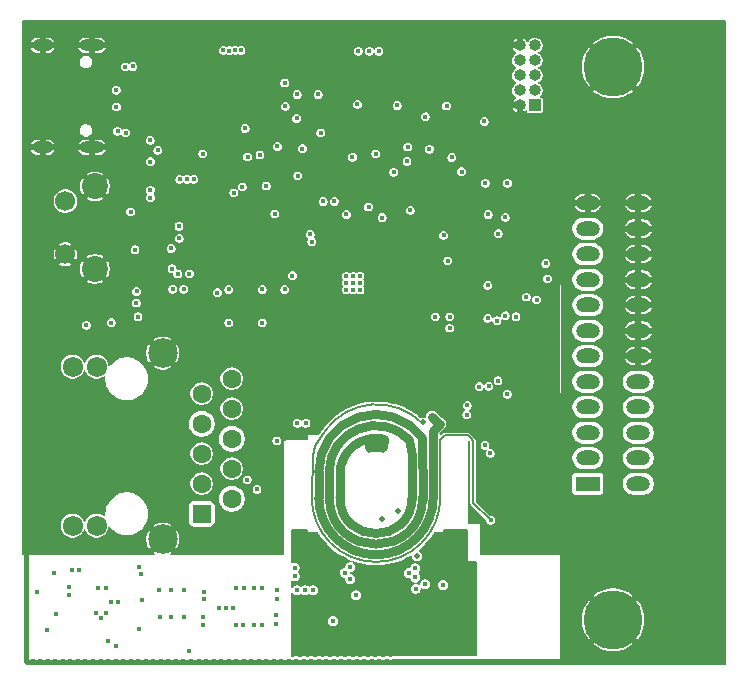
<source format=gbr>
%TF.GenerationSoftware,KiCad,Pcbnew,8.99.0-3376-g16cbb218c6*%
%TF.CreationDate,2024-12-27T08:14:28+01:00*%
%TF.ProjectId,PoE_Ethernet_GPIB_Adapter,506f455f-4574-4686-9572-6e65745f4750,rev?*%
%TF.SameCoordinates,Original*%
%TF.FileFunction,Copper,L2,Inr*%
%TF.FilePolarity,Positive*%
%FSLAX46Y46*%
G04 Gerber Fmt 4.6, Leading zero omitted, Abs format (unit mm)*
G04 Created by KiCad (PCBNEW 8.99.0-3376-g16cbb218c6) date 2024-12-27 08:14:28*
%MOMM*%
%LPD*%
G01*
G04 APERTURE LIST*
G04 Aperture macros list*
%AMRoundRect*
0 Rectangle with rounded corners*
0 $1 Rounding radius*
0 $2 $3 $4 $5 $6 $7 $8 $9 X,Y pos of 4 corners*
0 Add a 4 corners polygon primitive as box body*
4,1,4,$2,$3,$4,$5,$6,$7,$8,$9,$2,$3,0*
0 Add four circle primitives for the rounded corners*
1,1,$1+$1,$2,$3*
1,1,$1+$1,$4,$5*
1,1,$1+$1,$6,$7*
1,1,$1+$1,$8,$9*
0 Add four rect primitives between the rounded corners*
20,1,$1+$1,$2,$3,$4,$5,0*
20,1,$1+$1,$4,$5,$6,$7,0*
20,1,$1+$1,$6,$7,$8,$9,0*
20,1,$1+$1,$8,$9,$2,$3,0*%
G04 Aperture macros list end*
%TA.AperFunction,ComponentPad*%
%ADD10O,2.100000X1.000000*%
%TD*%
%TA.AperFunction,ComponentPad*%
%ADD11O,1.800000X1.000000*%
%TD*%
%TA.AperFunction,ComponentPad*%
%ADD12R,1.000000X1.000000*%
%TD*%
%TA.AperFunction,ComponentPad*%
%ADD13O,1.000000X1.000000*%
%TD*%
%TA.AperFunction,ComponentPad*%
%ADD14RoundRect,0.250000X-0.550000X0.550000X-0.550000X-0.550000X0.550000X-0.550000X0.550000X0.550000X0*%
%TD*%
%TA.AperFunction,ComponentPad*%
%ADD15C,1.600000*%
%TD*%
%TA.AperFunction,ComponentPad*%
%ADD16C,1.720000*%
%TD*%
%TA.AperFunction,ComponentPad*%
%ADD17C,2.500000*%
%TD*%
%TA.AperFunction,ComponentPad*%
%ADD18C,1.700000*%
%TD*%
%TA.AperFunction,ComponentPad*%
%ADD19C,2.200000*%
%TD*%
%TA.AperFunction,ComponentPad*%
%ADD20R,2.000000X1.270000*%
%TD*%
%TA.AperFunction,ComponentPad*%
%ADD21O,2.000000X1.270000*%
%TD*%
%TA.AperFunction,ComponentPad*%
%ADD22C,5.000000*%
%TD*%
%TA.AperFunction,ViaPad*%
%ADD23C,0.450000*%
%TD*%
%TA.AperFunction,ViaPad*%
%ADD24C,0.500000*%
%TD*%
%TA.AperFunction,Conductor*%
%ADD25C,0.400000*%
%TD*%
%TA.AperFunction,Conductor*%
%ADD26C,0.150000*%
%TD*%
%TA.AperFunction,Conductor*%
%ADD27C,0.750000*%
%TD*%
G04 APERTURE END LIST*
D10*
%TO.N,GND*%
%TO.C,J3*%
X-24920000Y25245000D03*
D11*
X-29100000Y25245000D03*
D10*
X-24920000Y16605000D03*
D11*
X-29100000Y16605000D03*
%TD*%
D12*
%TO.N,Net-(J4-Pin_1)*%
%TO.C,J4*%
X12575000Y20150000D03*
D13*
%TO.N,GND*%
X11305000Y20150000D03*
%TO.N,/MCU/UPDI*%
X12575000Y21420000D03*
%TO.N,+5V*%
X11305000Y21420000D03*
%TO.N,Net-(J4-Pin_5)*%
X12575000Y22690000D03*
%TO.N,/Ethernet_interface/nRST*%
X11305000Y22690000D03*
%TO.N,Net-(J4-Pin_7)*%
X12575000Y23960000D03*
%TO.N,unconnected-(J4-Pin_8-Pad8)*%
X11305000Y23960000D03*
%TO.N,Net-(J4-Pin_9)*%
X12575000Y25230000D03*
%TO.N,GND*%
X11305000Y25230000D03*
%TD*%
D14*
%TO.N,/Ethernet_interface/VC2-*%
%TO.C,J1*%
X-15635000Y-14415000D03*
D15*
%TO.N,/Ethernet_interface/VC1-*%
X-13095000Y-13145000D03*
%TO.N,/Ethernet_interface/RDN*%
X-15635000Y-11875000D03*
%TO.N,Net-(J1-RCT)*%
X-13095000Y-10605000D03*
%TO.N,/Ethernet_interface/RDP*%
X-15635000Y-9335000D03*
%TO.N,/Ethernet_interface/VC2+*%
X-13095000Y-8065000D03*
%TO.N,/Ethernet_interface/VC1+*%
X-15635000Y-6795000D03*
%TO.N,/Ethernet_interface/TDN*%
X-13095000Y-5525000D03*
%TO.N,Net-(J1-TCT)*%
X-15635000Y-4255000D03*
%TO.N,/Ethernet_interface/TDP*%
X-13095000Y-2985000D03*
D16*
%TO.N,Net-(J1-LEDY_A)*%
X-24525000Y-15425000D03*
%TO.N,/Ethernet_interface/LED_LNK*%
X-26555000Y-15425000D03*
%TO.N,Net-(J1-LEDG_A)*%
X-24525000Y-1975000D03*
%TO.N,/Ethernet_interface/LED_ACT*%
X-26555000Y-1975000D03*
D17*
%TO.N,GND*%
X-18935000Y-16575000D03*
X-18935000Y-825000D03*
%TD*%
D18*
%TO.N,GND*%
%TO.C,SW1*%
X-27175000Y7550000D03*
%TO.N,Net-(R18-Pad1)*%
X-27175000Y12050000D03*
D19*
%TO.N,GND*%
X-24675000Y6300000D03*
X-24675000Y13300000D03*
%TD*%
D20*
%TO.N,Net-(J2-Pin_1)*%
%TO.C,J2*%
X17055000Y-11880000D03*
D21*
%TO.N,Net-(J2-Pin_2)*%
X17055000Y-9720000D03*
%TO.N,Net-(J2-Pin_3)*%
X17055000Y-7560000D03*
%TO.N,Net-(J2-Pin_4)*%
X17055000Y-5400000D03*
%TO.N,Net-(J2-Pin_5)*%
X17055000Y-3240000D03*
%TO.N,Net-(J2-Pin_6)*%
X17055000Y-1080000D03*
%TO.N,Net-(J2-Pin_7)*%
X17055000Y1080000D03*
%TO.N,Net-(J2-Pin_8)*%
X17055000Y3240000D03*
%TO.N,Net-(J2-Pin_9)*%
X17055000Y5400000D03*
%TO.N,Net-(J2-Pin_10)*%
X17055000Y7560000D03*
%TO.N,Net-(J2-Pin_11)*%
X17055000Y9720000D03*
%TO.N,GND*%
X17055000Y11880000D03*
%TO.N,Net-(J2-Pin_13)*%
X21345000Y-11880000D03*
%TO.N,Net-(J2-Pin_14)*%
X21345000Y-9720000D03*
%TO.N,Net-(J2-Pin_15)*%
X21345000Y-7560000D03*
%TO.N,Net-(J2-Pin_16)*%
X21345000Y-5400000D03*
%TO.N,/GPIB/REN_nProt*%
X21345000Y-3240000D03*
%TO.N,GND*%
X21345000Y-1080000D03*
X21345000Y1080000D03*
X21345000Y3240000D03*
X21345000Y5400000D03*
X21345000Y7560000D03*
X21345000Y9720000D03*
X21345000Y11880000D03*
D22*
X19200000Y-23400000D03*
X19200000Y23400000D03*
%TD*%
D23*
%TO.N,VCC*%
X-7750000Y-19700000D03*
%TO.N,GND*%
X21091994Y-26900000D03*
X-1750000Y-3400000D03*
X6600000Y20400000D03*
X8200000Y-16500000D03*
X5791994Y-26900000D03*
X28400000Y9241994D03*
X-30500000Y16741994D03*
X28400000Y14341994D03*
X-30500000Y21200000D03*
X28400000Y6050000D03*
X-7550000Y27000000D03*
X950000Y-1350000D03*
X-2900000Y12300000D03*
X-24829003Y-26900000D03*
X-22450000Y16925000D03*
X1650000Y-1350000D03*
X28400000Y-25204003D03*
X-10700000Y6975000D03*
X-30500000Y11641994D03*
X28400000Y-10529003D03*
X-6525000Y17825000D03*
X19850000Y27000000D03*
X14150000Y4625000D03*
X-25400000Y27000000D03*
X28400000Y-23925000D03*
X-23500000Y27000000D03*
X-16479003Y27000000D03*
X-30500000Y22470997D03*
X21720997Y-26900000D03*
X-3729003Y27000000D03*
X-16700000Y16875000D03*
X666994Y-26900000D03*
X1250000Y-50000D03*
X-30500000Y26300000D03*
X28108006Y-26900000D03*
X-11379003Y27000000D03*
X-15270997Y-26900000D03*
X-30500000Y-7479003D03*
X-11300000Y-10900000D03*
X-23487735Y24386125D03*
X22400000Y27000000D03*
X-1425000Y25725000D03*
X4550000Y27000000D03*
X7700000Y-26900000D03*
X-30500000Y-23483006D03*
X-30500000Y-4300000D03*
X-9250000Y-21650000D03*
X10891994Y-26900000D03*
X-30500000Y14191994D03*
X10975000Y-3350000D03*
X-7050000Y15025000D03*
X19820997Y-26900000D03*
X28400000Y14970997D03*
X-19725000Y22075000D03*
X-21700000Y13500000D03*
X1950000Y650000D03*
X3216994Y-26900000D03*
X-30500000Y12920997D03*
X-9533006Y-26900000D03*
X-30500000Y19920997D03*
X-18475000Y22475000D03*
X26870997Y27000000D03*
X-28600000Y27000000D03*
X28400000Y-329003D03*
X-30500000Y-19654003D03*
X-30500000Y21841994D03*
X-30500000Y-11308006D03*
X28400000Y4141994D03*
X3950000Y15100000D03*
X-11200000Y-20750000D03*
X28400000Y-9250000D03*
X9020997Y27000000D03*
X8200000Y-17300000D03*
X-2450000Y13425000D03*
X28400000Y20720997D03*
X-15700000Y5875000D03*
X-10750000Y27000000D03*
X28400000Y16250000D03*
X-30500000Y5900000D03*
X-30500000Y-25412991D03*
X28400000Y7970997D03*
X6200000Y16700000D03*
X-15200000Y27000000D03*
X-25470997Y-26900000D03*
X2000000Y27000000D03*
X-19775000Y4200000D03*
X28400000Y7320997D03*
X10900000Y1450000D03*
X-22474998Y16125000D03*
X-22279003Y-26900000D03*
X-19625000Y9400000D03*
X28400000Y10520997D03*
X2550000Y18600000D03*
X-29300000Y-26900000D03*
X-22525000Y24550000D03*
X-10550000Y-20750000D03*
X12850000Y27000000D03*
X-2375000Y25725000D03*
X-30500000Y-22854003D03*
X5150000Y-26900000D03*
X3920997Y27000000D03*
X28400000Y2870997D03*
X-13300000Y27000000D03*
X-15900000Y-26900000D03*
X13500000Y7730002D03*
X-1820997Y27000000D03*
X25600000Y27000000D03*
X-12400000Y25880000D03*
X-30500000Y-11970997D03*
X20500000Y27000000D03*
X-20625000Y9875000D03*
X28400000Y-2879003D03*
X28400000Y-12454003D03*
X-30500000Y170997D03*
X-2450000Y-3400000D03*
X28400000Y-23295997D03*
X-17725000Y20025000D03*
X100000Y27000000D03*
X-4400000Y11100000D03*
X28400000Y-20745997D03*
X5100000Y24000000D03*
X28400000Y-11825000D03*
X-30500000Y-13891994D03*
X-13000000Y-22400000D03*
X-2525000Y-26900000D03*
X-550000Y27000000D03*
X-15450000Y7325000D03*
X-30500000Y-6208006D03*
X28400000Y16891994D03*
X10229998Y14500000D03*
X-9300000Y-23750000D03*
X-23175000Y16950000D03*
X-26679003Y27000000D03*
X-2450000Y27000000D03*
X-30500000Y-18375000D03*
X-9275000Y-9250000D03*
X28400000Y-9879003D03*
X-30500000Y-21583006D03*
X-12650000Y27000000D03*
X1250000Y650000D03*
X-9725000Y15950000D03*
X-8254003Y-26900000D03*
X-30500000Y-26041994D03*
X-30500000Y13550000D03*
X-26050000Y27000000D03*
X-30500000Y11000000D03*
X-3300000Y8675000D03*
X16670997Y27000000D03*
X-9675000Y17350000D03*
X-30500000Y9720997D03*
X-14570997Y27000000D03*
X-23150000Y16100000D03*
X14750000Y27000000D03*
X-21700000Y12500000D03*
X1950000Y1350000D03*
X28400000Y26450000D03*
X1370997Y27000000D03*
X-30500000Y-10679003D03*
X26208006Y-26900000D03*
X28449695Y-26406613D03*
X-10500000Y3625000D03*
X-11200000Y13525000D03*
X1250000Y1350000D03*
X6330002Y2250000D03*
X12170997Y-26900000D03*
X-24200000Y-26900000D03*
X-14629003Y-26900000D03*
X-8200000Y27000000D03*
X-30500000Y16100000D03*
X7025000Y15900000D03*
X28400000Y-4150000D03*
X-7625000Y-26900000D03*
X21770997Y27000000D03*
X11520997Y-26900000D03*
X-30500000Y7170997D03*
X24279003Y-26900000D03*
X-21650000Y-26900000D03*
X28400000Y320997D03*
X28400000Y-24575000D03*
X6700000Y25300000D03*
X-29870997Y27000000D03*
X19100000Y-7600000D03*
X-6354003Y-26900000D03*
X28400000Y13700000D03*
X-17820997Y-26900000D03*
X-30500000Y-2379003D03*
X17270997Y-26900000D03*
X-12500000Y8900000D03*
X-4433006Y-26900000D03*
X-30500000Y27000000D03*
X6700000Y21500000D03*
X28400000Y12420997D03*
X9575000Y5150000D03*
X-30500000Y-17100000D03*
X-30500000Y-16450000D03*
X17300000Y27000000D03*
X5200000Y27000000D03*
X-18000000Y20600000D03*
X-22925000Y24075000D03*
X-16550000Y-26900000D03*
X28400000Y25170997D03*
X-2225000Y9350000D03*
X-19029003Y27000000D03*
X-30500000Y10370997D03*
X-10625000Y17425000D03*
X28400000Y-19475000D03*
X10250000Y-26900000D03*
X-6920997Y27000000D03*
X4150000Y3219996D03*
X-18525000Y8875000D03*
X7369998Y13550000D03*
X-15850000Y27000000D03*
X8000000Y-9525000D03*
X-30500000Y8450000D03*
X28400000Y-20104003D03*
X-4600000Y21140000D03*
X18579003Y27000000D03*
X-3154003Y-26900000D03*
X-28650000Y-26900000D03*
X3279003Y27000000D03*
X-30500000Y25020997D03*
X-30500000Y-479003D03*
X-30500000Y-19004003D03*
X19100000Y-9725000D03*
X-16900000Y14875000D03*
X-6700000Y19975000D03*
X16029003Y27000000D03*
X-13400000Y25880000D03*
X-12750000Y-20750000D03*
X-21579003Y27000000D03*
X-19670997Y27000000D03*
X8625000Y10100000D03*
X28400000Y-18195997D03*
X-20675000Y22200000D03*
X-20370997Y-26900000D03*
X-30500000Y-24770997D03*
X25000Y-26900000D03*
X-21071095Y13511067D03*
X-9450000Y18250000D03*
X28400000Y-3508006D03*
X-30500000Y-14520997D03*
X9620997Y-26900000D03*
X-30500000Y-20304003D03*
X-23250000Y3800000D03*
X-22625000Y22225000D03*
X1945997Y-26900000D03*
X-30500000Y800000D03*
X-20950000Y27000000D03*
X-30500000Y-4929003D03*
X12200000Y27000000D03*
X19100000Y-5275000D03*
X-19700000Y18950000D03*
X-18450000Y-26900000D03*
X-2200000Y8000000D03*
X9250000Y-10050000D03*
X28400000Y8600000D03*
X-12050000Y-20750000D03*
X-24770997Y27000000D03*
X-3986845Y13388155D03*
X28400000Y21991994D03*
X-19729003Y-26900000D03*
X14720997Y-26900000D03*
X28400000Y13070997D03*
X28400000Y5420997D03*
X950000Y-2050000D03*
X6700000Y22800000D03*
X8600000Y5725000D03*
X11425000Y2950000D03*
X-9550000Y2375000D03*
X15350000Y-26900000D03*
X-3325000Y9350000D03*
X28400000Y21350000D03*
X28400000Y-18825000D03*
X-30500000Y-20933006D03*
X-14800000Y12800000D03*
X-30500000Y25670997D03*
X-8675000Y12500000D03*
X10929003Y27000000D03*
X-9470997Y27000000D03*
X-10175000Y-26900000D03*
X19220997Y27000000D03*
X4495997Y-26900000D03*
X-4710000Y20000000D03*
X24950000Y27000000D03*
X28400000Y-5429003D03*
X-30500000Y-3029003D03*
X-30500000Y9091994D03*
X-6300000Y13300000D03*
X28400000Y6691994D03*
X-7575000Y20075000D03*
X-18500000Y9900000D03*
X-24129003Y27000000D03*
X-30500000Y-15800000D03*
X28400000Y-7979003D03*
X-14000000Y-26900000D03*
X8650000Y-6800000D03*
X-13325000Y3625000D03*
X-10804003Y-26900000D03*
X-20300000Y7925000D03*
X28400000Y-25845997D03*
X-30500000Y15470997D03*
X28400000Y-2229003D03*
X-2200000Y8675000D03*
X1950000Y-50000D03*
X28400000Y-22025000D03*
X-604003Y-26900000D03*
X-30500000Y-5579003D03*
X14070997Y-26900000D03*
X-23425000Y25500000D03*
X-30500000Y-1108006D03*
X-22220997Y27000000D03*
X8379003Y27000000D03*
X-13400000Y10300000D03*
X-29929003Y-26900000D03*
X-10100000Y27000000D03*
X-26100000Y-26900000D03*
X-13300000Y8200000D03*
X-17120997Y27000000D03*
X15400000Y27000000D03*
X24320997Y27000000D03*
X28400000Y18170997D03*
X-6975000Y5750000D03*
X-30500000Y-1750000D03*
X5725000Y9150000D03*
X-22525000Y25500000D03*
X-2775000Y9475000D03*
X-30500000Y20570997D03*
X-17179003Y-26900000D03*
X19170997Y-26900000D03*
X-9250000Y-20900000D03*
X21129003Y27000000D03*
X28400000Y22620997D03*
X18541994Y-26900000D03*
X-17750000Y27000000D03*
X28400000Y-1600000D03*
X-29229003Y27000000D03*
X28400000Y-6700000D03*
X-13600000Y-22400000D03*
X-12100000Y7700000D03*
X-11650000Y-12750000D03*
X-30500000Y-13250000D03*
X13441994Y-26900000D03*
X-8675000Y9000000D03*
X-3804003Y-26900000D03*
X-30500000Y18020997D03*
X5100000Y25300000D03*
X-21071487Y14125190D03*
X28400000Y3500000D03*
X15991994Y-26900000D03*
X11570997Y27000000D03*
X-30500000Y-10029003D03*
X-30500000Y-15170997D03*
X-26750000Y-26900000D03*
X28400000Y-15004003D03*
X28400000Y-6058006D03*
X-30500000Y18650000D03*
X7100000Y-3350000D03*
X14120997Y27000000D03*
X8700000Y19300000D03*
X-12575000Y16700000D03*
X-1179003Y27000000D03*
X-30500000Y12270997D03*
X17900000Y-26900000D03*
X-3100000Y27000000D03*
X-30500000Y-12620997D03*
X-14800000Y11800000D03*
X-1883006Y-26900000D03*
X-5881031Y10465631D03*
X-5325000Y12950000D03*
X28400000Y-16275000D03*
X-5650000Y27000000D03*
X7100000Y27000000D03*
X-22920997Y-26900000D03*
X-12083006Y-26900000D03*
X12450000Y4475000D03*
X28400000Y11150000D03*
X7650001Y14925001D03*
X1650000Y-2050000D03*
X-11000000Y9100000D03*
X28400000Y1591994D03*
X17950000Y27000000D03*
X7450000Y125000D03*
X-9550000Y3225000D03*
X1880000Y20150000D03*
X28400000Y2220997D03*
X28400000Y-15645997D03*
X28400000Y9870997D03*
X28400000Y4770997D03*
X8250000Y-675000D03*
X-5704003Y-26900000D03*
X-1875000Y16075000D03*
X-28020997Y-26900000D03*
X-850000Y9150000D03*
X-30500000Y-22212009D03*
X-2450000Y-4700000D03*
X28400000Y-17554003D03*
X7070997Y-26900000D03*
X-15049997Y18379999D03*
X-2450000Y-4050000D03*
X-2775000Y8875000D03*
X26837009Y-26900000D03*
X-9300000Y-23000000D03*
X-30500000Y23750000D03*
X28400000Y19441994D03*
X-11200000Y-23850000D03*
X28400000Y18800000D03*
X25558006Y-26900000D03*
X-3300000Y8000000D03*
X-16050000Y7275000D03*
X28400000Y-22654003D03*
X19150000Y-11925000D03*
X7750000Y27000000D03*
X28400000Y23270997D03*
X16620997Y-26900000D03*
X27500000Y27000000D03*
X28400000Y-8608006D03*
X5100000Y21500000D03*
X-30500000Y17370997D03*
X8970997Y-26900000D03*
X28400000Y-13725000D03*
X28400000Y17520997D03*
X-6300000Y7650000D03*
X26229003Y27000000D03*
X-30500000Y-6850000D03*
X-27950000Y27000000D03*
X3845997Y-26900000D03*
X-19100000Y-26900000D03*
X28400000Y-7329003D03*
X-6279003Y27000000D03*
X-21700000Y14150000D03*
X-23050000Y24900000D03*
X12800000Y-26900000D03*
X28400000Y-14375000D03*
X8010000Y-6115161D03*
X-30500000Y-17729003D03*
X-13600000Y21850000D03*
X-30500000Y19291994D03*
X23629003Y-26900000D03*
X10300000Y27000000D03*
X28400000Y-958006D03*
X-23550000Y-26900000D03*
X-13750000Y18250000D03*
X-14400000Y9100000D03*
X-12020997Y27000000D03*
X-13700000Y6975000D03*
X13479003Y27000000D03*
X-5000000Y27000000D03*
X-8829003Y27000000D03*
X-27379003Y-26900000D03*
X-9375000Y11775000D03*
X28400000Y-21375000D03*
X-8904003Y-26900000D03*
X28400000Y20070997D03*
X-10200000Y8200000D03*
X28400000Y25820997D03*
X5825000Y6275000D03*
X-13350000Y-26900000D03*
X2650000Y27000000D03*
X-21000000Y-26900000D03*
X-5075000Y-26900000D03*
X28400000Y-13095997D03*
X-4370997Y27000000D03*
X-11454003Y-26900000D03*
X-12750000Y-23850000D03*
X-12725000Y-26900000D03*
X-30500000Y6541994D03*
X-12100000Y-23850000D03*
X6420997Y-26900000D03*
X-30500000Y-9400000D03*
X28400000Y-11175000D03*
X9650000Y27000000D03*
X-11975000Y12475000D03*
X-6500000Y22700000D03*
X28400000Y-4779003D03*
X-14200000Y-22400000D03*
X23050000Y27000000D03*
X28400000Y15620997D03*
X-30500000Y-8758006D03*
X-8575000Y3600000D03*
X-18400000Y27000000D03*
X28400000Y24541994D03*
X-30500000Y14820997D03*
X-20625000Y18775000D03*
X6329998Y1300000D03*
X-16625000Y7350000D03*
X-6983006Y-26900000D03*
X23679003Y27000000D03*
X6470997Y27000000D03*
X-30500000Y-8129003D03*
X-10550000Y-23850000D03*
X7647525Y-494258D03*
X-19750000Y2275000D03*
X1295997Y-26900000D03*
X-7400000Y25775000D03*
X2575000Y-26900000D03*
X7125000Y-4450000D03*
X28400000Y23900000D03*
X-22850000Y27000000D03*
X-27320997Y27000000D03*
X-30500000Y-24141994D03*
X-30500000Y24391994D03*
X23000000Y-26900000D03*
X6075000Y-5550000D03*
X27479003Y-26900000D03*
X-30500000Y-3658006D03*
X675000Y11525000D03*
X-7895000Y23325002D03*
X28400000Y-16925000D03*
X8341994Y-26900000D03*
X10625000Y5225000D03*
X-11500000Y10000000D03*
X28150000Y27000000D03*
X10375000Y9725000D03*
X-30500000Y23120997D03*
X20450000Y-26900000D03*
X-18100000Y1750000D03*
X-13929003Y27000000D03*
X6700000Y24000000D03*
X-30500000Y7820997D03*
X-1254003Y-26900000D03*
X-30500000Y-26700000D03*
X-2750000Y8250000D03*
X-22375000Y19375000D03*
X28400000Y950000D03*
X22370997Y-26900000D03*
X-20300000Y27000000D03*
X28400000Y11791994D03*
X24929003Y-26900000D03*
X-1750000Y-4450000D03*
X8075000Y-6700000D03*
X5100000Y22800000D03*
X729003Y27000000D03*
X5829003Y27000000D03*
%TO.N,VCC*%
X-2575000Y-21325000D03*
X-3050000Y-19950000D03*
X-6850000Y-20900000D03*
X-3500000Y-19400000D03*
X-4500000Y-23500000D03*
X-3050000Y-18950000D03*
X-7550000Y-20900000D03*
X-6200000Y-20900000D03*
X2494856Y-20762498D03*
X-7750000Y-19000000D03*
%TO.N,/POE_5v/SW*%
X4800000Y-20450000D03*
D24*
X1000000Y-14200000D03*
X-400635Y-14856313D03*
D23*
X2450000Y-19800000D03*
X1900000Y-19450000D03*
D24*
X2599996Y-17999999D03*
D23*
X2450000Y-19050000D03*
%TO.N,Net-(U1-FB)*%
X3300000Y-20400000D03*
%TO.N,Net-(J3-D+-PadA6)*%
X-22850000Y20025000D03*
X-22875000Y21450000D03*
%TO.N,Net-(F1-Pad2)*%
X-22750000Y17975000D03*
X-22100000Y23425000D03*
X-21462500Y23450000D03*
X-22062500Y17837500D03*
%TO.N,VBUS*%
X-12800000Y24820000D03*
X-13800000Y24820000D03*
X-12300000Y24820000D03*
X-13300000Y24800000D03*
%TO.N,+5V*%
X-19975000Y15400000D03*
X-5779345Y21079345D03*
X-3375000Y5125000D03*
X-19975000Y12975000D03*
X-19350000Y16350000D03*
X-1425000Y24750000D03*
X-19975000Y12350000D03*
X-2225000Y4525000D03*
X-2800000Y4525000D03*
X-900000Y16050000D03*
X-5550000Y17825000D03*
X-2375000Y24750000D03*
X-2800000Y5700000D03*
X-2450000Y20250000D03*
X8375000Y13575000D03*
X1750000Y15425000D03*
X-2225000Y5125000D03*
X-3375000Y4525000D03*
X-625000Y24750000D03*
X4150000Y2260002D03*
X-8550000Y20075000D03*
X-2225000Y5700000D03*
X-3375000Y5700000D03*
X1825000Y16625000D03*
X-20000000Y17200000D03*
X5370000Y2250002D03*
X-2800000Y5125000D03*
X13500000Y6770000D03*
X10250000Y13575000D03*
X920000Y20150000D03*
X3650000Y16450000D03*
X5370000Y1300002D03*
%TO.N,/MCU/MCU_RX*%
X-7550000Y21075000D03*
X5541847Y15743261D03*
%TO.N,/MCU/MCU_TX*%
X-8585000Y22050000D03*
X6375000Y14550000D03*
%TO.N,Net-(J4-Pin_1)*%
X8300000Y18800000D03*
%TO.N,Net-(J4-Pin_5)*%
X5100000Y20100000D03*
%TO.N,/MCU/UPDI*%
X8625000Y10925000D03*
%TO.N,/MCU/LED_R*%
X-21025000Y2250000D03*
X5200000Y7000000D03*
%TO.N,/MCU/LED_B*%
X10075000Y10675000D03*
X-21150000Y4400000D03*
%TO.N,/MCU/LED_G*%
X-21175000Y3425000D03*
X9475000Y9300000D03*
%TO.N,/Ethernet_interface/XI*%
X-11750000Y15800000D03*
X-11950000Y18200000D03*
%TO.N,/Ethernet_interface/nINT*%
X4850002Y9150000D03*
X625000Y14500000D03*
%TO.N,/Ethernet_interface/MISO*%
X2025000Y11275000D03*
X-2875000Y15775000D03*
%TO.N,/Ethernet_interface/nRST*%
X-7595000Y19050000D03*
X3300000Y19200000D03*
X-21650000Y11137500D03*
%TO.N,/Ethernet_interface/nCS*%
X-1500000Y11550000D03*
X-12200000Y13250000D03*
X-7100000Y16500000D03*
%TO.N,/Ethernet_interface/SCK*%
X-350000Y10650000D03*
X-12925000Y12750000D03*
%TO.N,+3.3V*%
X-21275000Y7925000D03*
X-23289768Y1761544D03*
X-16875000Y13900000D03*
X-25400000Y1550000D03*
X-18218277Y8043277D03*
X-16300000Y13900000D03*
X-17500000Y13900000D03*
X-17525000Y8900000D03*
X-17550000Y9925000D03*
X-10700000Y15950000D03*
%TO.N,/Ethernet_interface/nINT_3*%
X-15550000Y16050000D03*
X-7500000Y14200000D03*
%TO.N,/Ethernet_interface/MOSI*%
X-3375000Y10925000D03*
X-9450000Y10975000D03*
%TO.N,+3.3VA*%
X-17650000Y5875000D03*
X-6453133Y9228781D03*
X-14300000Y4300000D03*
X-17150000Y4600000D03*
X-8600000Y4575000D03*
X-10500000Y4575000D03*
X-5350000Y12025000D03*
X-4400000Y12025000D03*
X-7950000Y5750000D03*
X-16675000Y5900000D03*
X-18075000Y4600000D03*
X-13350000Y4575000D03*
X-18150000Y6325000D03*
X-6300000Y8625000D03*
%TO.N,/Ethernet_interface/VC1+*%
X-29575000Y-21075000D03*
%TO.N,/Ethernet_interface/VC2+*%
X-28750000Y-24250000D03*
%TO.N,/Ethernet_interface/VC2-*%
X-28000000Y-22900000D03*
%TO.N,/Ethernet_interface/VC1-*%
X-28118000Y-19450000D03*
%TO.N,/Ethernet_interface/LED_LNK*%
X-9225000Y16675000D03*
%TO.N,/Ethernet_interface/LED_ACT*%
X-10175000Y13325000D03*
%TO.N,/GPIB/DIO2*%
X8600000Y2125000D03*
X8675000Y-3625000D03*
%TO.N,/GPIB/DIO7*%
X12725000Y3700000D03*
X8350000Y-8625002D03*
%TO.N,/GPIB/DIO8*%
X8800000Y-9300000D03*
X13650000Y5475000D03*
%TO.N,/GPIB/DIO1*%
X7875000Y-3650000D03*
X8600000Y4925000D03*
%TO.N,/GPIB/DIO6*%
X6800000Y-6050000D03*
X11850000Y3925000D03*
%TO.N,/GPIB/DIO5*%
X10975000Y2250000D03*
X6850000Y-5250000D03*
%TO.N,/GPIB/DIO3*%
X9375000Y1925000D03*
X9450000Y-3175000D03*
%TO.N,/GPIB/DIO4*%
X10225000Y-4300000D03*
X10075000Y2350000D03*
%TO.N,Net-(J1-RCT)*%
X-10499998Y1740000D03*
X-13349998Y1740000D03*
%TO.N,Earth*%
X1950000Y-22000000D03*
X2800000Y-23550000D03*
X3208006Y-22000000D03*
X6650000Y-17325000D03*
X-6200000Y-23400000D03*
X4483606Y-24934014D03*
X6250000Y-20975000D03*
X-150000Y-25200000D03*
X-7750000Y-24850000D03*
X-7750000Y-25520000D03*
X2150000Y-23550000D03*
X3800000Y-22000000D03*
X-6800000Y-23400000D03*
X5700000Y-24650000D03*
X3429003Y-23550000D03*
X2579003Y-22000000D03*
X300000Y-23550000D03*
X4250000Y-24350000D03*
X6900000Y-18700000D03*
X-1058006Y-23500000D03*
X-2279003Y-23500000D03*
X-7450000Y-23400000D03*
X-1650000Y-23500000D03*
X-2908006Y-23500000D03*
X50000Y-26075000D03*
X929003Y-23550000D03*
X1558006Y-23550000D03*
X6650000Y-16500000D03*
%TO.N,/POE_5v/POE+*%
X-26850000Y-20650000D03*
X-19250000Y-20900000D03*
X-24400000Y-20750000D03*
X-26850000Y-21300000D03*
X-15450000Y-21050000D03*
X-23750000Y-20750000D03*
X-20900000Y-18950000D03*
X-20750000Y-19500000D03*
X-17150000Y-20900000D03*
X-15450000Y-21650000D03*
X-18250000Y-20900000D03*
%TO.N,/POE_5v/POE-*%
X-23700000Y-22850000D03*
X-24600000Y-22800000D03*
X-20950000Y-24200000D03*
X-24150000Y-23250000D03*
X-20647472Y-21763000D03*
%TO.N,/POE_5v/PG*%
X-16725000Y-26075000D03*
%TO.N,Net-(U11-DET)*%
X-23525000Y-25175000D03*
%TO.N,Net-(U11-CLASS)*%
X-22850000Y-25650000D03*
%TO.N,/POE_5v/RTN*%
X-26000000Y-19150000D03*
X-19200000Y-23150000D03*
X-22700000Y-21900000D03*
X-15500000Y-23800000D03*
X-26600000Y-19150000D03*
X-23350000Y-21900000D03*
X-18250000Y-23150000D03*
X-17150000Y-23150000D03*
X-15500000Y-23150000D03*
%TO.N,/POE_5v/CM*%
X-9275000Y-8250000D03*
D24*
X3120000Y-6680000D03*
D23*
X8850000Y-14975000D03*
%TO.N,/POE_5v/SEC*%
X-7525000Y-6750000D03*
D24*
X-879643Y-8900000D03*
X-250000Y-9000000D03*
X-1475000Y-9000000D03*
D23*
X4549997Y-6800003D03*
X-6800000Y-6750000D03*
X3862077Y-6212924D03*
%TO.N,/Ethernet_interface/RDP*%
X-10950000Y-12350000D03*
X-11775000Y-11550000D03*
%TD*%
D25*
%TO.N,GND*%
X15303351Y-26946649D02*
X15350000Y-26900000D01*
X15350000Y-26900000D02*
X666994Y-26900000D01*
X-30500000Y-17729003D02*
X-30500000Y-26900000D01*
X-30453351Y-26946649D02*
X15303351Y-26946649D01*
X-30500000Y-26900000D02*
X-30453351Y-26946649D01*
D26*
%TO.N,/POE_5v/CM*%
X6875000Y-7775000D02*
X7150000Y-8050000D01*
X3166947Y-6726947D02*
X3007064Y-6726947D01*
X-6300000Y-12900000D02*
X-6300305Y-13046649D01*
X-5148622Y-7350936D02*
X-5388044Y-7677469D01*
X4574695Y-8150305D02*
X4950000Y-7775000D01*
X7325000Y-13475000D02*
X8825000Y-14975000D01*
X4950000Y-7775000D02*
X6875000Y-7775000D01*
X8825000Y-14975000D02*
X8850000Y-14975000D01*
X7325000Y-8225000D02*
X7325000Y-13475000D01*
X4574695Y-8150305D02*
X4574695Y-13046649D01*
X-6250000Y-9500000D02*
X-6300000Y-12900000D01*
X-5388044Y-7677469D02*
X-6000000Y-8650000D01*
X-6000000Y-8650000D02*
X-6250000Y-9500000D01*
X7150000Y-8050000D02*
X7325000Y-8225000D01*
X3007064Y-6726947D02*
G75*
G03*
X-5148621Y-7350936I-3810196J-3810199D01*
G01*
X-6325305Y-13046649D02*
G75*
G03*
X4574695Y-13046649I5450000J0D01*
G01*
D27*
%TO.N,/POE_5v/SEC*%
X-275305Y-8746649D02*
X-218306Y-8095891D01*
X3034185Y-7985269D02*
X3074695Y-13196649D01*
X-4825305Y-13096649D02*
X-4845772Y-10909091D01*
X-3925305Y-11074289D02*
X-3925305Y-13046649D01*
X3974695Y-7375305D02*
X4549997Y-6800003D01*
X-5725305Y-10855528D02*
X-5725305Y-13009149D01*
X-1475305Y-8746649D02*
X-1475305Y-8246649D01*
X1945864Y-8165443D02*
X2174695Y-9471649D01*
X-1475305Y-8746649D02*
X-275305Y-8746649D01*
X3974695Y-13046649D02*
X3974695Y-7375305D01*
X3862077Y-6212924D02*
X4449156Y-6800003D01*
X2174695Y-9471649D02*
X2174695Y-13196649D01*
X-5725305Y-10855528D02*
G75*
G02*
X3034185Y-7985269I4850000J0D01*
G01*
X2174695Y-13046649D02*
G75*
G02*
X-3925305Y-13046649I-3050000J0D01*
G01*
X-3925305Y-11074289D02*
G75*
G02*
X-218306Y-8095891I3050001J-1D01*
G01*
X-4845772Y-10909091D02*
G75*
G02*
X1945864Y-8165443I3950000J0D01*
G01*
X3074695Y-13046649D02*
G75*
G02*
X-4825305Y-13046649I-3950000J0D01*
G01*
X-5725305Y-13046649D02*
G75*
G03*
X3974695Y-13046649I4850000J0D01*
G01*
%TD*%
%TA.AperFunction,Conductor*%
%TO.N,Earth*%
G36*
X-6671674Y-15771674D02*
G01*
X-6650000Y-15824000D01*
X-6650000Y-15975000D01*
X-5838503Y-15975000D01*
X-5786177Y-15996674D01*
X-5775959Y-16009448D01*
X-5591124Y-16301744D01*
X-5313905Y-16670654D01*
X-5007901Y-17016061D01*
X-4675095Y-17335726D01*
X-4317646Y-17627574D01*
X-3937873Y-17889712D01*
X-3538237Y-18120442D01*
X-3121331Y-18318266D01*
X-2948127Y-18383953D01*
X-2906888Y-18422773D01*
X-2905178Y-18479385D01*
X-2943998Y-18520625D01*
X-2989056Y-18524264D01*
X-2989171Y-18525133D01*
X-2993214Y-18524600D01*
X-2993514Y-18524625D01*
X-2993981Y-18524500D01*
X-2993982Y-18524500D01*
X-3106018Y-18524500D01*
X-3106020Y-18524500D01*
X-3214232Y-18553495D01*
X-3214241Y-18553499D01*
X-3278685Y-18590706D01*
X-3311263Y-18609515D01*
X-3390485Y-18688737D01*
X-3446503Y-18785763D01*
X-3446504Y-18785767D01*
X-3475499Y-18893979D01*
X-3475500Y-18893980D01*
X-3475500Y-18900500D01*
X-3497174Y-18952826D01*
X-3549500Y-18974500D01*
X-3556020Y-18974500D01*
X-3664232Y-19003495D01*
X-3664241Y-19003499D01*
X-3761263Y-19059515D01*
X-3840485Y-19138737D01*
X-3896503Y-19235763D01*
X-3911165Y-19290485D01*
X-3925499Y-19343979D01*
X-3925500Y-19343980D01*
X-3925500Y-19456020D01*
X-3924563Y-19459515D01*
X-3896503Y-19564237D01*
X-3840485Y-19661263D01*
X-3761263Y-19740485D01*
X-3664237Y-19796503D01*
X-3556020Y-19825499D01*
X-3556020Y-19825500D01*
X-3556018Y-19825500D01*
X-3549500Y-19825500D01*
X-3497174Y-19847174D01*
X-3475500Y-19899500D01*
X-3475500Y-20006020D01*
X-3470548Y-20024500D01*
X-3446503Y-20114237D01*
X-3390485Y-20211263D01*
X-3311263Y-20290485D01*
X-3214237Y-20346503D01*
X-3106020Y-20375499D01*
X-3106020Y-20375500D01*
X-3106018Y-20375500D01*
X-2993980Y-20375500D01*
X-2993979Y-20375499D01*
X-2885763Y-20346503D01*
X-2788737Y-20290485D01*
X-2709515Y-20211263D01*
X-2668651Y-20140485D01*
X-2653499Y-20114241D01*
X-2653495Y-20114232D01*
X-2624500Y-20006020D01*
X-2624500Y-19893979D01*
X-2653495Y-19785767D01*
X-2653499Y-19785758D01*
X-2709515Y-19688736D01*
X-2788736Y-19609515D01*
X-2885758Y-19553499D01*
X-2885767Y-19553495D01*
X-2993980Y-19524500D01*
X-2993982Y-19524500D01*
X-3000500Y-19524500D01*
X-3052826Y-19502826D01*
X-3074500Y-19450500D01*
X-3074500Y-19449500D01*
X-3052826Y-19397174D01*
X-3045113Y-19393979D01*
X1474500Y-19393979D01*
X1474500Y-19506020D01*
X1503495Y-19614232D01*
X1503499Y-19614241D01*
X1520670Y-19643982D01*
X1559515Y-19711263D01*
X1638737Y-19790485D01*
X1735763Y-19846503D01*
X1843979Y-19875499D01*
X1843980Y-19875500D01*
X1843982Y-19875500D01*
X1956020Y-19875500D01*
X1960829Y-19874867D01*
X1961144Y-19877266D01*
X2009431Y-19883604D01*
X2043928Y-19928523D01*
X2043935Y-19928552D01*
X2053495Y-19964232D01*
X2053499Y-19964241D01*
X2076164Y-20003497D01*
X2109515Y-20061263D01*
X2188737Y-20140485D01*
X2285763Y-20196503D01*
X2357706Y-20215780D01*
X2402639Y-20250258D01*
X2410032Y-20306410D01*
X2375553Y-20351344D01*
X2357708Y-20358736D01*
X2330620Y-20365994D01*
X2330614Y-20365997D01*
X2233592Y-20422013D01*
X2154371Y-20501234D01*
X2098355Y-20598256D01*
X2098351Y-20598265D01*
X2069356Y-20706477D01*
X2069356Y-20818518D01*
X2098351Y-20926730D01*
X2098355Y-20926739D01*
X2131712Y-20984515D01*
X2154371Y-21023761D01*
X2233593Y-21102983D01*
X2330619Y-21159001D01*
X2438835Y-21187997D01*
X2438836Y-21187998D01*
X2438838Y-21187998D01*
X2550876Y-21187998D01*
X2550876Y-21187997D01*
X2659093Y-21159001D01*
X2756119Y-21102983D01*
X2835341Y-21023761D01*
X2891359Y-20926735D01*
X2920355Y-20818518D01*
X2920356Y-20818518D01*
X2920356Y-20799705D01*
X2942030Y-20747379D01*
X2994356Y-20725705D01*
X3033916Y-20739134D01*
X3034537Y-20738060D01*
X3038736Y-20740484D01*
X3038737Y-20740485D01*
X3135763Y-20796503D01*
X3243979Y-20825499D01*
X3243980Y-20825500D01*
X3243982Y-20825500D01*
X3356020Y-20825500D01*
X3356020Y-20825499D01*
X3464237Y-20796503D01*
X3561263Y-20740485D01*
X3640485Y-20661263D01*
X3696503Y-20564237D01*
X3725499Y-20456020D01*
X3725500Y-20456020D01*
X3725500Y-20393979D01*
X4374500Y-20393979D01*
X4374500Y-20506020D01*
X4403495Y-20614232D01*
X4403499Y-20614241D01*
X4417642Y-20638737D01*
X4459515Y-20711263D01*
X4538737Y-20790485D01*
X4635763Y-20846503D01*
X4743979Y-20875499D01*
X4743980Y-20875500D01*
X4743982Y-20875500D01*
X4856020Y-20875500D01*
X4856020Y-20875499D01*
X4964237Y-20846503D01*
X5061263Y-20790485D01*
X5140485Y-20711263D01*
X5196503Y-20614237D01*
X5225499Y-20506020D01*
X5225500Y-20506020D01*
X5225500Y-20393980D01*
X5225499Y-20393979D01*
X5220547Y-20375499D01*
X5196503Y-20285763D01*
X5140485Y-20188737D01*
X5061263Y-20109515D01*
X5034331Y-20093966D01*
X4964241Y-20053499D01*
X4964232Y-20053495D01*
X4856020Y-20024500D01*
X4856018Y-20024500D01*
X4743982Y-20024500D01*
X4743980Y-20024500D01*
X4635767Y-20053495D01*
X4635758Y-20053499D01*
X4538736Y-20109515D01*
X4459515Y-20188736D01*
X4403499Y-20285758D01*
X4403495Y-20285767D01*
X4374500Y-20393979D01*
X3725500Y-20393979D01*
X3725500Y-20343980D01*
X3725499Y-20343979D01*
X3723628Y-20336998D01*
X3696503Y-20235763D01*
X3640485Y-20138737D01*
X3561263Y-20059515D01*
X3528302Y-20040485D01*
X3464241Y-20003499D01*
X3464232Y-20003495D01*
X3356020Y-19974500D01*
X3356018Y-19974500D01*
X3243982Y-19974500D01*
X3243980Y-19974500D01*
X3135767Y-20003495D01*
X3135758Y-20003499D01*
X3038736Y-20059515D01*
X2959515Y-20138736D01*
X2903499Y-20235758D01*
X2903495Y-20235767D01*
X2874500Y-20343979D01*
X2874500Y-20362792D01*
X2852826Y-20415118D01*
X2800500Y-20436792D01*
X2760937Y-20423366D01*
X2760319Y-20424438D01*
X2744176Y-20415118D01*
X2707568Y-20393982D01*
X2659097Y-20365997D01*
X2659088Y-20365993D01*
X2587149Y-20346717D01*
X2542216Y-20312239D01*
X2534824Y-20256086D01*
X2569302Y-20211153D01*
X2587143Y-20203762D01*
X2614237Y-20196503D01*
X2711263Y-20140485D01*
X2790485Y-20061263D01*
X2846503Y-19964237D01*
X2875499Y-19856020D01*
X2875500Y-19856020D01*
X2875500Y-19743980D01*
X2875499Y-19743979D01*
X2846504Y-19635767D01*
X2846503Y-19635763D01*
X2790485Y-19538737D01*
X2729074Y-19477326D01*
X2707400Y-19425000D01*
X2729074Y-19372674D01*
X2757769Y-19343979D01*
X2790485Y-19311263D01*
X2846503Y-19214237D01*
X2875499Y-19106020D01*
X2875500Y-19106020D01*
X2875500Y-18993980D01*
X2875499Y-18993979D01*
X2862102Y-18943982D01*
X2846503Y-18885763D01*
X2790485Y-18788737D01*
X2711263Y-18709515D01*
X2614241Y-18653499D01*
X2614232Y-18653495D01*
X2506020Y-18624500D01*
X2506018Y-18624500D01*
X2393982Y-18624500D01*
X2393980Y-18624500D01*
X2285767Y-18653495D01*
X2285758Y-18653499D01*
X2188736Y-18709515D01*
X2109515Y-18788736D01*
X2053499Y-18885758D01*
X2053495Y-18885767D01*
X2031018Y-18969653D01*
X1996540Y-19014586D01*
X1959540Y-19024500D01*
X1843980Y-19024500D01*
X1735767Y-19053495D01*
X1735758Y-19053499D01*
X1638736Y-19109515D01*
X1559515Y-19188736D01*
X1503499Y-19285758D01*
X1503495Y-19285767D01*
X1474500Y-19393979D01*
X-3045113Y-19393979D01*
X-3000500Y-19375500D01*
X-2993980Y-19375500D01*
X-2993979Y-19375499D01*
X-2885763Y-19346503D01*
X-2788737Y-19290485D01*
X-2709515Y-19211263D01*
X-2682367Y-19164241D01*
X-2653499Y-19114241D01*
X-2653495Y-19114232D01*
X-2624500Y-19006020D01*
X-2624500Y-18893979D01*
X-2653495Y-18785767D01*
X-2653499Y-18785758D01*
X-2709515Y-18688736D01*
X-2788737Y-18609514D01*
X-2828369Y-18586632D01*
X-2862847Y-18541698D01*
X-2855453Y-18485546D01*
X-2810519Y-18451068D01*
X-2765128Y-18453355D01*
X-2689859Y-18481902D01*
X-2689850Y-18481904D01*
X-2689849Y-18481905D01*
X-2633498Y-18498227D01*
X-2246619Y-18610288D01*
X-1914393Y-18678112D01*
X-1794506Y-18702588D01*
X-1794495Y-18702589D01*
X-1794485Y-18702592D01*
X-1794479Y-18702592D01*
X-1794472Y-18702594D01*
X-1526898Y-18735082D01*
X-1336390Y-18758215D01*
X-875305Y-18776796D01*
X-414220Y-18758215D01*
X-253805Y-18738737D01*
X43862Y-18702594D01*
X43869Y-18702592D01*
X43875Y-18702592D01*
X43885Y-18702589D01*
X43896Y-18702588D01*
X163783Y-18678112D01*
X496009Y-18610288D01*
X939249Y-18481902D01*
X1370721Y-18318266D01*
X1787627Y-18120442D01*
X2038498Y-17975600D01*
X2094648Y-17968208D01*
X2139582Y-18002687D01*
X2149496Y-18039687D01*
X2149496Y-18059310D01*
X2180195Y-18173881D01*
X2180197Y-18173886D01*
X2239504Y-18276608D01*
X2239505Y-18276609D01*
X2239507Y-18276612D01*
X2323383Y-18360488D01*
X2426110Y-18419798D01*
X2426111Y-18419798D01*
X2426113Y-18419799D01*
X2483398Y-18435148D01*
X2540684Y-18450498D01*
X2540685Y-18450499D01*
X2540687Y-18450499D01*
X2659307Y-18450499D01*
X2659307Y-18450498D01*
X2773882Y-18419798D01*
X2876609Y-18360488D01*
X2960485Y-18276612D01*
X3019795Y-18173885D01*
X3050495Y-18059310D01*
X3050496Y-18059310D01*
X3050496Y-17940688D01*
X3050495Y-17940687D01*
X3019796Y-17826116D01*
X3019794Y-17826111D01*
X2960487Y-17723389D01*
X2960486Y-17723388D01*
X2960485Y-17723386D01*
X2876609Y-17639510D01*
X2876606Y-17639508D01*
X2876605Y-17639507D01*
X2779548Y-17583471D01*
X2745069Y-17538537D01*
X2752462Y-17482385D01*
X2769744Y-17462066D01*
X2924485Y-17335726D01*
X3257291Y-17016061D01*
X3563295Y-16670654D01*
X3840514Y-16301744D01*
X4025349Y-16009449D01*
X4071634Y-15976808D01*
X4087893Y-15975000D01*
X4800000Y-15975000D01*
X4800000Y-15824000D01*
X4821674Y-15771674D01*
X4874000Y-15750000D01*
X6826000Y-15750000D01*
X6878326Y-15771674D01*
X6900000Y-15824000D01*
X6900000Y-18450000D01*
X7573600Y-18450000D01*
X7625926Y-18471674D01*
X7647600Y-18524000D01*
X7647600Y-18625091D01*
X7657187Y-21721500D01*
X7671703Y-26410060D01*
X7664323Y-26428031D01*
X7661789Y-26447288D01*
X7653946Y-26453305D01*
X7650191Y-26462453D01*
X7616856Y-26481767D01*
X7560090Y-26496978D01*
X7540937Y-26499500D01*
X7230060Y-26499500D01*
X7210909Y-26496979D01*
X7127015Y-26474500D01*
X7014979Y-26474500D01*
X6931084Y-26496979D01*
X6911934Y-26499500D01*
X6580060Y-26499500D01*
X6560909Y-26496979D01*
X6477015Y-26474500D01*
X6364979Y-26474500D01*
X6281084Y-26496979D01*
X6261934Y-26499500D01*
X5951057Y-26499500D01*
X5931906Y-26496979D01*
X5848012Y-26474500D01*
X5735976Y-26474500D01*
X5652081Y-26496979D01*
X5632931Y-26499500D01*
X5309063Y-26499500D01*
X5289912Y-26496979D01*
X5206018Y-26474500D01*
X5093982Y-26474500D01*
X5010087Y-26496979D01*
X4990937Y-26499500D01*
X4655060Y-26499500D01*
X4635909Y-26496979D01*
X4552015Y-26474500D01*
X4439979Y-26474500D01*
X4356084Y-26496979D01*
X4336934Y-26499500D01*
X4005060Y-26499500D01*
X3985909Y-26496979D01*
X3902015Y-26474500D01*
X3789979Y-26474500D01*
X3706084Y-26496979D01*
X3686934Y-26499500D01*
X3376057Y-26499500D01*
X3356906Y-26496979D01*
X3273012Y-26474500D01*
X3160976Y-26474500D01*
X3077081Y-26496979D01*
X3057931Y-26499500D01*
X2734063Y-26499500D01*
X2714912Y-26496979D01*
X2631018Y-26474500D01*
X2518982Y-26474500D01*
X2435087Y-26496979D01*
X2415937Y-26499500D01*
X2105060Y-26499500D01*
X2085909Y-26496979D01*
X2002015Y-26474500D01*
X1889979Y-26474500D01*
X1806084Y-26496979D01*
X1786934Y-26499500D01*
X1455060Y-26499500D01*
X1435909Y-26496979D01*
X1352015Y-26474500D01*
X1239979Y-26474500D01*
X1156084Y-26496979D01*
X1136934Y-26499500D01*
X826057Y-26499500D01*
X806906Y-26496979D01*
X723012Y-26474500D01*
X610976Y-26474500D01*
X610974Y-26474500D01*
X502760Y-26503495D01*
X502755Y-26503497D01*
X446053Y-26536235D01*
X409053Y-26546149D01*
X282941Y-26546149D01*
X245941Y-26536235D01*
X189238Y-26503497D01*
X189233Y-26503495D01*
X81020Y-26474500D01*
X81018Y-26474500D01*
X-31018Y-26474500D01*
X-31020Y-26474500D01*
X-139233Y-26503495D01*
X-139238Y-26503497D01*
X-195941Y-26536235D01*
X-232941Y-26546149D01*
X-346062Y-26546149D01*
X-383062Y-26536235D01*
X-439764Y-26503497D01*
X-439769Y-26503495D01*
X-547983Y-26474500D01*
X-547985Y-26474500D01*
X-660021Y-26474500D01*
X-660023Y-26474500D01*
X-768236Y-26503495D01*
X-768241Y-26503497D01*
X-824944Y-26536235D01*
X-861944Y-26546149D01*
X-996062Y-26546149D01*
X-1033062Y-26536235D01*
X-1089764Y-26503497D01*
X-1089769Y-26503495D01*
X-1197983Y-26474500D01*
X-1197985Y-26474500D01*
X-1310021Y-26474500D01*
X-1310023Y-26474500D01*
X-1418236Y-26503495D01*
X-1418241Y-26503497D01*
X-1474944Y-26536235D01*
X-1511944Y-26546149D01*
X-1625065Y-26546149D01*
X-1662065Y-26536235D01*
X-1718767Y-26503497D01*
X-1718772Y-26503495D01*
X-1826986Y-26474500D01*
X-1826988Y-26474500D01*
X-1939024Y-26474500D01*
X-1939026Y-26474500D01*
X-2047239Y-26503495D01*
X-2047244Y-26503497D01*
X-2103947Y-26536235D01*
X-2140947Y-26546149D01*
X-2267059Y-26546149D01*
X-2304059Y-26536235D01*
X-2360761Y-26503497D01*
X-2360766Y-26503495D01*
X-2468980Y-26474500D01*
X-2468982Y-26474500D01*
X-2581018Y-26474500D01*
X-2581020Y-26474500D01*
X-2689233Y-26503495D01*
X-2689238Y-26503497D01*
X-2745941Y-26536235D01*
X-2782941Y-26546149D01*
X-2896062Y-26546149D01*
X-2933062Y-26536235D01*
X-2989764Y-26503497D01*
X-2989769Y-26503495D01*
X-3097983Y-26474500D01*
X-3097985Y-26474500D01*
X-3210021Y-26474500D01*
X-3210023Y-26474500D01*
X-3318236Y-26503495D01*
X-3318241Y-26503497D01*
X-3374944Y-26536235D01*
X-3411944Y-26546149D01*
X-3546062Y-26546149D01*
X-3583062Y-26536235D01*
X-3639764Y-26503497D01*
X-3639769Y-26503495D01*
X-3747983Y-26474500D01*
X-3747985Y-26474500D01*
X-3860021Y-26474500D01*
X-3860023Y-26474500D01*
X-3968236Y-26503495D01*
X-3968241Y-26503497D01*
X-4024944Y-26536235D01*
X-4061944Y-26546149D01*
X-4175065Y-26546149D01*
X-4212065Y-26536235D01*
X-4268767Y-26503497D01*
X-4268772Y-26503495D01*
X-4376986Y-26474500D01*
X-4376988Y-26474500D01*
X-4489024Y-26474500D01*
X-4489026Y-26474500D01*
X-4597239Y-26503495D01*
X-4597244Y-26503497D01*
X-4653947Y-26536235D01*
X-4690947Y-26546149D01*
X-4817059Y-26546149D01*
X-4854059Y-26536235D01*
X-4910761Y-26503497D01*
X-4910766Y-26503495D01*
X-5018980Y-26474500D01*
X-5018982Y-26474500D01*
X-5131018Y-26474500D01*
X-5131020Y-26474500D01*
X-5239233Y-26503495D01*
X-5239238Y-26503497D01*
X-5295941Y-26536235D01*
X-5332941Y-26546149D01*
X-5446062Y-26546149D01*
X-5483062Y-26536235D01*
X-5539764Y-26503497D01*
X-5539769Y-26503495D01*
X-5647983Y-26474500D01*
X-5647985Y-26474500D01*
X-5760021Y-26474500D01*
X-5760023Y-26474500D01*
X-5868236Y-26503495D01*
X-5868241Y-26503497D01*
X-5924944Y-26536235D01*
X-5961944Y-26546149D01*
X-6096062Y-26546149D01*
X-6133062Y-26536235D01*
X-6189764Y-26503497D01*
X-6189769Y-26503495D01*
X-6297983Y-26474500D01*
X-6297985Y-26474500D01*
X-6410021Y-26474500D01*
X-6410023Y-26474500D01*
X-6518236Y-26503495D01*
X-6518241Y-26503497D01*
X-6574944Y-26536235D01*
X-6611944Y-26546149D01*
X-6725065Y-26546149D01*
X-6762065Y-26536235D01*
X-6818767Y-26503497D01*
X-6818772Y-26503495D01*
X-6926986Y-26474500D01*
X-6926988Y-26474500D01*
X-7039024Y-26474500D01*
X-7039026Y-26474500D01*
X-7147239Y-26503495D01*
X-7147244Y-26503497D01*
X-7203947Y-26536235D01*
X-7240947Y-26546149D01*
X-7367059Y-26546149D01*
X-7404059Y-26536235D01*
X-7460761Y-26503497D01*
X-7460766Y-26503495D01*
X-7568980Y-26474500D01*
X-7568982Y-26474500D01*
X-7681018Y-26474500D01*
X-7681020Y-26474500D01*
X-7789233Y-26503495D01*
X-7789238Y-26503497D01*
X-7845941Y-26536235D01*
X-7882941Y-26546149D01*
X-7976000Y-26546149D01*
X-8028326Y-26524475D01*
X-8050000Y-26472149D01*
X-8050000Y-23443980D01*
X-4925500Y-23443980D01*
X-4925500Y-23556020D01*
X-4907754Y-23622246D01*
X-4896503Y-23664237D01*
X-4840485Y-23761263D01*
X-4761263Y-23840485D01*
X-4664237Y-23896503D01*
X-4556020Y-23925499D01*
X-4556020Y-23925500D01*
X-4556018Y-23925500D01*
X-4443980Y-23925500D01*
X-4443979Y-23925499D01*
X-4335763Y-23896503D01*
X-4238737Y-23840485D01*
X-4159515Y-23761263D01*
X-4103497Y-23664237D01*
X-4103496Y-23664235D01*
X-4103495Y-23664232D01*
X-4074500Y-23556020D01*
X-4074500Y-23443979D01*
X-4103495Y-23335767D01*
X-4103499Y-23335758D01*
X-4159515Y-23238736D01*
X-4238736Y-23159515D01*
X-4335758Y-23103499D01*
X-4335767Y-23103495D01*
X-4443980Y-23074500D01*
X-4443982Y-23074500D01*
X-4556018Y-23074500D01*
X-4556020Y-23074500D01*
X-4664232Y-23103495D01*
X-4664241Y-23103499D01*
X-4761263Y-23159515D01*
X-4840485Y-23238737D01*
X-4896503Y-23335763D01*
X-4896504Y-23335767D01*
X-4925499Y-23443979D01*
X-4925500Y-23443980D01*
X-8050000Y-23443980D01*
X-8050000Y-21161146D01*
X-8028326Y-21108820D01*
X-7976000Y-21087146D01*
X-7923674Y-21108820D01*
X-7911916Y-21124143D01*
X-7890485Y-21161263D01*
X-7811263Y-21240485D01*
X-7714237Y-21296503D01*
X-7606020Y-21325499D01*
X-7606020Y-21325500D01*
X-7606018Y-21325500D01*
X-7493980Y-21325500D01*
X-7493979Y-21325499D01*
X-7385763Y-21296503D01*
X-7288737Y-21240485D01*
X-7252326Y-21204074D01*
X-7200000Y-21182400D01*
X-7147674Y-21204074D01*
X-7111263Y-21240485D01*
X-7014237Y-21296503D01*
X-6906020Y-21325499D01*
X-6906020Y-21325500D01*
X-6906018Y-21325500D01*
X-6793980Y-21325500D01*
X-6793979Y-21325499D01*
X-6685763Y-21296503D01*
X-6588737Y-21240485D01*
X-6577326Y-21229074D01*
X-6525000Y-21207400D01*
X-6472674Y-21229074D01*
X-6461263Y-21240485D01*
X-6364237Y-21296503D01*
X-6256020Y-21325499D01*
X-6256020Y-21325500D01*
X-6256018Y-21325500D01*
X-6143980Y-21325500D01*
X-6143979Y-21325499D01*
X-6035763Y-21296503D01*
X-5988092Y-21268980D01*
X-3000500Y-21268980D01*
X-3000500Y-21381020D01*
X-2982754Y-21447246D01*
X-2971503Y-21489237D01*
X-2915485Y-21586263D01*
X-2836263Y-21665485D01*
X-2739237Y-21721503D01*
X-2631020Y-21750499D01*
X-2631020Y-21750500D01*
X-2631018Y-21750500D01*
X-2518980Y-21750500D01*
X-2518979Y-21750499D01*
X-2410763Y-21721503D01*
X-2313737Y-21665485D01*
X-2234515Y-21586263D01*
X-2178497Y-21489237D01*
X-2178496Y-21489235D01*
X-2178495Y-21489232D01*
X-2149500Y-21381020D01*
X-2149500Y-21268979D01*
X-2178495Y-21160767D01*
X-2178499Y-21160758D01*
X-2234515Y-21063736D01*
X-2313736Y-20984515D01*
X-2410758Y-20928499D01*
X-2410767Y-20928495D01*
X-2518980Y-20899500D01*
X-2518982Y-20899500D01*
X-2631018Y-20899500D01*
X-2631020Y-20899500D01*
X-2739232Y-20928495D01*
X-2739241Y-20928499D01*
X-2786905Y-20956018D01*
X-2836263Y-20984515D01*
X-2915485Y-21063737D01*
X-2971503Y-21160763D01*
X-2978800Y-21187998D01*
X-3000499Y-21268979D01*
X-3000500Y-21268980D01*
X-5988092Y-21268980D01*
X-5938737Y-21240485D01*
X-5859515Y-21161263D01*
X-5825866Y-21102982D01*
X-5803499Y-21064241D01*
X-5803495Y-21064232D01*
X-5774500Y-20956020D01*
X-5774500Y-20843979D01*
X-5803495Y-20735767D01*
X-5803499Y-20735758D01*
X-5859515Y-20638736D01*
X-5938736Y-20559515D01*
X-6035758Y-20503499D01*
X-6035767Y-20503495D01*
X-6143980Y-20474500D01*
X-6143982Y-20474500D01*
X-6256018Y-20474500D01*
X-6256020Y-20474500D01*
X-6364232Y-20503495D01*
X-6364241Y-20503499D01*
X-6461263Y-20559515D01*
X-6472674Y-20570926D01*
X-6525000Y-20592600D01*
X-6577326Y-20570926D01*
X-6588736Y-20559515D01*
X-6685758Y-20503499D01*
X-6685767Y-20503495D01*
X-6793980Y-20474500D01*
X-6793982Y-20474500D01*
X-6906018Y-20474500D01*
X-6906020Y-20474500D01*
X-7014232Y-20503495D01*
X-7014241Y-20503499D01*
X-7111263Y-20559515D01*
X-7147674Y-20595926D01*
X-7200000Y-20617600D01*
X-7252326Y-20595926D01*
X-7288736Y-20559515D01*
X-7385758Y-20503499D01*
X-7385767Y-20503495D01*
X-7493980Y-20474500D01*
X-7493982Y-20474500D01*
X-7606018Y-20474500D01*
X-7606020Y-20474500D01*
X-7714232Y-20503495D01*
X-7714241Y-20503499D01*
X-7811263Y-20559515D01*
X-7890484Y-20638736D01*
X-7911914Y-20675853D01*
X-7956848Y-20710332D01*
X-8013000Y-20702939D01*
X-8047479Y-20658005D01*
X-8050000Y-20638853D01*
X-8050000Y-20146292D01*
X-8028326Y-20093966D01*
X-7976000Y-20072292D01*
X-7939000Y-20082205D01*
X-7914237Y-20096503D01*
X-7806020Y-20125499D01*
X-7806020Y-20125500D01*
X-7806018Y-20125500D01*
X-7693980Y-20125500D01*
X-7693979Y-20125499D01*
X-7585763Y-20096503D01*
X-7488737Y-20040485D01*
X-7409515Y-19961263D01*
X-7390629Y-19928552D01*
X-7353499Y-19864241D01*
X-7353495Y-19864232D01*
X-7324500Y-19756020D01*
X-7324500Y-19643979D01*
X-7353495Y-19535767D01*
X-7353499Y-19535758D01*
X-7409515Y-19438736D01*
X-7445926Y-19402326D01*
X-7467600Y-19350000D01*
X-7445926Y-19297674D01*
X-7409515Y-19261263D01*
X-7353499Y-19164241D01*
X-7353495Y-19164232D01*
X-7324500Y-19056020D01*
X-7324500Y-18943979D01*
X-7353495Y-18835767D01*
X-7353499Y-18835758D01*
X-7409515Y-18738736D01*
X-7488736Y-18659515D01*
X-7585758Y-18603499D01*
X-7585767Y-18603495D01*
X-7693980Y-18574500D01*
X-7693982Y-18574500D01*
X-7806018Y-18574500D01*
X-7806020Y-18574500D01*
X-7914232Y-18603495D01*
X-7914239Y-18603498D01*
X-7939001Y-18617794D01*
X-7995154Y-18625185D01*
X-8040087Y-18590706D01*
X-8050000Y-18553707D01*
X-8050000Y-15824000D01*
X-8028326Y-15771674D01*
X-7976000Y-15750000D01*
X-6724000Y-15750000D01*
X-6671674Y-15771674D01*
G37*
%TD.AperFunction*%
%TD*%
%TA.AperFunction,Conductor*%
%TO.N,GND*%
G36*
X14715241Y-17950000D02*
G01*
X7974000Y-17950000D01*
X7921674Y-17928326D01*
X7900000Y-17876000D01*
X7900000Y-15300000D01*
X6999195Y-15300000D01*
X6946869Y-15278326D01*
X6925195Y-15226000D01*
X6925195Y-8356767D01*
X6920528Y-8345500D01*
X6917183Y-8337424D01*
X6917183Y-8280789D01*
X6957231Y-8240740D01*
X7013868Y-8240740D01*
X7037876Y-8256781D01*
X7077826Y-8296731D01*
X7099500Y-8349057D01*
X7099500Y-13424173D01*
X7099499Y-13424187D01*
X7099499Y-13519855D01*
X7119212Y-13567445D01*
X7133829Y-13602735D01*
X7207671Y-13676577D01*
X7207673Y-13676578D01*
X8452826Y-14921731D01*
X8474500Y-14974057D01*
X8474500Y-15024437D01*
X8500088Y-15119934D01*
X8500090Y-15119939D01*
X8506042Y-15130248D01*
X8549525Y-15205562D01*
X8619438Y-15275475D01*
X8705062Y-15324910D01*
X8705063Y-15324910D01*
X8705065Y-15324911D01*
X8752813Y-15337705D01*
X8800562Y-15350499D01*
X8800563Y-15350500D01*
X8800565Y-15350500D01*
X8899437Y-15350500D01*
X8899437Y-15350499D01*
X8994938Y-15324910D01*
X9080562Y-15275475D01*
X9150475Y-15205562D01*
X9199910Y-15119938D01*
X9225499Y-15024437D01*
X9225500Y-15024437D01*
X9225500Y-14925563D01*
X9225499Y-14925562D01*
X9199911Y-14830065D01*
X9199909Y-14830060D01*
X9163505Y-14767007D01*
X9150475Y-14744438D01*
X9080562Y-14674525D01*
X8994939Y-14625090D01*
X8994934Y-14625088D01*
X8899437Y-14599500D01*
X8899435Y-14599500D01*
X8800565Y-14599500D01*
X8799057Y-14599500D01*
X8746731Y-14577826D01*
X7572174Y-13403268D01*
X7550500Y-13350942D01*
X7550500Y-8575564D01*
X7974500Y-8575564D01*
X7974500Y-8674439D01*
X8000088Y-8769936D01*
X8000090Y-8769941D01*
X8007008Y-8781923D01*
X8049525Y-8855564D01*
X8119438Y-8925477D01*
X8205062Y-8974912D01*
X8205063Y-8974912D01*
X8205065Y-8974913D01*
X8252813Y-8987707D01*
X8300562Y-9000501D01*
X8300563Y-9000502D01*
X8300565Y-9000502D01*
X8399436Y-9000502D01*
X8402055Y-9000157D01*
X8403343Y-9000502D01*
X8404285Y-9000502D01*
X8404285Y-9000754D01*
X8456763Y-9014812D01*
X8485084Y-9063860D01*
X8475804Y-9110523D01*
X8450091Y-9155059D01*
X8450088Y-9155065D01*
X8424500Y-9250562D01*
X8424500Y-9349437D01*
X8450088Y-9444934D01*
X8450090Y-9444939D01*
X8476613Y-9490877D01*
X8499525Y-9530562D01*
X8569438Y-9600475D01*
X8655062Y-9649910D01*
X8655063Y-9649910D01*
X8655065Y-9649911D01*
X8672192Y-9654500D01*
X8750562Y-9675499D01*
X8750563Y-9675500D01*
X8750565Y-9675500D01*
X8849437Y-9675500D01*
X8849437Y-9675499D01*
X8944938Y-9649910D01*
X9030562Y-9600475D01*
X9100475Y-9530562D01*
X9149910Y-9444938D01*
X9175499Y-9349437D01*
X9175500Y-9349437D01*
X9175500Y-9250563D01*
X9175499Y-9250562D01*
X9149911Y-9155065D01*
X9149909Y-9155060D01*
X9109386Y-9084873D01*
X9100475Y-9069438D01*
X9030562Y-8999525D01*
X8987931Y-8974912D01*
X8944939Y-8950090D01*
X8944934Y-8950088D01*
X8849437Y-8924500D01*
X8849435Y-8924500D01*
X8750565Y-8924500D01*
X8750563Y-8924500D01*
X8747933Y-8924846D01*
X8746642Y-8924500D01*
X8745715Y-8924500D01*
X8745715Y-8924251D01*
X8693227Y-8910182D01*
X8664913Y-8861130D01*
X8674195Y-8814478D01*
X8699910Y-8769940D01*
X8725499Y-8674439D01*
X8725500Y-8674439D01*
X8725500Y-8575565D01*
X8725499Y-8575564D01*
X8699911Y-8480067D01*
X8699909Y-8480062D01*
X8650763Y-8394939D01*
X8650475Y-8394440D01*
X8580562Y-8324527D01*
X8577394Y-8322698D01*
X8494939Y-8275092D01*
X8494934Y-8275090D01*
X8399437Y-8249502D01*
X8399435Y-8249502D01*
X8300565Y-8249502D01*
X8300563Y-8249502D01*
X8205065Y-8275090D01*
X8205060Y-8275092D01*
X8119437Y-8324527D01*
X8049525Y-8394439D01*
X8000090Y-8480062D01*
X8000088Y-8480067D01*
X7974500Y-8575564D01*
X7550500Y-8575564D01*
X7550500Y-8180145D01*
X7550499Y-8180143D01*
X7546354Y-8170137D01*
X7516170Y-8097264D01*
X7452736Y-8033830D01*
X7452735Y-8033829D01*
X7277735Y-7858830D01*
X7076578Y-7657673D01*
X7076578Y-7657672D01*
X7002738Y-7583832D01*
X7002736Y-7583830D01*
X7002732Y-7583828D01*
X6978458Y-7573773D01*
X6978458Y-7573772D01*
X6927286Y-7552576D01*
X6927283Y-7552575D01*
X6919855Y-7549499D01*
X6830145Y-7549499D01*
X6830143Y-7549500D01*
X4994854Y-7549500D01*
X4905145Y-7549500D01*
X4822266Y-7583828D01*
X4702768Y-7703326D01*
X4650442Y-7725000D01*
X4574195Y-7725000D01*
X4521869Y-7703326D01*
X4500195Y-7651000D01*
X4500195Y-7623626D01*
X4521869Y-7571300D01*
X4745102Y-7348067D01*
X4970501Y-7122668D01*
X5039685Y-7002838D01*
X5075497Y-6869188D01*
X5075498Y-6869188D01*
X5075498Y-6730818D01*
X5075497Y-6730817D01*
X5075312Y-6730128D01*
X5057591Y-6663994D01*
X5039686Y-6597171D01*
X5039684Y-6597166D01*
X5012656Y-6550353D01*
X4970501Y-6477338D01*
X4872662Y-6379499D01*
X4752833Y-6310315D01*
X4752828Y-6310313D01*
X4703416Y-6297073D01*
X4670243Y-6277921D01*
X4392884Y-6000562D01*
X6424500Y-6000562D01*
X6424500Y-6099437D01*
X6450088Y-6194934D01*
X6450090Y-6194939D01*
X6463527Y-6218212D01*
X6499525Y-6280562D01*
X6569438Y-6350475D01*
X6655062Y-6399910D01*
X6655063Y-6399910D01*
X6655065Y-6399911D01*
X6702813Y-6412705D01*
X6750562Y-6425499D01*
X6750563Y-6425500D01*
X6750565Y-6425500D01*
X6849437Y-6425500D01*
X6849437Y-6425499D01*
X6944938Y-6399910D01*
X7030562Y-6350475D01*
X7100475Y-6280562D01*
X7149910Y-6194938D01*
X7175499Y-6099437D01*
X7175500Y-6099437D01*
X7175500Y-6000563D01*
X7175499Y-6000562D01*
X7149911Y-5905065D01*
X7149909Y-5905060D01*
X7100474Y-5819437D01*
X7030562Y-5749525D01*
X6994179Y-5728519D01*
X6959700Y-5683585D01*
X6967093Y-5627433D01*
X6994180Y-5600347D01*
X6994935Y-5599910D01*
X6994938Y-5599910D01*
X7080562Y-5550475D01*
X7150475Y-5480562D01*
X7199910Y-5394938D01*
X7225500Y-5299435D01*
X7225500Y-5200565D01*
X7225500Y-5200563D01*
X7225499Y-5200562D01*
X7199911Y-5105065D01*
X7199909Y-5105060D01*
X7155377Y-5027929D01*
X7150475Y-5019438D01*
X7080562Y-4949525D01*
X7064362Y-4940172D01*
X6994939Y-4900090D01*
X6994934Y-4900088D01*
X6899437Y-4874500D01*
X6899435Y-4874500D01*
X6800565Y-4874500D01*
X6800563Y-4874500D01*
X6705065Y-4900088D01*
X6705060Y-4900090D01*
X6619437Y-4949525D01*
X6549525Y-5019437D01*
X6500090Y-5105060D01*
X6500088Y-5105065D01*
X6474500Y-5200562D01*
X6474500Y-5299437D01*
X6500088Y-5394934D01*
X6500090Y-5394939D01*
X6521132Y-5431384D01*
X6549525Y-5480562D01*
X6619438Y-5550475D01*
X6655037Y-5571028D01*
X6655820Y-5571480D01*
X6690299Y-5616413D01*
X6682906Y-5672566D01*
X6655820Y-5699652D01*
X6569437Y-5749525D01*
X6499525Y-5819437D01*
X6450090Y-5905060D01*
X6450088Y-5905065D01*
X6424500Y-6000562D01*
X4392884Y-6000562D01*
X4184742Y-5792420D01*
X4064913Y-5723236D01*
X4064908Y-5723234D01*
X3931262Y-5687423D01*
X3931260Y-5687423D01*
X3792894Y-5687423D01*
X3792892Y-5687423D01*
X3659245Y-5723234D01*
X3659240Y-5723236D01*
X3539411Y-5792420D01*
X3441573Y-5890258D01*
X3372389Y-6010087D01*
X3372387Y-6010092D01*
X3336576Y-6143738D01*
X3336576Y-6226964D01*
X3314902Y-6279290D01*
X3262576Y-6300964D01*
X3243424Y-6298443D01*
X3172727Y-6279500D01*
X3067273Y-6279500D01*
X3067271Y-6279500D01*
X2965417Y-6306791D01*
X2965404Y-6306797D01*
X2964599Y-6307262D01*
X2964134Y-6307323D01*
X2960931Y-6308650D01*
X2960575Y-6307791D01*
X2908446Y-6314648D01*
X2879747Y-6299611D01*
X2651898Y-6106397D01*
X2651886Y-6106388D01*
X2642175Y-6099437D01*
X2364570Y-5900726D01*
X2277024Y-5838060D01*
X2245900Y-5819438D01*
X1881421Y-5601364D01*
X1467748Y-5397898D01*
X1038788Y-5229030D01*
X748565Y-5141486D01*
X597436Y-5095898D01*
X597431Y-5095896D01*
X227660Y-5016738D01*
X146639Y-4999394D01*
X146637Y-4999393D01*
X146629Y-4999392D01*
X-310533Y-4940172D01*
X-310555Y-4940170D01*
X-771035Y-4918629D01*
X-771039Y-4918629D01*
X-771043Y-4918629D01*
X-1180567Y-4933101D01*
X-1231759Y-4934910D01*
X-1231768Y-4934911D01*
X-1689589Y-4988906D01*
X-2141437Y-5080251D01*
X-2141443Y-5080252D01*
X-2141449Y-5080254D01*
X-2584301Y-5208337D01*
X-2584305Y-5208338D01*
X-3015158Y-5372293D01*
X-3431113Y-5571013D01*
X-3431123Y-5571018D01*
X-3431131Y-5571022D01*
X-3431135Y-5571024D01*
X-3431142Y-5571028D01*
X-3829384Y-5803167D01*
X-3829395Y-5803173D01*
X-3829409Y-5803182D01*
X-3829416Y-5803186D01*
X-3829421Y-5803190D01*
X-4207310Y-6067209D01*
X-4207314Y-6067212D01*
X-4562301Y-6361333D01*
X-4891981Y-6683566D01*
X-5194135Y-7031742D01*
X-5283824Y-7154005D01*
X-5299484Y-7175352D01*
X-5299578Y-7175456D01*
X-5303953Y-7181423D01*
X-5548265Y-7514625D01*
X-5555014Y-7519408D01*
X-5574636Y-7550592D01*
X-5593469Y-7576278D01*
X-5596422Y-7580305D01*
X-5599504Y-7586914D01*
X-5599811Y-7586770D01*
X-5604782Y-7598500D01*
X-5662616Y-7690411D01*
X-5708828Y-7723155D01*
X-5725248Y-7725000D01*
X-6650000Y-7725000D01*
X-6650000Y-8122149D01*
X-6671674Y-8174475D01*
X-6724000Y-8196149D01*
X-8515187Y-8196149D01*
X-8588876Y-8226671D01*
X-8588880Y-8226674D01*
X-8645280Y-8283074D01*
X-8645282Y-8283077D01*
X-8652058Y-8299437D01*
X-8675805Y-8356767D01*
X-8675805Y-11856767D01*
X-8675805Y-15356767D01*
X-8675805Y-15436531D01*
X-8645281Y-15510223D01*
X-8645276Y-15510227D01*
X-8644953Y-15510713D01*
X-8644837Y-15511295D01*
X-8642492Y-15516957D01*
X-8643617Y-15517423D01*
X-8633901Y-15566261D01*
X-8650000Y-15596381D01*
X-8650000Y-17876000D01*
X-8671674Y-17928326D01*
X-8724000Y-17950000D01*
X-18241594Y-17950000D01*
X-18293920Y-17928326D01*
X-18315594Y-17876000D01*
X-18293920Y-17823674D01*
X-18275189Y-17810065D01*
X-18201235Y-17772383D01*
X-18137486Y-17726067D01*
X-18534438Y-17329115D01*
X-18532374Y-17328260D01*
X-18393156Y-17235238D01*
X-18274762Y-17116844D01*
X-18181740Y-16977626D01*
X-18180884Y-16975559D01*
X-17783932Y-17372512D01*
X-17737612Y-17308759D01*
X-17637566Y-17112407D01*
X-17569475Y-16902844D01*
X-17569472Y-16902831D01*
X-17535000Y-16685183D01*
X-17535000Y-16464816D01*
X-17569472Y-16247168D01*
X-17569475Y-16247155D01*
X-17637566Y-16037592D01*
X-17737611Y-15841243D01*
X-17783932Y-15777486D01*
X-18180884Y-16174438D01*
X-18181740Y-16172374D01*
X-18274762Y-16033156D01*
X-18393156Y-15914762D01*
X-18532374Y-15821740D01*
X-18534438Y-15820884D01*
X-18137486Y-15423932D01*
X-18137485Y-15423932D01*
X-18201243Y-15377611D01*
X-18397592Y-15277566D01*
X-18607155Y-15209475D01*
X-18607168Y-15209472D01*
X-18824816Y-15175000D01*
X-19045184Y-15175000D01*
X-19262831Y-15209472D01*
X-19262844Y-15209475D01*
X-19472407Y-15277566D01*
X-19668759Y-15377612D01*
X-19732512Y-15423932D01*
X-19335559Y-15820884D01*
X-19337626Y-15821740D01*
X-19476844Y-15914762D01*
X-19595238Y-16033156D01*
X-19688260Y-16172374D01*
X-19689114Y-16174438D01*
X-20086067Y-15777486D01*
X-20132385Y-15841237D01*
X-20132388Y-15841243D01*
X-20232430Y-16037585D01*
X-20232432Y-16037589D01*
X-20300524Y-16247155D01*
X-20300527Y-16247168D01*
X-20335000Y-16464816D01*
X-20335000Y-16685183D01*
X-20300527Y-16902831D01*
X-20300524Y-16902844D01*
X-20232432Y-17112410D01*
X-20232430Y-17112414D01*
X-20132388Y-17308756D01*
X-20132389Y-17308756D01*
X-20086066Y-17372511D01*
X-19689115Y-16975560D01*
X-19688260Y-16977626D01*
X-19595238Y-17116844D01*
X-19476844Y-17235238D01*
X-19337626Y-17328260D01*
X-19335560Y-17329115D01*
X-19732512Y-17726067D01*
X-19668761Y-17772385D01*
X-19594811Y-17810065D01*
X-19558028Y-17853133D01*
X-19562471Y-17909595D01*
X-19605539Y-17946378D01*
X-19628406Y-17950000D01*
X-30750805Y-17950000D01*
X-30803131Y-17928326D01*
X-30824805Y-17876000D01*
X-30824805Y-15325474D01*
X-27565500Y-15325474D01*
X-27565500Y-15524526D01*
X-27526667Y-15719752D01*
X-27450493Y-15903651D01*
X-27339906Y-16069156D01*
X-27199156Y-16209906D01*
X-27033651Y-16320493D01*
X-26849752Y-16396667D01*
X-26654526Y-16435500D01*
X-26654524Y-16435500D01*
X-26455476Y-16435500D01*
X-26455474Y-16435500D01*
X-26260248Y-16396667D01*
X-26076349Y-16320493D01*
X-25910844Y-16209906D01*
X-25770094Y-16069156D01*
X-25749003Y-16037592D01*
X-25659506Y-15903650D01*
X-25608367Y-15780188D01*
X-25568319Y-15740140D01*
X-25511681Y-15740140D01*
X-25471633Y-15780187D01*
X-25420493Y-15903651D01*
X-25309906Y-16069156D01*
X-25169156Y-16209906D01*
X-25003651Y-16320493D01*
X-24819752Y-16396667D01*
X-24624526Y-16435500D01*
X-24624524Y-16435500D01*
X-24425476Y-16435500D01*
X-24425474Y-16435500D01*
X-24230248Y-16396667D01*
X-24230243Y-16396665D01*
X-24222710Y-16393545D01*
X-24222709Y-16393544D01*
X-24046349Y-16320493D01*
X-23880844Y-16209906D01*
X-23740094Y-16069156D01*
X-23719003Y-16037592D01*
X-23629506Y-15903650D01*
X-23553333Y-15719752D01*
X-23553331Y-15719746D01*
X-23523431Y-15569427D01*
X-23491965Y-15522335D01*
X-23436416Y-15511286D01*
X-23392146Y-15538815D01*
X-23341592Y-15604699D01*
X-23174699Y-15771592D01*
X-22987450Y-15915273D01*
X-22783049Y-16033284D01*
X-22564993Y-16123606D01*
X-22337014Y-16184693D01*
X-22337006Y-16184694D01*
X-22337007Y-16184694D01*
X-22283300Y-16191764D01*
X-22103011Y-16215500D01*
X-22103009Y-16215500D01*
X-21866991Y-16215500D01*
X-21866989Y-16215500D01*
X-21736838Y-16198365D01*
X-21632992Y-16184694D01*
X-21632990Y-16184693D01*
X-21632986Y-16184693D01*
X-21405007Y-16123606D01*
X-21186951Y-16033284D01*
X-20982550Y-15915273D01*
X-20967402Y-15903650D01*
X-20795300Y-15771591D01*
X-20628408Y-15604699D01*
X-20484728Y-15417452D01*
X-20484725Y-15417447D01*
X-20483389Y-15415133D01*
X-20483388Y-15415132D01*
X-20366715Y-15213048D01*
X-20366714Y-15213045D01*
X-20276393Y-14994991D01*
X-20215305Y-14767007D01*
X-20184500Y-14533009D01*
X-20184500Y-14296990D01*
X-20215305Y-14062992D01*
X-20275367Y-13838838D01*
X-20275366Y-13838837D01*
X-20276392Y-13835010D01*
X-20281823Y-13821898D01*
X-16735500Y-13821898D01*
X-16735500Y-15008102D01*
X-16724877Y-15096564D01*
X-16669361Y-15237342D01*
X-16577922Y-15357922D01*
X-16457342Y-15449361D01*
X-16316564Y-15504877D01*
X-16243722Y-15513624D01*
X-16228104Y-15515500D01*
X-16228102Y-15515500D01*
X-15041896Y-15515500D01*
X-15024764Y-15513442D01*
X-14953436Y-15504877D01*
X-14812658Y-15449361D01*
X-14692078Y-15357922D01*
X-14686449Y-15350500D01*
X-14600638Y-15237341D01*
X-14545123Y-15096563D01*
X-14534500Y-15008104D01*
X-14534500Y-13821895D01*
X-14534499Y-13821895D01*
X-14545123Y-13733436D01*
X-14600638Y-13592658D01*
X-14692077Y-13472078D01*
X-14692078Y-13472077D01*
X-14812658Y-13380638D01*
X-14953436Y-13325123D01*
X-15041896Y-13314500D01*
X-15041898Y-13314500D01*
X-16228102Y-13314500D01*
X-16228104Y-13314500D01*
X-16287076Y-13321582D01*
X-16316564Y-13325123D01*
X-16372079Y-13347015D01*
X-16457341Y-13380638D01*
X-16522625Y-13430145D01*
X-16577922Y-13472078D01*
X-16669361Y-13592658D01*
X-16724877Y-13733436D01*
X-16735500Y-13821898D01*
X-20281823Y-13821898D01*
X-20366714Y-13616954D01*
X-20366715Y-13616951D01*
X-20484724Y-13412553D01*
X-20484728Y-13412547D01*
X-20628408Y-13225300D01*
X-20745901Y-13107808D01*
X-20795300Y-13058408D01*
X-20795325Y-13058389D01*
X-14195500Y-13058389D01*
X-14195500Y-13231611D01*
X-14168402Y-13402701D01*
X-14114873Y-13567445D01*
X-14036232Y-13721788D01*
X-13934414Y-13861928D01*
X-13811928Y-13984414D01*
X-13671788Y-14086232D01*
X-13517445Y-14164873D01*
X-13517442Y-14164873D01*
X-13517442Y-14164874D01*
X-13352711Y-14218399D01*
X-13352708Y-14218399D01*
X-13352701Y-14218402D01*
X-13224383Y-14238725D01*
X-13181612Y-14245500D01*
X-13181611Y-14245500D01*
X-13008388Y-14245500D01*
X-12951359Y-14236467D01*
X-12837299Y-14218402D01*
X-12837294Y-14218400D01*
X-12837288Y-14218399D01*
X-12672557Y-14164874D01*
X-12672553Y-14164872D01*
X-12518212Y-14086232D01*
X-12378076Y-13984417D01*
X-12378075Y-13984416D01*
X-12378072Y-13984414D01*
X-12255586Y-13861928D01*
X-12236026Y-13835007D01*
X-12153767Y-13721787D01*
X-12075127Y-13567445D01*
X-12075125Y-13567442D01*
X-12021600Y-13402711D01*
X-12021597Y-13402698D01*
X-11994500Y-13231611D01*
X-11994500Y-13058388D01*
X-12021597Y-12887301D01*
X-12021600Y-12887288D01*
X-12075125Y-12722557D01*
X-12075127Y-12722553D01*
X-12153767Y-12568212D01*
X-12255582Y-12428076D01*
X-12378076Y-12305582D01*
X-12384984Y-12300563D01*
X-11325500Y-12300563D01*
X-11325500Y-12399437D01*
X-11317828Y-12428067D01*
X-11299910Y-12494938D01*
X-11250475Y-12580562D01*
X-11180562Y-12650475D01*
X-11094938Y-12699910D01*
X-10999437Y-12725499D01*
X-10999437Y-12725500D01*
X-10999435Y-12725500D01*
X-10900563Y-12725500D01*
X-10900562Y-12725499D01*
X-10852813Y-12712705D01*
X-10805065Y-12699911D01*
X-10805063Y-12699910D01*
X-10805062Y-12699910D01*
X-10719438Y-12650475D01*
X-10649525Y-12580562D01*
X-10620229Y-12529820D01*
X-10600090Y-12494939D01*
X-10600088Y-12494934D01*
X-10574500Y-12399437D01*
X-10574500Y-12300562D01*
X-10600088Y-12205065D01*
X-10600090Y-12205060D01*
X-10649525Y-12119437D01*
X-10719437Y-12049525D01*
X-10805060Y-12000090D01*
X-10805065Y-12000088D01*
X-10900563Y-11974500D01*
X-10900565Y-11974500D01*
X-10999435Y-11974500D01*
X-10999437Y-11974500D01*
X-11094934Y-12000088D01*
X-11094939Y-12000090D01*
X-11180562Y-12049525D01*
X-11250475Y-12119438D01*
X-11286663Y-12182117D01*
X-11299909Y-12205060D01*
X-11299911Y-12205065D01*
X-11325499Y-12300562D01*
X-11325500Y-12300563D01*
X-12384984Y-12300563D01*
X-12518212Y-12203767D01*
X-12672553Y-12125127D01*
X-12672557Y-12125125D01*
X-12837288Y-12071600D01*
X-12837301Y-12071597D01*
X-13008388Y-12044500D01*
X-13008389Y-12044500D01*
X-13181611Y-12044500D01*
X-13181612Y-12044500D01*
X-13352698Y-12071597D01*
X-13352711Y-12071600D01*
X-13517442Y-12125125D01*
X-13517446Y-12125127D01*
X-13671787Y-12203767D01*
X-13811923Y-12305582D01*
X-13811925Y-12305583D01*
X-13811928Y-12305586D01*
X-13934414Y-12428072D01*
X-13934416Y-12428075D01*
X-13934417Y-12428076D01*
X-14036232Y-12568212D01*
X-14114872Y-12722553D01*
X-14114874Y-12722557D01*
X-14168399Y-12887288D01*
X-14168400Y-12887294D01*
X-14168402Y-12887299D01*
X-14195500Y-13058389D01*
X-20795325Y-13058389D01*
X-20982547Y-12914728D01*
X-20982553Y-12914724D01*
X-21186951Y-12796715D01*
X-21186954Y-12796714D01*
X-21405008Y-12706393D01*
X-21632993Y-12645305D01*
X-21632992Y-12645305D01*
X-21825173Y-12620005D01*
X-21866989Y-12614500D01*
X-22103011Y-12614500D01*
X-22148929Y-12620545D01*
X-22337007Y-12645305D01*
X-22564991Y-12706393D01*
X-22783045Y-12796714D01*
X-22783048Y-12796715D01*
X-22987446Y-12914724D01*
X-22987452Y-12914728D01*
X-23174699Y-13058408D01*
X-23341591Y-13225300D01*
X-23485271Y-13412547D01*
X-23485275Y-13412553D01*
X-23519641Y-13472077D01*
X-23603284Y-13616951D01*
X-23693606Y-13835007D01*
X-23754693Y-14062986D01*
X-23754693Y-14062990D01*
X-23754694Y-14062992D01*
X-23768107Y-14164872D01*
X-23785500Y-14296989D01*
X-23785500Y-14533011D01*
X-23782163Y-14558350D01*
X-23796820Y-14613054D01*
X-23845869Y-14641375D01*
X-23896642Y-14629537D01*
X-24046349Y-14529506D01*
X-24230247Y-14453333D01*
X-24230253Y-14453331D01*
X-24370130Y-14425508D01*
X-24425474Y-14414500D01*
X-24624526Y-14414500D01*
X-24689010Y-14427326D01*
X-24819746Y-14453331D01*
X-24819752Y-14453333D01*
X-25003650Y-14529506D01*
X-25169155Y-14640093D01*
X-25309906Y-14780844D01*
X-25420493Y-14946349D01*
X-25471633Y-15069811D01*
X-25511682Y-15109859D01*
X-25568319Y-15109859D01*
X-25608367Y-15069811D01*
X-25659506Y-14946349D01*
X-25770093Y-14780844D01*
X-25770095Y-14780843D01*
X-25910843Y-14640095D01*
X-25910844Y-14640093D01*
X-26076349Y-14529506D01*
X-26260247Y-14453333D01*
X-26260253Y-14453331D01*
X-26400130Y-14425508D01*
X-26455474Y-14414500D01*
X-26654526Y-14414500D01*
X-26719010Y-14427326D01*
X-26849746Y-14453331D01*
X-26849752Y-14453333D01*
X-27033650Y-14529506D01*
X-27183356Y-14629537D01*
X-27199156Y-14640094D01*
X-27339906Y-14780844D01*
X-27450493Y-14946349D01*
X-27526667Y-15130248D01*
X-27565500Y-15325474D01*
X-30824805Y-15325474D01*
X-30824805Y-11781384D01*
X-16585500Y-11781384D01*
X-16585500Y-11968616D01*
X-16548973Y-12152251D01*
X-16477322Y-12325231D01*
X-16373302Y-12480908D01*
X-16240908Y-12613302D01*
X-16085231Y-12717322D01*
X-15912251Y-12788973D01*
X-15728616Y-12825500D01*
X-15728615Y-12825500D01*
X-15541385Y-12825500D01*
X-15541384Y-12825500D01*
X-15357749Y-12788973D01*
X-15184769Y-12717322D01*
X-15029092Y-12613302D01*
X-14896698Y-12480908D01*
X-14792678Y-12325231D01*
X-14784540Y-12305586D01*
X-14721027Y-12152251D01*
X-14721025Y-12152244D01*
X-14690760Y-12000088D01*
X-14684500Y-11968616D01*
X-14684500Y-11781384D01*
X-14684664Y-11780562D01*
X-14721025Y-11597755D01*
X-14721027Y-11597748D01*
X-14792676Y-11424772D01*
X-14896697Y-11269092D01*
X-14896699Y-11269091D01*
X-15029091Y-11136699D01*
X-15029092Y-11136697D01*
X-15184772Y-11032676D01*
X-15357748Y-10961027D01*
X-15357755Y-10961025D01*
X-15505056Y-10931725D01*
X-15541384Y-10924500D01*
X-15728616Y-10924500D01*
X-15773902Y-10933507D01*
X-15912244Y-10961025D01*
X-15912251Y-10961027D01*
X-16085227Y-11032676D01*
X-16085228Y-11032676D01*
X-16085231Y-11032678D01*
X-16177754Y-11094500D01*
X-16240604Y-11136495D01*
X-16240908Y-11136698D01*
X-16373302Y-11269092D01*
X-16477322Y-11424769D01*
X-16548973Y-11597749D01*
X-16585500Y-11781384D01*
X-30824805Y-11781384D01*
X-30824805Y-10511384D01*
X-14045500Y-10511384D01*
X-14045500Y-10698616D01*
X-14008973Y-10882251D01*
X-13937322Y-11055231D01*
X-13833302Y-11210908D01*
X-13700908Y-11343302D01*
X-13545231Y-11447322D01*
X-13372251Y-11518973D01*
X-13188616Y-11555500D01*
X-13188615Y-11555500D01*
X-13001385Y-11555500D01*
X-13001384Y-11555500D01*
X-12817749Y-11518973D01*
X-12773304Y-11500563D01*
X-12150500Y-11500563D01*
X-12150500Y-11599437D01*
X-12136716Y-11650877D01*
X-12124910Y-11694938D01*
X-12075475Y-11780562D01*
X-12005562Y-11850475D01*
X-11919938Y-11899910D01*
X-11824437Y-11925499D01*
X-11824437Y-11925500D01*
X-11824435Y-11925500D01*
X-11725563Y-11925500D01*
X-11725562Y-11925499D01*
X-11677813Y-11912705D01*
X-11630065Y-11899911D01*
X-11630063Y-11899910D01*
X-11630062Y-11899910D01*
X-11544438Y-11850475D01*
X-11474525Y-11780562D01*
X-11425090Y-11694939D01*
X-11425088Y-11694934D01*
X-11399500Y-11599437D01*
X-11399500Y-11500562D01*
X-11425088Y-11405065D01*
X-11425090Y-11405060D01*
X-11474525Y-11319437D01*
X-11544437Y-11249525D01*
X-11630060Y-11200090D01*
X-11630065Y-11200088D01*
X-11725563Y-11174500D01*
X-11725565Y-11174500D01*
X-11824435Y-11174500D01*
X-11824437Y-11174500D01*
X-11919934Y-11200088D01*
X-11919939Y-11200090D01*
X-12005562Y-11249525D01*
X-12075474Y-11319437D01*
X-12124909Y-11405060D01*
X-12124911Y-11405065D01*
X-12150499Y-11500562D01*
X-12150500Y-11500563D01*
X-12773304Y-11500563D01*
X-12644769Y-11447322D01*
X-12489092Y-11343302D01*
X-12356698Y-11210908D01*
X-12349469Y-11200090D01*
X-12307113Y-11136699D01*
X-12252678Y-11055231D01*
X-12181027Y-10882251D01*
X-12181025Y-10882244D01*
X-12144500Y-10698615D01*
X-12144500Y-10511384D01*
X-12181025Y-10327755D01*
X-12181027Y-10327748D01*
X-12252676Y-10154772D01*
X-12356697Y-9999092D01*
X-12356699Y-9999091D01*
X-12489091Y-9866699D01*
X-12489092Y-9866697D01*
X-12644772Y-9762676D01*
X-12817748Y-9691027D01*
X-12817755Y-9691025D01*
X-12965056Y-9661725D01*
X-13001384Y-9654500D01*
X-13188616Y-9654500D01*
X-13233902Y-9663507D01*
X-13372244Y-9691025D01*
X-13372251Y-9691027D01*
X-13545227Y-9762676D01*
X-13545228Y-9762676D01*
X-13545231Y-9762678D01*
X-13700908Y-9866698D01*
X-13833302Y-9999092D01*
X-13937322Y-10154769D01*
X-14008973Y-10327749D01*
X-14045500Y-10511384D01*
X-30824805Y-10511384D01*
X-30824805Y-9241384D01*
X-16585500Y-9241384D01*
X-16585500Y-9428616D01*
X-16548973Y-9612251D01*
X-16477322Y-9785231D01*
X-16373302Y-9940908D01*
X-16240908Y-10073302D01*
X-16085231Y-10177322D01*
X-15912251Y-10248973D01*
X-15728616Y-10285500D01*
X-15728615Y-10285500D01*
X-15541385Y-10285500D01*
X-15541384Y-10285500D01*
X-15357749Y-10248973D01*
X-15184769Y-10177322D01*
X-15029092Y-10073302D01*
X-14896698Y-9940908D01*
X-14792678Y-9785231D01*
X-14736625Y-9649909D01*
X-14721027Y-9612251D01*
X-14721025Y-9612244D01*
X-14684500Y-9428615D01*
X-14684500Y-9241384D01*
X-14721025Y-9057755D01*
X-14721027Y-9057748D01*
X-14792676Y-8884772D01*
X-14896697Y-8729092D01*
X-14896699Y-8729091D01*
X-15029091Y-8596699D01*
X-15029092Y-8596697D01*
X-15184772Y-8492676D01*
X-15357748Y-8421027D01*
X-15357755Y-8421025D01*
X-15505056Y-8391725D01*
X-15541384Y-8384500D01*
X-15728616Y-8384500D01*
X-15773902Y-8393507D01*
X-15912244Y-8421025D01*
X-15912251Y-8421027D01*
X-16085227Y-8492676D01*
X-16085228Y-8492676D01*
X-16085231Y-8492678D01*
X-16240908Y-8596698D01*
X-16373302Y-8729092D01*
X-16477322Y-8884769D01*
X-16548973Y-9057749D01*
X-16585500Y-9241384D01*
X-30824805Y-9241384D01*
X-30824805Y-7978389D01*
X-14195500Y-7978389D01*
X-14195500Y-8151611D01*
X-14168402Y-8322701D01*
X-14168399Y-8322708D01*
X-14168399Y-8322711D01*
X-14144932Y-8394934D01*
X-14114873Y-8487445D01*
X-14036232Y-8641788D01*
X-13934414Y-8781928D01*
X-13811928Y-8904414D01*
X-13671788Y-9006232D01*
X-13517445Y-9084873D01*
X-13517442Y-9084873D01*
X-13517442Y-9084874D01*
X-13352711Y-9138399D01*
X-13352708Y-9138399D01*
X-13352701Y-9138402D01*
X-13224383Y-9158725D01*
X-13181612Y-9165500D01*
X-13181611Y-9165500D01*
X-13008388Y-9165500D01*
X-12942486Y-9155062D01*
X-12837299Y-9138402D01*
X-12837294Y-9138400D01*
X-12837288Y-9138399D01*
X-12672557Y-9084874D01*
X-12672553Y-9084872D01*
X-12518212Y-9006232D01*
X-12378076Y-8904417D01*
X-12378075Y-8904416D01*
X-12378072Y-8904414D01*
X-12255586Y-8781928D01*
X-12217197Y-8729091D01*
X-12153767Y-8641787D01*
X-12075127Y-8487446D01*
X-12075125Y-8487442D01*
X-12021600Y-8322711D01*
X-12021597Y-8322698D01*
X-12002253Y-8200563D01*
X-9650500Y-8200563D01*
X-9650500Y-8299437D01*
X-9635138Y-8356767D01*
X-9624910Y-8394938D01*
X-9575475Y-8480562D01*
X-9505562Y-8550475D01*
X-9419938Y-8599910D01*
X-9324437Y-8625499D01*
X-9324437Y-8625500D01*
X-9324435Y-8625500D01*
X-9225563Y-8625500D01*
X-9225562Y-8625499D01*
X-9177813Y-8612705D01*
X-9130065Y-8599911D01*
X-9130063Y-8599910D01*
X-9130062Y-8599910D01*
X-9124498Y-8596698D01*
X-9087895Y-8575565D01*
X-9044438Y-8550475D01*
X-8974525Y-8480562D01*
X-8940151Y-8421025D01*
X-8925090Y-8394939D01*
X-8925088Y-8394934D01*
X-8899500Y-8299437D01*
X-8899500Y-8200562D01*
X-8925088Y-8105065D01*
X-8925090Y-8105060D01*
X-8974525Y-8019437D01*
X-9044437Y-7949525D01*
X-9130060Y-7900090D01*
X-9130065Y-7900088D01*
X-9225563Y-7874500D01*
X-9225565Y-7874500D01*
X-9324435Y-7874500D01*
X-9324437Y-7874500D01*
X-9419934Y-7900088D01*
X-9419939Y-7900090D01*
X-9475329Y-7932070D01*
X-9505562Y-7949525D01*
X-9575475Y-8019438D01*
X-9599313Y-8060727D01*
X-9624909Y-8105060D01*
X-9624911Y-8105065D01*
X-9633144Y-8135793D01*
X-9646832Y-8186878D01*
X-9650499Y-8200562D01*
X-9650500Y-8200563D01*
X-12002253Y-8200563D01*
X-11999652Y-8184139D01*
X-11999652Y-8184138D01*
X-11999019Y-8180145D01*
X-11994500Y-8151611D01*
X-11994500Y-7978389D01*
X-11994500Y-7978388D01*
X-12021597Y-7807301D01*
X-12021600Y-7807288D01*
X-12075125Y-7642557D01*
X-12075127Y-7642553D01*
X-12153767Y-7488212D01*
X-12255582Y-7348076D01*
X-12378076Y-7225582D01*
X-12518212Y-7123767D01*
X-12672553Y-7045127D01*
X-12672557Y-7045125D01*
X-12837288Y-6991600D01*
X-12837301Y-6991597D01*
X-13008388Y-6964500D01*
X-13008389Y-6964500D01*
X-13181611Y-6964500D01*
X-13181612Y-6964500D01*
X-13352698Y-6991597D01*
X-13352711Y-6991600D01*
X-13517442Y-7045125D01*
X-13517446Y-7045127D01*
X-13671787Y-7123767D01*
X-13811923Y-7225582D01*
X-13811925Y-7225583D01*
X-13811928Y-7225586D01*
X-13934414Y-7348072D01*
X-13934416Y-7348075D01*
X-13934417Y-7348076D01*
X-14036232Y-7488212D01*
X-14114872Y-7642553D01*
X-14114874Y-7642557D01*
X-14168399Y-7807288D01*
X-14168400Y-7807294D01*
X-14168402Y-7807299D01*
X-14195500Y-7978389D01*
X-30824805Y-7978389D01*
X-30824805Y-6708389D01*
X-16735500Y-6708389D01*
X-16735500Y-6881611D01*
X-16708402Y-7052701D01*
X-16708399Y-7052708D01*
X-16708399Y-7052711D01*
X-16685668Y-7122668D01*
X-16654873Y-7217445D01*
X-16576232Y-7371788D01*
X-16474414Y-7511928D01*
X-16351928Y-7634414D01*
X-16211788Y-7736232D01*
X-16057445Y-7814873D01*
X-16057442Y-7814873D01*
X-16057442Y-7814874D01*
X-15892711Y-7868399D01*
X-15892708Y-7868399D01*
X-15892701Y-7868402D01*
X-15764383Y-7888725D01*
X-15721612Y-7895500D01*
X-15721611Y-7895500D01*
X-15548388Y-7895500D01*
X-15491359Y-7886467D01*
X-15377299Y-7868402D01*
X-15377294Y-7868400D01*
X-15377288Y-7868399D01*
X-15212557Y-7814874D01*
X-15212553Y-7814872D01*
X-15058212Y-7736232D01*
X-14918076Y-7634417D01*
X-14918075Y-7634416D01*
X-14918072Y-7634414D01*
X-14795586Y-7511928D01*
X-14746587Y-7444488D01*
X-14693767Y-7371787D01*
X-14615127Y-7217446D01*
X-14615125Y-7217442D01*
X-14561600Y-7052711D01*
X-14561597Y-7052698D01*
X-14534500Y-6881611D01*
X-14534500Y-6708386D01*
X-14534673Y-6707295D01*
X-14534672Y-6707293D01*
X-14534674Y-6707291D01*
X-14535740Y-6700563D01*
X-7900500Y-6700563D01*
X-7900500Y-6799437D01*
X-7883227Y-6863899D01*
X-7874910Y-6894938D01*
X-7825475Y-6980562D01*
X-7755562Y-7050475D01*
X-7669938Y-7099910D01*
X-7574437Y-7125499D01*
X-7574437Y-7125500D01*
X-7574435Y-7125500D01*
X-7475563Y-7125500D01*
X-7475562Y-7125499D01*
X-7427813Y-7112705D01*
X-7380065Y-7099911D01*
X-7380063Y-7099910D01*
X-7380062Y-7099910D01*
X-7294438Y-7050475D01*
X-7224525Y-6980562D01*
X-7224523Y-6980560D01*
X-7221573Y-6976715D01*
X-7219241Y-6978504D01*
X-7181679Y-6949660D01*
X-7125523Y-6957032D01*
X-7104792Y-6977762D01*
X-7103427Y-6976715D01*
X-7100476Y-6980559D01*
X-7100475Y-6980562D01*
X-7030562Y-7050475D01*
X-6944938Y-7099910D01*
X-6849437Y-7125499D01*
X-6849437Y-7125500D01*
X-6849435Y-7125500D01*
X-6750563Y-7125500D01*
X-6750562Y-7125499D01*
X-6702813Y-7112705D01*
X-6655065Y-7099911D01*
X-6655063Y-7099910D01*
X-6655062Y-7099910D01*
X-6569438Y-7050475D01*
X-6499525Y-6980562D01*
X-6497304Y-6976715D01*
X-6450090Y-6894939D01*
X-6450088Y-6894934D01*
X-6424500Y-6799437D01*
X-6424500Y-6700562D01*
X-6450088Y-6605065D01*
X-6450090Y-6605060D01*
X-6499525Y-6519437D01*
X-6569437Y-6449525D01*
X-6655060Y-6400090D01*
X-6655065Y-6400088D01*
X-6750563Y-6374500D01*
X-6750565Y-6374500D01*
X-6849435Y-6374500D01*
X-6849437Y-6374500D01*
X-6944934Y-6400088D01*
X-6944939Y-6400090D01*
X-7030562Y-6449525D01*
X-7100476Y-6519439D01*
X-7103427Y-6523285D01*
X-7105748Y-6521503D01*
X-7143370Y-6550353D01*
X-7199521Y-6542942D01*
X-7220217Y-6522245D01*
X-7221573Y-6523285D01*
X-7224523Y-6519439D01*
X-7294437Y-6449525D01*
X-7380060Y-6400090D01*
X-7380065Y-6400088D01*
X-7475563Y-6374500D01*
X-7475565Y-6374500D01*
X-7574435Y-6374500D01*
X-7574437Y-6374500D01*
X-7669934Y-6400088D01*
X-7669939Y-6400090D01*
X-7737287Y-6438974D01*
X-7755562Y-6449525D01*
X-7825475Y-6519438D01*
X-7835787Y-6537299D01*
X-7874909Y-6605060D01*
X-7874911Y-6605065D01*
X-7900499Y-6700562D01*
X-7900500Y-6700563D01*
X-14535740Y-6700563D01*
X-14561597Y-6537301D01*
X-14561600Y-6537288D01*
X-14615125Y-6372557D01*
X-14615127Y-6372553D01*
X-14693767Y-6218212D01*
X-14795582Y-6078076D01*
X-14918076Y-5955582D01*
X-15058212Y-5853767D01*
X-15212553Y-5775127D01*
X-15212557Y-5775125D01*
X-15377288Y-5721600D01*
X-15377301Y-5721597D01*
X-15548388Y-5694500D01*
X-15548389Y-5694500D01*
X-15721611Y-5694500D01*
X-15721612Y-5694500D01*
X-15892698Y-5721597D01*
X-15892711Y-5721600D01*
X-16057442Y-5775125D01*
X-16057446Y-5775127D01*
X-16211787Y-5853767D01*
X-16351923Y-5955582D01*
X-16351925Y-5955583D01*
X-16351928Y-5955586D01*
X-16474414Y-6078072D01*
X-16474416Y-6078075D01*
X-16474417Y-6078076D01*
X-16576232Y-6218212D01*
X-16654872Y-6372553D01*
X-16654874Y-6372557D01*
X-16708399Y-6537288D01*
X-16708400Y-6537294D01*
X-16708402Y-6537299D01*
X-16719135Y-6605065D01*
X-16735326Y-6707293D01*
X-16735500Y-6708389D01*
X-30824805Y-6708389D01*
X-30824805Y-5431384D01*
X-14045500Y-5431384D01*
X-14045500Y-5618616D01*
X-14008973Y-5802251D01*
X-13937322Y-5975231D01*
X-13833302Y-6130908D01*
X-13700908Y-6263302D01*
X-13545231Y-6367322D01*
X-13372251Y-6438973D01*
X-13188616Y-6475500D01*
X-13188615Y-6475500D01*
X-13001385Y-6475500D01*
X-13001384Y-6475500D01*
X-12817749Y-6438973D01*
X-12644769Y-6367322D01*
X-12489092Y-6263302D01*
X-12356698Y-6130908D01*
X-12340313Y-6106387D01*
X-12314136Y-6067209D01*
X-12252678Y-5975231D01*
X-12244540Y-5955586D01*
X-12181027Y-5802251D01*
X-12181025Y-5802244D01*
X-12146590Y-5629122D01*
X-12144500Y-5618616D01*
X-12144500Y-5431384D01*
X-12151749Y-5394939D01*
X-12181025Y-5247755D01*
X-12181027Y-5247748D01*
X-12252676Y-5074772D01*
X-12356697Y-4919092D01*
X-12356699Y-4919091D01*
X-12489091Y-4786699D01*
X-12489092Y-4786697D01*
X-12644772Y-4682676D01*
X-12817748Y-4611027D01*
X-12817755Y-4611025D01*
X-12965056Y-4581725D01*
X-13001384Y-4574500D01*
X-13188616Y-4574500D01*
X-13233902Y-4583507D01*
X-13372244Y-4611025D01*
X-13372251Y-4611027D01*
X-13545227Y-4682676D01*
X-13545228Y-4682676D01*
X-13545231Y-4682678D01*
X-13649482Y-4752336D01*
X-13699115Y-4785500D01*
X-13700908Y-4786698D01*
X-13833302Y-4919092D01*
X-13937322Y-5074769D01*
X-14008973Y-5247749D01*
X-14045500Y-5431384D01*
X-30824805Y-5431384D01*
X-30824805Y-1875474D01*
X-27565500Y-1875474D01*
X-27565500Y-2074526D01*
X-27526667Y-2269752D01*
X-27450493Y-2453651D01*
X-27339906Y-2619156D01*
X-27199156Y-2759906D01*
X-27033651Y-2870493D01*
X-26849752Y-2946667D01*
X-26654526Y-2985500D01*
X-26654524Y-2985500D01*
X-26455476Y-2985500D01*
X-26455474Y-2985500D01*
X-26260248Y-2946667D01*
X-26076349Y-2870493D01*
X-25910844Y-2759906D01*
X-25770094Y-2619156D01*
X-25719807Y-2543897D01*
X-25659506Y-2453650D01*
X-25608367Y-2330188D01*
X-25568319Y-2290140D01*
X-25511681Y-2290140D01*
X-25471633Y-2330187D01*
X-25420493Y-2453651D01*
X-25309906Y-2619156D01*
X-25169156Y-2759906D01*
X-25003651Y-2870493D01*
X-24819752Y-2946667D01*
X-24624526Y-2985500D01*
X-24624524Y-2985500D01*
X-24425476Y-2985500D01*
X-24425474Y-2985500D01*
X-24230248Y-2946667D01*
X-24046349Y-2870493D01*
X-23978396Y-2825088D01*
X-23896642Y-2770462D01*
X-23841093Y-2759413D01*
X-23794001Y-2790879D01*
X-23782163Y-2841648D01*
X-23785500Y-2866989D01*
X-23785500Y-3103011D01*
X-23754693Y-3337014D01*
X-23693606Y-3564993D01*
X-23603284Y-3783049D01*
X-23485273Y-3987450D01*
X-23341592Y-4174699D01*
X-23174699Y-4341592D01*
X-22987450Y-4485273D01*
X-22783049Y-4603284D01*
X-22564993Y-4693606D01*
X-22337014Y-4754693D01*
X-22337006Y-4754694D01*
X-22337007Y-4754694D01*
X-22283300Y-4761764D01*
X-22103011Y-4785500D01*
X-22103009Y-4785500D01*
X-21866991Y-4785500D01*
X-21866989Y-4785500D01*
X-21736838Y-4768365D01*
X-21632992Y-4754694D01*
X-21632990Y-4754693D01*
X-21632986Y-4754693D01*
X-21405007Y-4693606D01*
X-21186951Y-4603284D01*
X-20982550Y-4485273D01*
X-20929985Y-4444939D01*
X-20795300Y-4341591D01*
X-20628412Y-4174703D01*
X-20628408Y-4174699D01*
X-20618191Y-4161384D01*
X-16585500Y-4161384D01*
X-16585500Y-4348616D01*
X-16548973Y-4532251D01*
X-16477322Y-4705231D01*
X-16373302Y-4860908D01*
X-16240908Y-4993302D01*
X-16085231Y-5097322D01*
X-15912251Y-5168973D01*
X-15728616Y-5205500D01*
X-15728615Y-5205500D01*
X-15541385Y-5205500D01*
X-15541384Y-5205500D01*
X-15357749Y-5168973D01*
X-15184769Y-5097322D01*
X-15029092Y-4993302D01*
X-14896698Y-4860908D01*
X-14792678Y-4705231D01*
X-14787862Y-4693606D01*
X-14721027Y-4532251D01*
X-14721025Y-4532244D01*
X-14693507Y-4393902D01*
X-14684500Y-4348616D01*
X-14684500Y-4250562D01*
X9849500Y-4250562D01*
X9849500Y-4349437D01*
X9875088Y-4444934D01*
X9875090Y-4444939D01*
X9924525Y-4530562D01*
X9994438Y-4600475D01*
X10080062Y-4649910D01*
X10080063Y-4649910D01*
X10080065Y-4649911D01*
X10127813Y-4662705D01*
X10175562Y-4675499D01*
X10175563Y-4675500D01*
X10175565Y-4675500D01*
X10274437Y-4675500D01*
X10274437Y-4675499D01*
X10369938Y-4649910D01*
X10455562Y-4600475D01*
X10525475Y-4530562D01*
X10574910Y-4444938D01*
X10600499Y-4349437D01*
X10600500Y-4349437D01*
X10600500Y-4250563D01*
X10600499Y-4250562D01*
X10574911Y-4155065D01*
X10574909Y-4155060D01*
X10525474Y-4069437D01*
X10455562Y-3999525D01*
X10369939Y-3950090D01*
X10369934Y-3950088D01*
X10274437Y-3924500D01*
X10274435Y-3924500D01*
X10175565Y-3924500D01*
X10175563Y-3924500D01*
X10080065Y-3950088D01*
X10080060Y-3950090D01*
X9994437Y-3999525D01*
X9924525Y-4069437D01*
X9875090Y-4155060D01*
X9875088Y-4155065D01*
X9849500Y-4250562D01*
X-14684500Y-4250562D01*
X-14684500Y-4161384D01*
X-14685757Y-4155065D01*
X-14721025Y-3977755D01*
X-14721027Y-3977748D01*
X-14792676Y-3804772D01*
X-14896697Y-3649092D01*
X-14896699Y-3649091D01*
X-15029091Y-3516699D01*
X-15029092Y-3516697D01*
X-15184772Y-3412676D01*
X-15357748Y-3341027D01*
X-15357755Y-3341025D01*
X-15505056Y-3311725D01*
X-15541384Y-3304500D01*
X-15728616Y-3304500D01*
X-15773902Y-3313507D01*
X-15912244Y-3341025D01*
X-15912251Y-3341027D01*
X-16085227Y-3412676D01*
X-16085228Y-3412676D01*
X-16085231Y-3412678D01*
X-16168505Y-3468320D01*
X-16223493Y-3505062D01*
X-16240908Y-3516698D01*
X-16373302Y-3649092D01*
X-16477322Y-3804769D01*
X-16548973Y-3977749D01*
X-16585500Y-4161384D01*
X-20618191Y-4161384D01*
X-20580834Y-4112699D01*
X-20580833Y-4112699D01*
X-20484728Y-3987452D01*
X-20484724Y-3987446D01*
X-20366715Y-3783048D01*
X-20366714Y-3783045D01*
X-20276393Y-3564991D01*
X-20215305Y-3337007D01*
X-20184500Y-3103009D01*
X-20184500Y-2891384D01*
X-14045500Y-2891384D01*
X-14045500Y-3078616D01*
X-14008973Y-3262251D01*
X-13937322Y-3435231D01*
X-13833302Y-3590908D01*
X-13700908Y-3723302D01*
X-13545231Y-3827322D01*
X-13372251Y-3898973D01*
X-13188616Y-3935500D01*
X-13188615Y-3935500D01*
X-13001385Y-3935500D01*
X-13001384Y-3935500D01*
X-12817749Y-3898973D01*
X-12644769Y-3827322D01*
X-12489092Y-3723302D01*
X-12366352Y-3600562D01*
X7499500Y-3600562D01*
X7499500Y-3699437D01*
X7525088Y-3794934D01*
X7525090Y-3794939D01*
X7531869Y-3806680D01*
X7574525Y-3880562D01*
X7644438Y-3950475D01*
X7730062Y-3999910D01*
X7730063Y-3999910D01*
X7730065Y-3999911D01*
X7777813Y-4012705D01*
X7825562Y-4025499D01*
X7825563Y-4025500D01*
X7825565Y-4025500D01*
X7924437Y-4025500D01*
X7924437Y-4025499D01*
X8019938Y-3999910D01*
X8105562Y-3950475D01*
X8175475Y-3880562D01*
X8218131Y-3806678D01*
X8263063Y-3772201D01*
X8319215Y-3779593D01*
X8346302Y-3806679D01*
X8358221Y-3827323D01*
X8374525Y-3855562D01*
X8444438Y-3925475D01*
X8530062Y-3974910D01*
X8530063Y-3974910D01*
X8530065Y-3974911D01*
X8576847Y-3987446D01*
X8625562Y-4000499D01*
X8625563Y-4000500D01*
X8625565Y-4000500D01*
X8724437Y-4000500D01*
X8724437Y-4000499D01*
X8819938Y-3974910D01*
X8905562Y-3925475D01*
X8975475Y-3855562D01*
X9024910Y-3769938D01*
X9050499Y-3674437D01*
X9050500Y-3674437D01*
X9050500Y-3575563D01*
X9050499Y-3575562D01*
X9026116Y-3484561D01*
X9026115Y-3484559D01*
X9024910Y-3480062D01*
X8975475Y-3394438D01*
X8905562Y-3324525D01*
X8870878Y-3304500D01*
X8819939Y-3275090D01*
X8819934Y-3275088D01*
X8724437Y-3249500D01*
X8724435Y-3249500D01*
X8625565Y-3249500D01*
X8625563Y-3249500D01*
X8530065Y-3275088D01*
X8530060Y-3275090D01*
X8444437Y-3324525D01*
X8374525Y-3394437D01*
X8331869Y-3468320D01*
X8286935Y-3502799D01*
X8230783Y-3495406D01*
X8203697Y-3468320D01*
X8184593Y-3435231D01*
X8175475Y-3419438D01*
X8105562Y-3349525D01*
X8090840Y-3341025D01*
X8019939Y-3300090D01*
X8019934Y-3300088D01*
X7924437Y-3274500D01*
X7924435Y-3274500D01*
X7825565Y-3274500D01*
X7825563Y-3274500D01*
X7730065Y-3300088D01*
X7730060Y-3300090D01*
X7644437Y-3349525D01*
X7574525Y-3419437D01*
X7525090Y-3505060D01*
X7525088Y-3505065D01*
X7499500Y-3600562D01*
X-12366352Y-3600562D01*
X-12356698Y-3590908D01*
X-12252678Y-3435231D01*
X-12240388Y-3405562D01*
X-12181027Y-3262251D01*
X-12181025Y-3262244D01*
X-12153837Y-3125562D01*
X9074500Y-3125562D01*
X9074500Y-3224437D01*
X9095953Y-3304500D01*
X9100090Y-3319938D01*
X9149525Y-3405562D01*
X9219438Y-3475475D01*
X9305062Y-3524910D01*
X9305063Y-3524910D01*
X9305065Y-3524911D01*
X9352813Y-3537705D01*
X9400562Y-3550499D01*
X9400563Y-3550500D01*
X9400565Y-3550500D01*
X9499437Y-3550500D01*
X9499437Y-3550499D01*
X9594938Y-3524910D01*
X9680562Y-3475475D01*
X9750475Y-3405562D01*
X9799910Y-3319938D01*
X9825499Y-3224437D01*
X9825500Y-3224437D01*
X9825500Y-3125563D01*
X9825499Y-3125562D01*
X9799911Y-3030065D01*
X9799909Y-3030060D01*
X9750474Y-2944437D01*
X9680562Y-2874525D01*
X9594939Y-2825090D01*
X9594934Y-2825088D01*
X9499437Y-2799500D01*
X9499435Y-2799500D01*
X9400565Y-2799500D01*
X9400563Y-2799500D01*
X9305065Y-2825088D01*
X9305060Y-2825090D01*
X9219437Y-2874525D01*
X9149525Y-2944437D01*
X9100090Y-3030060D01*
X9100088Y-3030065D01*
X9074500Y-3125562D01*
X-12153837Y-3125562D01*
X-12153507Y-3123902D01*
X-12144500Y-3078616D01*
X-12144500Y-2891384D01*
X-12154392Y-2841652D01*
X-12181025Y-2707755D01*
X-12181027Y-2707748D01*
X-12252676Y-2534772D01*
X-12356697Y-2379092D01*
X-12356699Y-2379091D01*
X-12489091Y-2246699D01*
X-12489092Y-2246697D01*
X-12644772Y-2142676D01*
X-12817748Y-2071027D01*
X-12817755Y-2071025D01*
X-12965056Y-2041725D01*
X-13001384Y-2034500D01*
X-13188616Y-2034500D01*
X-13233902Y-2043507D01*
X-13372244Y-2071025D01*
X-13372251Y-2071027D01*
X-13545227Y-2142676D01*
X-13545228Y-2142676D01*
X-13545231Y-2142678D01*
X-13700908Y-2246698D01*
X-13833302Y-2379092D01*
X-13937322Y-2534769D01*
X-14008973Y-2707749D01*
X-14045500Y-2891384D01*
X-20184500Y-2891384D01*
X-20184500Y-2866990D01*
X-20215305Y-2632992D01*
X-20276393Y-2405008D01*
X-20366714Y-2186954D01*
X-20366715Y-2186951D01*
X-20483391Y-1984864D01*
X-20483391Y-1984863D01*
X-20483393Y-1984861D01*
X-20484727Y-1982548D01*
X-20484728Y-1982547D01*
X-20628408Y-1795300D01*
X-20795300Y-1628408D01*
X-20982547Y-1484728D01*
X-20982553Y-1484724D01*
X-21186951Y-1366715D01*
X-21186954Y-1366714D01*
X-21405008Y-1276393D01*
X-21632993Y-1215305D01*
X-21632992Y-1215305D01*
X-21825173Y-1190005D01*
X-21866989Y-1184500D01*
X-22103011Y-1184500D01*
X-22145494Y-1190093D01*
X-22337007Y-1215305D01*
X-22564991Y-1276393D01*
X-22783045Y-1366714D01*
X-22783048Y-1366715D01*
X-22987446Y-1484724D01*
X-22987452Y-1484728D01*
X-23174699Y-1628408D01*
X-23341591Y-1795300D01*
X-23392145Y-1861183D01*
X-23441194Y-1889502D01*
X-23495901Y-1874843D01*
X-23523431Y-1830572D01*
X-23553331Y-1680253D01*
X-23553333Y-1680247D01*
X-23629506Y-1496349D01*
X-23740093Y-1330844D01*
X-23740095Y-1330843D01*
X-23880843Y-1190095D01*
X-23880844Y-1190093D01*
X-24046349Y-1079506D01*
X-24230247Y-1003333D01*
X-24230253Y-1003331D01*
X-24370130Y-975508D01*
X-24425474Y-964500D01*
X-24624526Y-964500D01*
X-24689010Y-977326D01*
X-24819746Y-1003331D01*
X-24819752Y-1003333D01*
X-25003650Y-1079506D01*
X-25169155Y-1190093D01*
X-25309906Y-1330844D01*
X-25420493Y-1496349D01*
X-25471633Y-1619811D01*
X-25511682Y-1659859D01*
X-25568319Y-1659859D01*
X-25608367Y-1619811D01*
X-25659506Y-1496349D01*
X-25770093Y-1330844D01*
X-25770095Y-1330843D01*
X-25910843Y-1190095D01*
X-25910844Y-1190093D01*
X-26076349Y-1079506D01*
X-26260247Y-1003333D01*
X-26260253Y-1003331D01*
X-26400130Y-975508D01*
X-26455474Y-964500D01*
X-26654526Y-964500D01*
X-26719010Y-977326D01*
X-26849746Y-1003331D01*
X-26849752Y-1003333D01*
X-27033650Y-1079506D01*
X-27181885Y-1178554D01*
X-27199156Y-1190094D01*
X-27339906Y-1330844D01*
X-27450493Y-1496349D01*
X-27526667Y-1680248D01*
X-27565500Y-1875474D01*
X-30824805Y-1875474D01*
X-30824805Y-714816D01*
X-20335000Y-714816D01*
X-20335000Y-935183D01*
X-20300527Y-1152831D01*
X-20300524Y-1152844D01*
X-20232432Y-1362410D01*
X-20232430Y-1362414D01*
X-20132388Y-1558756D01*
X-20132389Y-1558756D01*
X-20086066Y-1622511D01*
X-19689115Y-1225560D01*
X-19688260Y-1227626D01*
X-19595238Y-1366844D01*
X-19476844Y-1485238D01*
X-19337626Y-1578260D01*
X-19335560Y-1579115D01*
X-19732512Y-1976067D01*
X-19668756Y-2022388D01*
X-19472414Y-2122430D01*
X-19472410Y-2122432D01*
X-19262844Y-2190524D01*
X-19262831Y-2190527D01*
X-19045184Y-2225000D01*
X-18824816Y-2225000D01*
X-18607168Y-2190527D01*
X-18607155Y-2190524D01*
X-18397589Y-2122432D01*
X-18397585Y-2122430D01*
X-18201243Y-2022388D01*
X-18201237Y-2022385D01*
X-18137486Y-1976067D01*
X-18534438Y-1579115D01*
X-18532374Y-1578260D01*
X-18393156Y-1485238D01*
X-18274762Y-1366844D01*
X-18181740Y-1227626D01*
X-18180884Y-1225559D01*
X-17783932Y-1622512D01*
X-17737612Y-1558759D01*
X-17637566Y-1362407D01*
X-17569475Y-1152844D01*
X-17569472Y-1152831D01*
X-17543274Y-987424D01*
X-17535000Y-935183D01*
X-17535000Y-714816D01*
X-17569472Y-497168D01*
X-17569475Y-497155D01*
X-17637566Y-287592D01*
X-17737611Y-91243D01*
X-17783932Y-27486D01*
X-18180884Y-424438D01*
X-18181740Y-422374D01*
X-18274762Y-283156D01*
X-18393156Y-164762D01*
X-18532374Y-71740D01*
X-18534438Y-70884D01*
X-18137486Y326067D01*
X-18201237Y372385D01*
X-18201243Y372388D01*
X-18397585Y472430D01*
X-18397589Y472432D01*
X-18607155Y540524D01*
X-18607168Y540527D01*
X-18824816Y575000D01*
X-19045184Y575000D01*
X-19262831Y540527D01*
X-19262844Y540524D01*
X-19472410Y472432D01*
X-19472414Y472430D01*
X-19668756Y372388D01*
X-19732512Y326067D01*
X-19335560Y-70884D01*
X-19337626Y-71740D01*
X-19476844Y-164762D01*
X-19595238Y-283156D01*
X-19688260Y-422374D01*
X-19689114Y-424438D01*
X-20086067Y-27486D01*
X-20132385Y-91237D01*
X-20132388Y-91243D01*
X-20232430Y-287585D01*
X-20232432Y-287589D01*
X-20300524Y-497155D01*
X-20300527Y-497168D01*
X-20335000Y-714816D01*
X-30824805Y-714816D01*
X-30824805Y1599437D01*
X-25775500Y1599437D01*
X-25775500Y1500563D01*
X-25775499Y1500562D01*
X-25751671Y1411632D01*
X-25749910Y1405062D01*
X-25726492Y1364500D01*
X-25700474Y1319437D01*
X-25630562Y1249525D01*
X-25544939Y1200090D01*
X-25544934Y1200088D01*
X-25449437Y1174500D01*
X-25449435Y1174500D01*
X-25350562Y1174500D01*
X-25255065Y1200088D01*
X-25255060Y1200090D01*
X-25169437Y1249525D01*
X-25099525Y1319437D01*
X-25082203Y1349439D01*
X4994500Y1349439D01*
X4994500Y1250564D01*
X5020088Y1155067D01*
X5020090Y1155062D01*
X5069525Y1069439D01*
X5139437Y999527D01*
X5225060Y950092D01*
X5225065Y950090D01*
X5320562Y924502D01*
X5320565Y924502D01*
X5419437Y924502D01*
X5514934Y950090D01*
X5514939Y950092D01*
X5600562Y999527D01*
X5670474Y1069439D01*
X5719909Y1155062D01*
X5719911Y1155067D01*
X5726633Y1180153D01*
X5745499Y1250564D01*
X5745500Y1250565D01*
X5745500Y1349439D01*
X5719911Y1444936D01*
X5719910Y1444940D01*
X5670475Y1530564D01*
X5600562Y1600477D01*
X5514938Y1649912D01*
X5503651Y1652936D01*
X5419437Y1675502D01*
X5419435Y1675502D01*
X5320565Y1675502D01*
X5320563Y1675502D01*
X5225065Y1649913D01*
X5225063Y1649912D01*
X5225062Y1649912D01*
X5139438Y1600477D01*
X5139437Y1600476D01*
X5069525Y1530564D01*
X5020090Y1444941D01*
X5020088Y1444936D01*
X4994500Y1349439D01*
X-25082203Y1349439D01*
X-25050090Y1405060D01*
X-25050088Y1405065D01*
X-25024500Y1500562D01*
X-25024500Y1599437D01*
X-25050088Y1694934D01*
X-25050090Y1694939D01*
X-25074956Y1738007D01*
X-25099525Y1780562D01*
X-25129944Y1810981D01*
X-23665268Y1810981D01*
X-23665268Y1712107D01*
X-23665267Y1712106D01*
X-23639679Y1616609D01*
X-23639677Y1616604D01*
X-23629764Y1599435D01*
X-23615708Y1575088D01*
X-23590242Y1530981D01*
X-23520330Y1461069D01*
X-23434707Y1411634D01*
X-23434702Y1411632D01*
X-23339205Y1386044D01*
X-23339203Y1386044D01*
X-23240330Y1386044D01*
X-23144833Y1411632D01*
X-23144828Y1411634D01*
X-23059205Y1461069D01*
X-22989293Y1530981D01*
X-22939858Y1616604D01*
X-22939856Y1616609D01*
X-22914268Y1712106D01*
X-22914268Y1789437D01*
X-13725498Y1789437D01*
X-13725498Y1690563D01*
X-13725497Y1690562D01*
X-13725383Y1690137D01*
X-13699909Y1595065D01*
X-13699907Y1595060D01*
X-13650472Y1509437D01*
X-13580560Y1439525D01*
X-13494937Y1390090D01*
X-13494932Y1390088D01*
X-13399435Y1364500D01*
X-13399433Y1364500D01*
X-13300560Y1364500D01*
X-13205063Y1390088D01*
X-13205058Y1390090D01*
X-13119435Y1439525D01*
X-13049523Y1509437D01*
X-13000088Y1595060D01*
X-13000086Y1595065D01*
X-12974498Y1690562D01*
X-12974498Y1789437D01*
X-10875498Y1789437D01*
X-10875498Y1690563D01*
X-10875497Y1690562D01*
X-10875383Y1690137D01*
X-10849909Y1595065D01*
X-10849907Y1595060D01*
X-10800472Y1509437D01*
X-10730560Y1439525D01*
X-10644937Y1390090D01*
X-10644932Y1390088D01*
X-10549435Y1364500D01*
X-10549433Y1364500D01*
X-10450560Y1364500D01*
X-10355063Y1390088D01*
X-10355058Y1390090D01*
X-10306072Y1418373D01*
X-10269435Y1439525D01*
X-10199523Y1509437D01*
X-10150088Y1595060D01*
X-10150086Y1595065D01*
X-10124498Y1690562D01*
X-10124498Y1789437D01*
X-10150086Y1884934D01*
X-10150088Y1884939D01*
X-10199523Y1970562D01*
X-10269435Y2040474D01*
X-10269436Y2040475D01*
X-10355060Y2089910D01*
X-10355061Y2089910D01*
X-10355063Y2089911D01*
X-10450561Y2115500D01*
X-10450563Y2115500D01*
X-10549433Y2115500D01*
X-10549435Y2115500D01*
X-10633649Y2092934D01*
X-10644936Y2089910D01*
X-10730560Y2040475D01*
X-10800473Y1970562D01*
X-10849908Y1884938D01*
X-10869724Y1810981D01*
X-10875497Y1789437D01*
X-10875498Y1789437D01*
X-12974498Y1789437D01*
X-13000086Y1884934D01*
X-13000088Y1884939D01*
X-13049523Y1970562D01*
X-13119435Y2040474D01*
X-13119436Y2040475D01*
X-13205060Y2089910D01*
X-13205061Y2089910D01*
X-13205063Y2089911D01*
X-13300561Y2115500D01*
X-13300563Y2115500D01*
X-13399433Y2115500D01*
X-13399435Y2115500D01*
X-13483649Y2092934D01*
X-13494936Y2089910D01*
X-13580560Y2040475D01*
X-13650473Y1970562D01*
X-13699908Y1884938D01*
X-13719724Y1810981D01*
X-13725497Y1789437D01*
X-13725498Y1789437D01*
X-22914268Y1789437D01*
X-22914268Y1810981D01*
X-22939856Y1906478D01*
X-22939858Y1906483D01*
X-22989293Y1992106D01*
X-23059205Y2062018D01*
X-23059206Y2062019D01*
X-23144830Y2111454D01*
X-23144831Y2111454D01*
X-23144833Y2111455D01*
X-23240331Y2137044D01*
X-23240333Y2137044D01*
X-23339203Y2137044D01*
X-23339205Y2137044D01*
X-23419606Y2115500D01*
X-23434706Y2111454D01*
X-23520330Y2062019D01*
X-23590243Y1992106D01*
X-23639678Y1906482D01*
X-23658876Y1834831D01*
X-23665267Y1810981D01*
X-23665268Y1810981D01*
X-25129944Y1810981D01*
X-25169438Y1850475D01*
X-25245584Y1894438D01*
X-25255060Y1899909D01*
X-25255065Y1899911D01*
X-25350563Y1925500D01*
X-25350565Y1925500D01*
X-25449435Y1925500D01*
X-25449437Y1925500D01*
X-25520411Y1906482D01*
X-25544938Y1899910D01*
X-25630562Y1850475D01*
X-25700475Y1780562D01*
X-25749910Y1694938D01*
X-25775220Y1600477D01*
X-25775499Y1599437D01*
X-25775500Y1599437D01*
X-30824805Y1599437D01*
X-30824805Y2299437D01*
X-21400500Y2299437D01*
X-21400500Y2200563D01*
X-21400499Y2200562D01*
X-21399930Y2198438D01*
X-21374912Y2105067D01*
X-21374910Y2105062D01*
X-21325476Y2019439D01*
X-21325474Y2019437D01*
X-21255562Y1949525D01*
X-21169939Y1900090D01*
X-21169934Y1900088D01*
X-21074437Y1874500D01*
X-21074435Y1874500D01*
X-20975562Y1874500D01*
X-20880065Y1900088D01*
X-20880060Y1900090D01*
X-20794437Y1949525D01*
X-20724525Y2019437D01*
X-20675090Y2105060D01*
X-20675088Y2105065D01*
X-20649500Y2200562D01*
X-20649500Y2299437D01*
X-20652180Y2309439D01*
X3774500Y2309439D01*
X3774500Y2210564D01*
X3800088Y2115067D01*
X3800090Y2115062D01*
X3849525Y2029439D01*
X3919437Y1959527D01*
X4005060Y1910092D01*
X4005065Y1910090D01*
X4100562Y1884502D01*
X4100565Y1884502D01*
X4199437Y1884502D01*
X4294934Y1910090D01*
X4294939Y1910092D01*
X4380562Y1959527D01*
X4450474Y2029439D01*
X4456384Y2039674D01*
X4499910Y2115064D01*
X4525499Y2210564D01*
X4525500Y2210565D01*
X4525500Y2299439D01*
X4994500Y2299439D01*
X4994500Y2200564D01*
X5020088Y2105067D01*
X5020090Y2105062D01*
X5069525Y2019439D01*
X5139437Y1949527D01*
X5225060Y1900092D01*
X5225065Y1900090D01*
X5320562Y1874502D01*
X5320565Y1874502D01*
X5419437Y1874502D01*
X5514934Y1900090D01*
X5514939Y1900092D01*
X5600562Y1949527D01*
X5670474Y2019439D01*
X5682620Y2040475D01*
X5719910Y2105064D01*
X5721622Y2111454D01*
X5738499Y2174437D01*
X8224500Y2174437D01*
X8224500Y2075562D01*
X8250088Y1980065D01*
X8250090Y1980060D01*
X8299525Y1894437D01*
X8369437Y1824525D01*
X8455060Y1775090D01*
X8455065Y1775088D01*
X8550562Y1749500D01*
X8550565Y1749500D01*
X8649437Y1749500D01*
X8744934Y1775088D01*
X8744939Y1775090D01*
X8830562Y1824525D01*
X8883953Y1877916D01*
X8936279Y1899590D01*
X8988605Y1877916D01*
X9007757Y1844744D01*
X9025089Y1780064D01*
X9025090Y1780060D01*
X9074525Y1694437D01*
X9144437Y1624525D01*
X9230060Y1575090D01*
X9230065Y1575088D01*
X9325562Y1549500D01*
X9325565Y1549500D01*
X9424437Y1549500D01*
X9519934Y1575088D01*
X9519939Y1575090D01*
X9605562Y1624525D01*
X9675474Y1694437D01*
X9675764Y1694938D01*
X9722038Y1775088D01*
X9724909Y1780060D01*
X9724911Y1780065D01*
X9739715Y1835315D01*
X9750499Y1875562D01*
X9750500Y1875563D01*
X9750500Y1975588D01*
X9772174Y2027914D01*
X9824500Y2049588D01*
X9861500Y2039674D01*
X9930060Y2000090D01*
X9930065Y2000088D01*
X10025562Y1974500D01*
X10025565Y1974500D01*
X10124437Y1974500D01*
X10219934Y2000088D01*
X10219939Y2000090D01*
X10305562Y2049525D01*
X10375474Y2119437D01*
X10407228Y2174435D01*
X10424910Y2205062D01*
X10430380Y2225474D01*
X10442292Y2269934D01*
X10450198Y2299437D01*
X10599500Y2299437D01*
X10599500Y2200562D01*
X10625088Y2105065D01*
X10625090Y2105060D01*
X10674525Y2019437D01*
X10744437Y1949525D01*
X10830060Y1900090D01*
X10830065Y1900088D01*
X10925562Y1874500D01*
X10925565Y1874500D01*
X11024437Y1874500D01*
X11119934Y1900088D01*
X11119939Y1900090D01*
X11205562Y1949525D01*
X11275474Y2019437D01*
X11275476Y2019439D01*
X11324910Y2105062D01*
X11324912Y2105067D01*
X11349930Y2198438D01*
X11350499Y2200562D01*
X11350500Y2200563D01*
X11350500Y2299437D01*
X11324911Y2394934D01*
X11324910Y2394938D01*
X11275475Y2480562D01*
X11205562Y2550475D01*
X11119938Y2599910D01*
X11082614Y2609911D01*
X11024437Y2625500D01*
X11024435Y2625500D01*
X10925565Y2625500D01*
X10925563Y2625500D01*
X10830065Y2599911D01*
X10830063Y2599910D01*
X10830062Y2599910D01*
X10744438Y2550475D01*
X10744437Y2550474D01*
X10674525Y2480562D01*
X10625090Y2394939D01*
X10625088Y2394934D01*
X10599500Y2299437D01*
X10450198Y2299437D01*
X10450499Y2300562D01*
X10450500Y2300563D01*
X10450500Y2399437D01*
X10424911Y2494934D01*
X10424910Y2494938D01*
X10375475Y2580562D01*
X10305562Y2650475D01*
X10219938Y2699910D01*
X10208651Y2702934D01*
X10124437Y2725500D01*
X10124435Y2725500D01*
X10025565Y2725500D01*
X10025563Y2725500D01*
X9930065Y2699911D01*
X9930063Y2699910D01*
X9930062Y2699910D01*
X9844438Y2650475D01*
X9844437Y2650474D01*
X9774525Y2580562D01*
X9725090Y2494939D01*
X9725088Y2494934D01*
X9699500Y2399437D01*
X9699500Y2299411D01*
X9677826Y2247085D01*
X9625500Y2225411D01*
X9588503Y2235323D01*
X9519938Y2274910D01*
X9508651Y2277934D01*
X9424437Y2300500D01*
X9424435Y2300500D01*
X9325565Y2300500D01*
X9325563Y2300500D01*
X9230065Y2274911D01*
X9230063Y2274910D01*
X9230062Y2274910D01*
X9144438Y2225475D01*
X9144437Y2225474D01*
X9091046Y2172083D01*
X9038720Y2150409D01*
X8986394Y2172083D01*
X8967242Y2205256D01*
X8949911Y2269934D01*
X8949910Y2269938D01*
X8900475Y2355562D01*
X8830562Y2425475D01*
X8744938Y2474910D01*
X8733651Y2477934D01*
X8649437Y2500500D01*
X8649435Y2500500D01*
X8550565Y2500500D01*
X8550563Y2500500D01*
X8455065Y2474911D01*
X8455063Y2474910D01*
X8455062Y2474910D01*
X8369438Y2425475D01*
X8369437Y2425474D01*
X8299525Y2355562D01*
X8250090Y2269939D01*
X8250088Y2269934D01*
X8224500Y2174437D01*
X5738499Y2174437D01*
X5744930Y2198438D01*
X5744930Y2198440D01*
X5745500Y2200567D01*
X5745500Y2299439D01*
X5719911Y2394936D01*
X5719910Y2394940D01*
X5670475Y2480564D01*
X5600562Y2550477D01*
X5514938Y2599912D01*
X5503651Y2602936D01*
X5419437Y2625502D01*
X5419435Y2625502D01*
X5320565Y2625502D01*
X5320563Y2625502D01*
X5225065Y2599913D01*
X5225060Y2599911D01*
X5225057Y2599909D01*
X5139438Y2550477D01*
X5139437Y2550476D01*
X5069525Y2480564D01*
X5020090Y2394941D01*
X5020088Y2394936D01*
X4994500Y2299439D01*
X4525500Y2299439D01*
X4525500Y2309439D01*
X4501385Y2399435D01*
X4499910Y2404940D01*
X4450475Y2490564D01*
X4380562Y2560477D01*
X4294938Y2609912D01*
X4283651Y2612936D01*
X4199437Y2635502D01*
X4199435Y2635502D01*
X4100565Y2635502D01*
X4100563Y2635502D01*
X4005065Y2609913D01*
X4005063Y2609912D01*
X4005062Y2609912D01*
X3919438Y2560477D01*
X3919437Y2560476D01*
X3849525Y2490564D01*
X3800090Y2404941D01*
X3800088Y2404936D01*
X3774500Y2309439D01*
X-20652180Y2309439D01*
X-20675088Y2394934D01*
X-20675090Y2394939D01*
X-20724525Y2480562D01*
X-20794437Y2550474D01*
X-20794438Y2550475D01*
X-20880062Y2599910D01*
X-20880063Y2599910D01*
X-20880065Y2599911D01*
X-20975563Y2625500D01*
X-20975565Y2625500D01*
X-21074435Y2625500D01*
X-21074437Y2625500D01*
X-21132614Y2609911D01*
X-21169938Y2599910D01*
X-21255562Y2550475D01*
X-21325475Y2480562D01*
X-21374910Y2394938D01*
X-21400498Y2299439D01*
X-21400499Y2299437D01*
X-21400500Y2299437D01*
X-30824805Y2299437D01*
X-30824805Y3474437D01*
X-21550500Y3474437D01*
X-21550500Y3375563D01*
X-21550499Y3375562D01*
X-21524911Y3280065D01*
X-21524909Y3280060D01*
X-21475474Y3194437D01*
X-21405562Y3124525D01*
X-21319939Y3075090D01*
X-21319934Y3075088D01*
X-21224437Y3049500D01*
X-21224435Y3049500D01*
X-21125562Y3049500D01*
X-21030065Y3075088D01*
X-21030060Y3075090D01*
X-20944437Y3124525D01*
X-20874525Y3194437D01*
X-20825090Y3280060D01*
X-20825088Y3280065D01*
X-20799500Y3375562D01*
X-20799500Y3474437D01*
X-20825088Y3569934D01*
X-20825090Y3569939D01*
X-20874525Y3655562D01*
X-20944437Y3725474D01*
X-20944438Y3725475D01*
X-21030062Y3774910D01*
X-21030063Y3774910D01*
X-21030065Y3774911D01*
X-21125563Y3800500D01*
X-21125565Y3800500D01*
X-21224435Y3800500D01*
X-21224437Y3800500D01*
X-21300711Y3780062D01*
X-21319938Y3774910D01*
X-21405562Y3725475D01*
X-21475475Y3655562D01*
X-21524910Y3569938D01*
X-21528896Y3555060D01*
X-21550499Y3474437D01*
X-21550500Y3474437D01*
X-30824805Y3474437D01*
X-30824805Y4449437D01*
X-21525500Y4449437D01*
X-21525500Y4350563D01*
X-21525499Y4350562D01*
X-21499911Y4255065D01*
X-21499909Y4255060D01*
X-21497038Y4250088D01*
X-21482605Y4225088D01*
X-21450474Y4169437D01*
X-21380562Y4099525D01*
X-21294939Y4050090D01*
X-21294934Y4050088D01*
X-21199437Y4024500D01*
X-21199435Y4024500D01*
X-21100562Y4024500D01*
X-21005065Y4050088D01*
X-21005060Y4050090D01*
X-20919437Y4099525D01*
X-20849525Y4169437D01*
X-20800090Y4255060D01*
X-20800088Y4255065D01*
X-20774500Y4350562D01*
X-20774500Y4449437D01*
X-20800088Y4544934D01*
X-20800090Y4544939D01*
X-20832154Y4600474D01*
X-20841860Y4617286D01*
X-20849524Y4630561D01*
X-20868400Y4649437D01*
X-18450500Y4649437D01*
X-18450500Y4550563D01*
X-18450499Y4550562D01*
X-18448992Y4544938D01*
X-18424911Y4455065D01*
X-18424909Y4455060D01*
X-18419065Y4444938D01*
X-18381608Y4380060D01*
X-18375474Y4369437D01*
X-18305562Y4299525D01*
X-18219939Y4250090D01*
X-18219934Y4250088D01*
X-18124437Y4224500D01*
X-18124435Y4224500D01*
X-18025562Y4224500D01*
X-17930065Y4250088D01*
X-17930060Y4250090D01*
X-17844437Y4299525D01*
X-17774525Y4369437D01*
X-17725090Y4455060D01*
X-17725088Y4455065D01*
X-17699500Y4550562D01*
X-17699500Y4649437D01*
X-17525500Y4649437D01*
X-17525500Y4550563D01*
X-17525499Y4550562D01*
X-17523992Y4544938D01*
X-17499911Y4455065D01*
X-17499909Y4455060D01*
X-17494065Y4444938D01*
X-17456608Y4380060D01*
X-17450474Y4369437D01*
X-17380562Y4299525D01*
X-17294939Y4250090D01*
X-17294934Y4250088D01*
X-17199437Y4224500D01*
X-17199435Y4224500D01*
X-17100562Y4224500D01*
X-17005065Y4250088D01*
X-17005060Y4250090D01*
X-16919437Y4299525D01*
X-16869525Y4349437D01*
X-14675500Y4349437D01*
X-14675500Y4250563D01*
X-14675499Y4250562D01*
X-14655277Y4175090D01*
X-14649910Y4155062D01*
X-14600764Y4069938D01*
X-14600474Y4069437D01*
X-14530562Y3999525D01*
X-14444939Y3950090D01*
X-14444934Y3950088D01*
X-14349437Y3924500D01*
X-14349435Y3924500D01*
X-14250562Y3924500D01*
X-14155065Y3950088D01*
X-14155060Y3950090D01*
X-14112890Y3974437D01*
X11474500Y3974437D01*
X11474500Y3875562D01*
X11500088Y3780065D01*
X11500090Y3780060D01*
X11549525Y3694437D01*
X11619437Y3624525D01*
X11705060Y3575090D01*
X11705065Y3575088D01*
X11800562Y3549500D01*
X11800565Y3549500D01*
X11899437Y3549500D01*
X11994934Y3575088D01*
X11994939Y3575090D01*
X12080562Y3624525D01*
X12150474Y3694437D01*
X12168394Y3725474D01*
X12182229Y3749437D01*
X12349500Y3749437D01*
X12349500Y3650562D01*
X12375088Y3555065D01*
X12375090Y3555060D01*
X12424525Y3469437D01*
X12494437Y3399525D01*
X12580060Y3350090D01*
X12580065Y3350088D01*
X12675562Y3324500D01*
X12675565Y3324500D01*
X12774437Y3324500D01*
X12869934Y3350088D01*
X12869939Y3350090D01*
X12930553Y3385086D01*
X12955562Y3399525D01*
X13025474Y3469437D01*
X13074909Y3555060D01*
X13074911Y3555065D01*
X13093523Y3624525D01*
X13100499Y3650562D01*
X13100500Y3650563D01*
X13100500Y3749437D01*
X13074911Y3844934D01*
X13074910Y3844938D01*
X13025475Y3930562D01*
X12955562Y4000475D01*
X12869938Y4049910D01*
X12858651Y4052934D01*
X12774437Y4075500D01*
X12774435Y4075500D01*
X12675565Y4075500D01*
X12675563Y4075500D01*
X12580065Y4049911D01*
X12580063Y4049910D01*
X12580062Y4049910D01*
X12494438Y4000475D01*
X12494437Y4000474D01*
X12424525Y3930562D01*
X12375090Y3844939D01*
X12375088Y3844934D01*
X12349500Y3749437D01*
X12182229Y3749437D01*
X12199910Y3780062D01*
X12225499Y3875562D01*
X12225500Y3875563D01*
X12225500Y3974437D01*
X12199911Y4069934D01*
X12199910Y4069938D01*
X12150475Y4155562D01*
X12080562Y4225475D01*
X11994938Y4274910D01*
X11970482Y4281463D01*
X11899437Y4300500D01*
X11899435Y4300500D01*
X11800565Y4300500D01*
X11800563Y4300500D01*
X11705065Y4274911D01*
X11705063Y4274910D01*
X11705062Y4274910D01*
X11619438Y4225475D01*
X11619437Y4225474D01*
X11549525Y4155562D01*
X11500090Y4069939D01*
X11500088Y4069934D01*
X11474500Y3974437D01*
X-14112890Y3974437D01*
X-14069437Y3999525D01*
X-14037352Y4031611D01*
X-13999525Y4069437D01*
X-13950090Y4155060D01*
X-13950088Y4155065D01*
X-13924500Y4250562D01*
X-13924500Y4349437D01*
X-13950088Y4444934D01*
X-13950090Y4444939D01*
X-13999525Y4530562D01*
X-14069437Y4600474D01*
X-14069438Y4600475D01*
X-14110941Y4624437D01*
X-13725500Y4624437D01*
X-13725500Y4525563D01*
X-13725499Y4525562D01*
X-13699910Y4430062D01*
X-13654011Y4350562D01*
X-13650474Y4344437D01*
X-13580562Y4274525D01*
X-13494939Y4225090D01*
X-13494934Y4225088D01*
X-13399437Y4199500D01*
X-13399435Y4199500D01*
X-13300562Y4199500D01*
X-13205065Y4225088D01*
X-13205060Y4225090D01*
X-13119437Y4274525D01*
X-13049525Y4344437D01*
X-13000090Y4430060D01*
X-13000088Y4430065D01*
X-12974500Y4525562D01*
X-12974500Y4624437D01*
X-10875500Y4624437D01*
X-10875500Y4525563D01*
X-10875499Y4525562D01*
X-10849910Y4430062D01*
X-10804011Y4350562D01*
X-10800474Y4344437D01*
X-10730562Y4274525D01*
X-10644939Y4225090D01*
X-10644934Y4225088D01*
X-10549437Y4199500D01*
X-10549435Y4199500D01*
X-10450562Y4199500D01*
X-10355065Y4225088D01*
X-10355060Y4225090D01*
X-10269437Y4274525D01*
X-10199525Y4344437D01*
X-10150090Y4430060D01*
X-10150088Y4430065D01*
X-10124500Y4525562D01*
X-10124500Y4624437D01*
X-8975500Y4624437D01*
X-8975500Y4525563D01*
X-8975499Y4525562D01*
X-8949910Y4430062D01*
X-8904011Y4350562D01*
X-8900474Y4344437D01*
X-8830562Y4274525D01*
X-8744939Y4225090D01*
X-8744934Y4225088D01*
X-8649437Y4199500D01*
X-8649435Y4199500D01*
X-8550562Y4199500D01*
X-8455065Y4225088D01*
X-8455060Y4225090D01*
X-8369437Y4274525D01*
X-8299525Y4344437D01*
X-8250090Y4430060D01*
X-8250088Y4430065D01*
X-8224500Y4525562D01*
X-8224500Y4624437D01*
X-8250088Y4719934D01*
X-8250090Y4719939D01*
X-8299525Y4805562D01*
X-8369437Y4875474D01*
X-8369438Y4875475D01*
X-8455062Y4924910D01*
X-8455063Y4924910D01*
X-8455065Y4924911D01*
X-8550563Y4950500D01*
X-8550565Y4950500D01*
X-8649435Y4950500D01*
X-8649437Y4950500D01*
X-8710734Y4934075D01*
X-8744938Y4924910D01*
X-8830562Y4875475D01*
X-8900475Y4805562D01*
X-8949910Y4719938D01*
X-8975475Y4624525D01*
X-8975499Y4624437D01*
X-8975500Y4624437D01*
X-10124500Y4624437D01*
X-10150088Y4719934D01*
X-10150090Y4719939D01*
X-10199525Y4805562D01*
X-10269437Y4875474D01*
X-10269438Y4875475D01*
X-10355062Y4924910D01*
X-10355063Y4924910D01*
X-10355065Y4924911D01*
X-10450563Y4950500D01*
X-10450565Y4950500D01*
X-10549435Y4950500D01*
X-10549437Y4950500D01*
X-10610734Y4934075D01*
X-10644938Y4924910D01*
X-10730562Y4875475D01*
X-10800475Y4805562D01*
X-10849910Y4719938D01*
X-10875475Y4624525D01*
X-10875499Y4624437D01*
X-10875500Y4624437D01*
X-12974500Y4624437D01*
X-13000088Y4719934D01*
X-13000090Y4719939D01*
X-13049525Y4805562D01*
X-13119437Y4875474D01*
X-13119438Y4875475D01*
X-13205062Y4924910D01*
X-13205063Y4924910D01*
X-13205065Y4924911D01*
X-13300563Y4950500D01*
X-13300565Y4950500D01*
X-13399435Y4950500D01*
X-13399437Y4950500D01*
X-13460734Y4934075D01*
X-13494938Y4924910D01*
X-13580562Y4875475D01*
X-13650475Y4805562D01*
X-13699910Y4719938D01*
X-13725475Y4624525D01*
X-13725499Y4624437D01*
X-13725500Y4624437D01*
X-14110941Y4624437D01*
X-14146843Y4645165D01*
X-14155060Y4649909D01*
X-14155065Y4649911D01*
X-14250563Y4675500D01*
X-14250565Y4675500D01*
X-14349435Y4675500D01*
X-14349437Y4675500D01*
X-14433651Y4652934D01*
X-14444938Y4649910D01*
X-14530562Y4600475D01*
X-14600475Y4530562D01*
X-14649910Y4444938D01*
X-14675197Y4350563D01*
X-14675499Y4349437D01*
X-14675500Y4349437D01*
X-16869525Y4349437D01*
X-16849525Y4369437D01*
X-16836912Y4391285D01*
X-16800090Y4455060D01*
X-16800088Y4455065D01*
X-16774500Y4550562D01*
X-16774500Y4649437D01*
X-16800088Y4744934D01*
X-16800090Y4744939D01*
X-16849525Y4830562D01*
X-16919437Y4900474D01*
X-16919438Y4900475D01*
X-17005062Y4949910D01*
X-17005063Y4949910D01*
X-17005065Y4949911D01*
X-17100563Y4975500D01*
X-17100565Y4975500D01*
X-17199435Y4975500D01*
X-17199437Y4975500D01*
X-17283651Y4952934D01*
X-17294938Y4949910D01*
X-17380562Y4900475D01*
X-17450475Y4830562D01*
X-17499910Y4744938D01*
X-17525372Y4649910D01*
X-17525499Y4649437D01*
X-17525500Y4649437D01*
X-17699500Y4649437D01*
X-17725088Y4744934D01*
X-17725090Y4744939D01*
X-17774525Y4830562D01*
X-17844437Y4900474D01*
X-17844438Y4900475D01*
X-17930062Y4949910D01*
X-17930063Y4949910D01*
X-17930065Y4949911D01*
X-18025563Y4975500D01*
X-18025565Y4975500D01*
X-18124435Y4975500D01*
X-18124437Y4975500D01*
X-18208651Y4952934D01*
X-18219938Y4949910D01*
X-18305562Y4900475D01*
X-18375475Y4830562D01*
X-18424910Y4744938D01*
X-18450372Y4649910D01*
X-18450499Y4649437D01*
X-18450500Y4649437D01*
X-20868400Y4649437D01*
X-20919437Y4700474D01*
X-20919438Y4700475D01*
X-21005062Y4749910D01*
X-21005063Y4749910D01*
X-21005065Y4749911D01*
X-21100563Y4775500D01*
X-21100565Y4775500D01*
X-21199435Y4775500D01*
X-21199437Y4775500D01*
X-21283651Y4752934D01*
X-21294938Y4749910D01*
X-21380562Y4700475D01*
X-21450475Y4630562D01*
X-21499910Y4544938D01*
X-21523992Y4455060D01*
X-21525499Y4449437D01*
X-21525500Y4449437D01*
X-30824805Y4449437D01*
X-30824805Y6398377D01*
X-25925000Y6398377D01*
X-25925000Y6201622D01*
X-25894221Y6007293D01*
X-25894218Y6007280D01*
X-25833422Y5820171D01*
X-25833420Y5820166D01*
X-25744097Y5644860D01*
X-25718678Y5609874D01*
X-25276041Y6052511D01*
X-25251022Y5992110D01*
X-25179888Y5885649D01*
X-25089351Y5795112D01*
X-24982890Y5723978D01*
X-24922487Y5698957D01*
X-25365124Y5256319D01*
X-25330142Y5230903D01*
X-25154833Y5141579D01*
X-25154828Y5141577D01*
X-24967719Y5080781D01*
X-24967706Y5080778D01*
X-24773378Y5050000D01*
X-24576622Y5050000D01*
X-24382293Y5080778D01*
X-24382280Y5080781D01*
X-24195171Y5141577D01*
X-24195166Y5141579D01*
X-24019854Y5230905D01*
X-23984874Y5256319D01*
X-23984874Y5256320D01*
X-24427512Y5698958D01*
X-24367110Y5723978D01*
X-24260649Y5795112D01*
X-24170112Y5885649D01*
X-24098978Y5992110D01*
X-24073958Y6052512D01*
X-23631320Y5609874D01*
X-23631319Y5609874D01*
X-23605905Y5644854D01*
X-23516579Y5820166D01*
X-23516577Y5820171D01*
X-23455781Y6007280D01*
X-23455778Y6007293D01*
X-23425000Y6201622D01*
X-23425000Y6374437D01*
X-18525500Y6374437D01*
X-18525500Y6275563D01*
X-18525499Y6275562D01*
X-18524591Y6272174D01*
X-18505380Y6200474D01*
X-18499910Y6180062D01*
X-18451436Y6096102D01*
X-18450474Y6094437D01*
X-18380562Y6024525D01*
X-18294939Y5975090D01*
X-18294934Y5975088D01*
X-18199437Y5949500D01*
X-18099500Y5949500D01*
X-18047174Y5927826D01*
X-18025500Y5875500D01*
X-18025500Y5825563D01*
X-18025499Y5825562D01*
X-17999911Y5730065D01*
X-17999909Y5730060D01*
X-17986663Y5707117D01*
X-17950719Y5644860D01*
X-17950474Y5644437D01*
X-17880562Y5574525D01*
X-17794939Y5525090D01*
X-17794934Y5525088D01*
X-17699437Y5499500D01*
X-17699435Y5499500D01*
X-17600562Y5499500D01*
X-17505065Y5525088D01*
X-17505060Y5525090D01*
X-17419437Y5574525D01*
X-17349525Y5644437D01*
X-17300090Y5730060D01*
X-17300088Y5730065D01*
X-17274500Y5825562D01*
X-17274500Y5924435D01*
X-17277366Y5935131D01*
X-17281199Y5949437D01*
X-17050500Y5949437D01*
X-17050500Y5850563D01*
X-17050499Y5850562D01*
X-17048992Y5844938D01*
X-17024911Y5755065D01*
X-17024909Y5755060D01*
X-16975474Y5669437D01*
X-16905562Y5599525D01*
X-16819939Y5550090D01*
X-16819934Y5550088D01*
X-16724437Y5524500D01*
X-16724435Y5524500D01*
X-16625562Y5524500D01*
X-16530065Y5550088D01*
X-16530060Y5550090D01*
X-16444437Y5599525D01*
X-16374525Y5669437D01*
X-16325090Y5755060D01*
X-16325088Y5755065D01*
X-16313198Y5799437D01*
X-8325500Y5799437D01*
X-8325500Y5700563D01*
X-8325499Y5700562D01*
X-8317159Y5669437D01*
X-8301200Y5609874D01*
X-8299910Y5605062D01*
X-8253398Y5524500D01*
X-8250474Y5519437D01*
X-8180562Y5449525D01*
X-8094939Y5400090D01*
X-8094934Y5400088D01*
X-7999437Y5374500D01*
X-7999435Y5374500D01*
X-7900562Y5374500D01*
X-7805065Y5400088D01*
X-7805060Y5400090D01*
X-7719437Y5449525D01*
X-7649525Y5519437D01*
X-7600090Y5605060D01*
X-7600088Y5605065D01*
X-7574500Y5700562D01*
X-7574500Y5749437D01*
X-3750500Y5749437D01*
X-3750500Y5650563D01*
X-3750499Y5650562D01*
X-3742292Y5619934D01*
X-3724911Y5555065D01*
X-3724909Y5555060D01*
X-3722038Y5550088D01*
X-3680052Y5477365D01*
X-3675474Y5469437D01*
X-3670863Y5464826D01*
X-3649189Y5412500D01*
X-3670863Y5360174D01*
X-3675475Y5355562D01*
X-3724910Y5269938D01*
X-3750475Y5174525D01*
X-3750499Y5174437D01*
X-3750500Y5174437D01*
X-3750500Y5075563D01*
X-3750499Y5075562D01*
X-3748992Y5069938D01*
X-3724911Y4980065D01*
X-3724909Y4980060D01*
X-3721661Y4974435D01*
X-3693069Y4924911D01*
X-3675474Y4894437D01*
X-3658363Y4877326D01*
X-3636689Y4825000D01*
X-3658363Y4772674D01*
X-3675475Y4755562D01*
X-3724910Y4669938D01*
X-3743522Y4600475D01*
X-3750499Y4574437D01*
X-3750500Y4574437D01*
X-3750500Y4475563D01*
X-3750499Y4475562D01*
X-3724910Y4380062D01*
X-3707228Y4349435D01*
X-3675474Y4294437D01*
X-3605562Y4224525D01*
X-3519939Y4175090D01*
X-3519934Y4175088D01*
X-3424437Y4149500D01*
X-3424435Y4149500D01*
X-3325562Y4149500D01*
X-3230065Y4175088D01*
X-3230060Y4175090D01*
X-3144437Y4224525D01*
X-3139826Y4229137D01*
X-3087500Y4250811D01*
X-3035174Y4229137D01*
X-3030562Y4224525D01*
X-2944939Y4175090D01*
X-2944934Y4175088D01*
X-2849437Y4149500D01*
X-2849435Y4149500D01*
X-2750562Y4149500D01*
X-2655065Y4175088D01*
X-2655060Y4175090D01*
X-2569437Y4224525D01*
X-2564826Y4229137D01*
X-2512500Y4250811D01*
X-2460174Y4229137D01*
X-2455562Y4224525D01*
X-2369939Y4175090D01*
X-2369934Y4175088D01*
X-2274437Y4149500D01*
X-2274435Y4149500D01*
X-2175562Y4149500D01*
X-2080065Y4175088D01*
X-2080060Y4175090D01*
X-1994437Y4224525D01*
X-1924525Y4294437D01*
X-1875090Y4380060D01*
X-1875088Y4380065D01*
X-1849500Y4475562D01*
X-1849500Y4574437D01*
X-1875088Y4669934D01*
X-1875090Y4669939D01*
X-1924525Y4755562D01*
X-1941637Y4772674D01*
X-1963311Y4825000D01*
X-1941637Y4877326D01*
X-1924525Y4894437D01*
X-1878336Y4974437D01*
X8224500Y4974437D01*
X8224500Y4875562D01*
X8250088Y4780065D01*
X8250090Y4780060D01*
X8299525Y4694437D01*
X8369437Y4624525D01*
X8455060Y4575090D01*
X8455065Y4575088D01*
X8550562Y4549500D01*
X8550565Y4549500D01*
X8649437Y4549500D01*
X8744934Y4575088D01*
X8744939Y4575090D01*
X8830562Y4624525D01*
X8900474Y4694437D01*
X8949909Y4780060D01*
X8949911Y4780065D01*
X8963441Y4830562D01*
X8975499Y4875562D01*
X8975500Y4875563D01*
X8975500Y4974437D01*
X8949911Y5069934D01*
X8949910Y5069938D01*
X8900475Y5155562D01*
X8830562Y5225475D01*
X8744938Y5274910D01*
X8733651Y5277934D01*
X8649437Y5300500D01*
X8649435Y5300500D01*
X8550565Y5300500D01*
X8550563Y5300500D01*
X8455065Y5274911D01*
X8455063Y5274910D01*
X8455062Y5274910D01*
X8369438Y5225475D01*
X8369437Y5225474D01*
X8299525Y5155562D01*
X8250090Y5069939D01*
X8250088Y5069934D01*
X8224500Y4974437D01*
X-1878336Y4974437D01*
X-1875090Y4980060D01*
X-1872716Y4988919D01*
X-1870166Y4998437D01*
X-1870165Y4998438D01*
X-1849500Y5075562D01*
X-1849500Y5174437D01*
X-1875088Y5269934D01*
X-1875090Y5269939D01*
X-1924525Y5355562D01*
X-1929137Y5360174D01*
X-1950811Y5412500D01*
X-1940009Y5450998D01*
X-1935401Y5458561D01*
X-1924525Y5469438D01*
X-1892771Y5524437D01*
X13274500Y5524437D01*
X13274500Y5425562D01*
X13300088Y5330065D01*
X13300090Y5330060D01*
X13349525Y5244437D01*
X13419437Y5174525D01*
X13505060Y5125090D01*
X13505065Y5125088D01*
X13600562Y5099500D01*
X13600565Y5099500D01*
X13699437Y5099500D01*
X13794934Y5125088D01*
X13794939Y5125090D01*
X13880562Y5174525D01*
X13950474Y5244437D01*
X13968069Y5274911D01*
X13999910Y5330062D01*
X14025499Y5425562D01*
X14025500Y5425563D01*
X14025500Y5524437D01*
X13999911Y5619934D01*
X13999910Y5619938D01*
X13950475Y5705562D01*
X13880562Y5775475D01*
X13794938Y5824910D01*
X13783651Y5827934D01*
X13699437Y5850500D01*
X13699435Y5850500D01*
X13600565Y5850500D01*
X13600563Y5850500D01*
X13505065Y5824911D01*
X13505060Y5824909D01*
X13496854Y5820171D01*
X13419438Y5775475D01*
X13419437Y5775474D01*
X13349525Y5705562D01*
X13300090Y5619939D01*
X13300088Y5619934D01*
X13274500Y5524437D01*
X-1892771Y5524437D01*
X-1875090Y5555062D01*
X-1873890Y5559538D01*
X-1873889Y5559541D01*
X-1849500Y5650562D01*
X-1849500Y5749437D01*
X-1875088Y5844934D01*
X-1875090Y5844939D01*
X-1924525Y5930562D01*
X-1994437Y6000474D01*
X-1994438Y6000475D01*
X-2080062Y6049910D01*
X-2080063Y6049910D01*
X-2080065Y6049911D01*
X-2175563Y6075500D01*
X-2175565Y6075500D01*
X-2274435Y6075500D01*
X-2274437Y6075500D01*
X-2358651Y6052934D01*
X-2369938Y6049910D01*
X-2455562Y6000475D01*
X-2460174Y5995863D01*
X-2512500Y5974189D01*
X-2564826Y5995863D01*
X-2569437Y6000474D01*
X-2569438Y6000475D01*
X-2655062Y6049910D01*
X-2655063Y6049910D01*
X-2655065Y6049911D01*
X-2750563Y6075500D01*
X-2750565Y6075500D01*
X-2849435Y6075500D01*
X-2849437Y6075500D01*
X-2933651Y6052934D01*
X-2944938Y6049910D01*
X-3030562Y6000475D01*
X-3035174Y5995863D01*
X-3087500Y5974189D01*
X-3139826Y5995863D01*
X-3144437Y6000474D01*
X-3144438Y6000475D01*
X-3230062Y6049910D01*
X-3230063Y6049910D01*
X-3230065Y6049911D01*
X-3325563Y6075500D01*
X-3325565Y6075500D01*
X-3424435Y6075500D01*
X-3424437Y6075500D01*
X-3508651Y6052934D01*
X-3519938Y6049910D01*
X-3605562Y6000475D01*
X-3675475Y5930562D01*
X-3724910Y5844938D01*
X-3748992Y5755060D01*
X-3750499Y5749437D01*
X-3750500Y5749437D01*
X-7574500Y5749437D01*
X-7574500Y5799437D01*
X-7600088Y5894934D01*
X-7600090Y5894939D01*
X-7649525Y5980562D01*
X-7719437Y6050474D01*
X-7719438Y6050475D01*
X-7797699Y6095659D01*
X-7805060Y6099909D01*
X-7805065Y6099911D01*
X-7900563Y6125500D01*
X-7900565Y6125500D01*
X-7999435Y6125500D01*
X-7999437Y6125500D01*
X-8083651Y6102934D01*
X-8094938Y6099910D01*
X-8180562Y6050475D01*
X-8250475Y5980562D01*
X-8299910Y5894938D01*
X-8319943Y5820171D01*
X-8325499Y5799437D01*
X-8325500Y5799437D01*
X-16313198Y5799437D01*
X-16306769Y5823430D01*
X-16306769Y5823438D01*
X-16306374Y5824910D01*
X-16299500Y5850565D01*
X-16299500Y5949435D01*
X-16299500Y5949437D01*
X-16325088Y6044934D01*
X-16325090Y6044939D01*
X-16374525Y6130562D01*
X-16444437Y6200474D01*
X-16444438Y6200475D01*
X-16530062Y6249910D01*
X-16530063Y6249910D01*
X-16530065Y6249911D01*
X-16625563Y6275500D01*
X-16625565Y6275500D01*
X-16724435Y6275500D01*
X-16724437Y6275500D01*
X-16808651Y6252934D01*
X-16819938Y6249910D01*
X-16905562Y6200475D01*
X-16975475Y6130562D01*
X-17024910Y6044938D01*
X-17050482Y5949500D01*
X-17050499Y5949437D01*
X-17050500Y5949437D01*
X-17281199Y5949437D01*
X-17300090Y6019938D01*
X-17317721Y6050475D01*
X-17349525Y6105562D01*
X-17419437Y6175474D01*
X-17419438Y6175475D01*
X-17505062Y6224910D01*
X-17505063Y6224910D01*
X-17505065Y6224911D01*
X-17600563Y6250500D01*
X-17600565Y6250500D01*
X-17699435Y6250500D01*
X-17700500Y6250500D01*
X-17752826Y6272174D01*
X-17774500Y6324500D01*
X-17774500Y6374437D01*
X-17800088Y6469934D01*
X-17800090Y6469939D01*
X-17849525Y6555562D01*
X-17919437Y6625474D01*
X-17919438Y6625475D01*
X-18005062Y6674910D01*
X-18005063Y6674910D01*
X-18005065Y6674911D01*
X-18100563Y6700500D01*
X-18100565Y6700500D01*
X-18199435Y6700500D01*
X-18199437Y6700500D01*
X-18283651Y6677934D01*
X-18294938Y6674910D01*
X-18380562Y6625475D01*
X-18450475Y6555562D01*
X-18499910Y6469938D01*
X-18520123Y6394500D01*
X-18525499Y6374437D01*
X-18525500Y6374437D01*
X-23425000Y6374437D01*
X-23425000Y6398377D01*
X-23455778Y6592706D01*
X-23455781Y6592719D01*
X-23516577Y6779828D01*
X-23516579Y6779833D01*
X-23605903Y6955143D01*
X-23631319Y6990124D01*
X-24073957Y6547486D01*
X-24098978Y6607890D01*
X-24170112Y6714351D01*
X-24260649Y6804888D01*
X-24367110Y6876022D01*
X-24427511Y6901041D01*
X-24279115Y7049437D01*
X4824500Y7049437D01*
X4824500Y6950562D01*
X4850088Y6855065D01*
X4850090Y6855060D01*
X4899525Y6769437D01*
X4969437Y6699525D01*
X5055060Y6650090D01*
X5055065Y6650088D01*
X5150562Y6624500D01*
X5150565Y6624500D01*
X5249437Y6624500D01*
X5344934Y6650088D01*
X5344939Y6650090D01*
X5430562Y6699525D01*
X5500474Y6769437D01*
X5503398Y6774500D01*
X5529342Y6819437D01*
X13124500Y6819437D01*
X13124500Y6720562D01*
X13150088Y6625065D01*
X13150090Y6625060D01*
X13199525Y6539437D01*
X13269437Y6469525D01*
X13355060Y6420090D01*
X13355065Y6420088D01*
X13450562Y6394500D01*
X13450565Y6394500D01*
X13549437Y6394500D01*
X13644934Y6420088D01*
X13644939Y6420090D01*
X13730562Y6469525D01*
X13800474Y6539437D01*
X13828761Y6588430D01*
X13849910Y6625062D01*
X13850021Y6625474D01*
X13869862Y6699525D01*
X13875499Y6720562D01*
X13875500Y6720563D01*
X13875500Y6819437D01*
X13849911Y6914934D01*
X13849910Y6914938D01*
X13800475Y7000562D01*
X13730562Y7070475D01*
X13644938Y7119910D01*
X13633651Y7122934D01*
X13549437Y7145500D01*
X13549435Y7145500D01*
X13450565Y7145500D01*
X13450563Y7145500D01*
X13355065Y7119911D01*
X13355063Y7119910D01*
X13355062Y7119910D01*
X13269438Y7070475D01*
X13269437Y7070474D01*
X13199525Y7000562D01*
X13150090Y6914939D01*
X13150088Y6914934D01*
X13124500Y6819437D01*
X5529342Y6819437D01*
X5549910Y6855062D01*
X5575499Y6950562D01*
X5575500Y6950563D01*
X5575500Y7049437D01*
X5549911Y7144934D01*
X5549910Y7144938D01*
X5500475Y7230562D01*
X5430562Y7300475D01*
X5344938Y7349910D01*
X5318452Y7357007D01*
X5249437Y7375500D01*
X5249435Y7375500D01*
X5150565Y7375500D01*
X5150563Y7375500D01*
X5055065Y7349911D01*
X5055060Y7349909D01*
X5032117Y7336663D01*
X4969438Y7300475D01*
X4969437Y7300474D01*
X4899525Y7230562D01*
X4850090Y7144939D01*
X4850088Y7144934D01*
X4824500Y7049437D01*
X-24279115Y7049437D01*
X-23984874Y7343679D01*
X-24019860Y7369097D01*
X-24195166Y7458420D01*
X-24195171Y7458422D01*
X-24382280Y7519218D01*
X-24382293Y7519221D01*
X-24576622Y7550000D01*
X-24773378Y7550000D01*
X-24967706Y7519221D01*
X-24967719Y7519218D01*
X-25154828Y7458422D01*
X-25154843Y7458415D01*
X-25330143Y7369096D01*
X-25330144Y7369095D01*
X-25365124Y7343679D01*
X-25365125Y7343679D01*
X-24922487Y6901041D01*
X-24982890Y6876022D01*
X-25089351Y6804888D01*
X-25179888Y6714351D01*
X-25251022Y6607890D01*
X-25276041Y6547487D01*
X-25718679Y6990125D01*
X-25718679Y6990124D01*
X-25744095Y6955144D01*
X-25744096Y6955143D01*
X-25833415Y6779843D01*
X-25833422Y6779828D01*
X-25894218Y6592719D01*
X-25894221Y6592706D01*
X-25925000Y6398377D01*
X-30824805Y6398377D01*
X-30824805Y7648490D01*
X-28175000Y7648490D01*
X-28175000Y7451509D01*
X-28136572Y7258317D01*
X-28136569Y7258306D01*
X-28061189Y7076323D01*
X-28037572Y7040979D01*
X-27657962Y7420590D01*
X-27640925Y7357007D01*
X-27575099Y7242993D01*
X-27482007Y7149901D01*
X-27367993Y7084075D01*
X-27304408Y7067037D01*
X-27684019Y6687426D01*
X-27684019Y6687425D01*
X-27648675Y6663809D01*
X-27466693Y6588430D01*
X-27466682Y6588427D01*
X-27273490Y6550000D01*
X-27076510Y6550000D01*
X-26883317Y6588427D01*
X-26883306Y6588430D01*
X-26701322Y6663810D01*
X-26665979Y6687425D01*
X-26665979Y6687426D01*
X-27045591Y7067037D01*
X-26982007Y7084075D01*
X-26867993Y7149901D01*
X-26774901Y7242993D01*
X-26709075Y7357007D01*
X-26692037Y7420591D01*
X-26312426Y7040979D01*
X-26312425Y7040979D01*
X-26288810Y7076322D01*
X-26213430Y7258306D01*
X-26213427Y7258317D01*
X-26199187Y7329911D01*
X-26175000Y7451509D01*
X-26175000Y7648490D01*
X-26213427Y7841682D01*
X-26213430Y7841693D01*
X-26258693Y7950967D01*
X-26268414Y7974437D01*
X-21650500Y7974437D01*
X-21650500Y7875563D01*
X-21650499Y7875562D01*
X-21627338Y7789121D01*
X-21624910Y7780062D01*
X-21581623Y7705086D01*
X-21575474Y7694437D01*
X-21505562Y7624525D01*
X-21419939Y7575090D01*
X-21419934Y7575088D01*
X-21324437Y7549500D01*
X-21324435Y7549500D01*
X-21225562Y7549500D01*
X-21130065Y7575088D01*
X-21130060Y7575090D01*
X-21044437Y7624525D01*
X-20974525Y7694437D01*
X-20925090Y7780060D01*
X-20925088Y7780065D01*
X-20899500Y7875562D01*
X-20899500Y7974437D01*
X-20925089Y8069936D01*
X-20925089Y8069938D01*
X-20938239Y8092714D01*
X-18593777Y8092714D01*
X-18593777Y7993840D01*
X-18593776Y7993839D01*
X-18568188Y7898342D01*
X-18568186Y7898337D01*
X-18518751Y7812714D01*
X-18448839Y7742802D01*
X-18363216Y7693367D01*
X-18363211Y7693365D01*
X-18267714Y7667777D01*
X-18267712Y7667777D01*
X-18168839Y7667777D01*
X-18073342Y7693365D01*
X-18073337Y7693367D01*
X-18053041Y7705086D01*
X-17987714Y7742802D01*
X-17917802Y7812714D01*
X-17868367Y7898337D01*
X-17868365Y7898342D01*
X-17842777Y7993839D01*
X-17842777Y8092714D01*
X-17868365Y8188211D01*
X-17868367Y8188216D01*
X-17917802Y8273839D01*
X-17987714Y8343751D01*
X-17987715Y8343752D01*
X-18073339Y8393187D01*
X-18073340Y8393187D01*
X-18073342Y8393188D01*
X-18168840Y8418777D01*
X-18168842Y8418777D01*
X-18267712Y8418777D01*
X-18267714Y8418777D01*
X-18351928Y8396211D01*
X-18363215Y8393187D01*
X-18448839Y8343752D01*
X-18518752Y8273839D01*
X-18568187Y8188215D01*
X-18568188Y8188211D01*
X-18593776Y8092714D01*
X-18593777Y8092714D01*
X-20938239Y8092714D01*
X-20974525Y8155562D01*
X-21044437Y8225474D01*
X-21044438Y8225475D01*
X-21130062Y8274910D01*
X-21130063Y8274910D01*
X-21130065Y8274911D01*
X-21225563Y8300500D01*
X-21225565Y8300500D01*
X-21324435Y8300500D01*
X-21324437Y8300500D01*
X-21408651Y8277934D01*
X-21419938Y8274910D01*
X-21505562Y8225475D01*
X-21575475Y8155562D01*
X-21624910Y8069938D01*
X-21645300Y7993839D01*
X-21650499Y7974437D01*
X-21650500Y7974437D01*
X-26268414Y7974437D01*
X-26288809Y8023675D01*
X-26312426Y8059019D01*
X-26692037Y7679408D01*
X-26709075Y7742993D01*
X-26774901Y7857007D01*
X-26867993Y7950099D01*
X-26982007Y8015925D01*
X-27045590Y8032962D01*
X-26665979Y8412572D01*
X-26665979Y8412573D01*
X-26701323Y8436189D01*
X-26883306Y8511569D01*
X-26883317Y8511572D01*
X-27076510Y8550000D01*
X-27273490Y8550000D01*
X-27466682Y8511572D01*
X-27466693Y8511569D01*
X-27648675Y8436190D01*
X-27684020Y8412573D01*
X-27304409Y8032962D01*
X-27367993Y8015925D01*
X-27482007Y7950099D01*
X-27575099Y7857007D01*
X-27640925Y7742993D01*
X-27657962Y7679409D01*
X-28037573Y8059020D01*
X-28061190Y8023675D01*
X-28136569Y7841693D01*
X-28136572Y7841682D01*
X-28175000Y7648490D01*
X-30824805Y7648490D01*
X-30824805Y8949437D01*
X-17900500Y8949437D01*
X-17900500Y8850563D01*
X-17900499Y8850562D01*
X-17874911Y8755065D01*
X-17874909Y8755060D01*
X-17825474Y8669437D01*
X-17755562Y8599525D01*
X-17669939Y8550090D01*
X-17669934Y8550088D01*
X-17574437Y8524500D01*
X-17574435Y8524500D01*
X-17475562Y8524500D01*
X-17380065Y8550088D01*
X-17380060Y8550090D01*
X-17294437Y8599525D01*
X-17224525Y8669437D01*
X-17175090Y8755060D01*
X-17175088Y8755065D01*
X-17149500Y8850562D01*
X-17149500Y8949437D01*
X-17175088Y9044934D01*
X-17175090Y9044939D01*
X-17224525Y9130562D01*
X-17294437Y9200474D01*
X-17294438Y9200475D01*
X-17380062Y9249910D01*
X-17380063Y9249910D01*
X-17380065Y9249911D01*
X-17475563Y9275500D01*
X-17475565Y9275500D01*
X-17574435Y9275500D01*
X-17574437Y9275500D01*
X-17654394Y9254075D01*
X-17669938Y9249910D01*
X-17755562Y9200475D01*
X-17825475Y9130562D01*
X-17874910Y9044938D01*
X-17887428Y8998218D01*
X-17900499Y8949437D01*
X-17900500Y8949437D01*
X-30824805Y8949437D01*
X-30824805Y9278218D01*
X-6828633Y9278218D01*
X-6828633Y9179344D01*
X-6828632Y9179343D01*
X-6803043Y9083843D01*
X-6757558Y9005060D01*
X-6753607Y8998218D01*
X-6683694Y8928305D01*
X-6653866Y8911083D01*
X-6619388Y8866149D01*
X-6626780Y8809999D01*
X-6649910Y8769938D01*
X-6653896Y8755060D01*
X-6675499Y8674437D01*
X-6675500Y8674437D01*
X-6675500Y8575563D01*
X-6675499Y8575562D01*
X-6649910Y8480062D01*
X-6610945Y8412572D01*
X-6600474Y8394437D01*
X-6530562Y8324525D01*
X-6444939Y8275090D01*
X-6444934Y8275088D01*
X-6349437Y8249500D01*
X-6349435Y8249500D01*
X-6250562Y8249500D01*
X-6155065Y8275088D01*
X-6155060Y8275090D01*
X-6069437Y8324525D01*
X-5999525Y8394437D01*
X-5950090Y8480060D01*
X-5950088Y8480065D01*
X-5924500Y8575562D01*
X-5924500Y8674437D01*
X-5950088Y8769934D01*
X-5950090Y8769939D01*
X-5999525Y8855562D01*
X-6069437Y8925474D01*
X-6069438Y8925475D01*
X-6099266Y8942696D01*
X-6133744Y8987629D01*
X-6126352Y9043782D01*
X-6103223Y9083841D01*
X-6103221Y9083846D01*
X-6077633Y9179343D01*
X-6077633Y9199437D01*
X4474502Y9199437D01*
X4474502Y9100562D01*
X4500090Y9005065D01*
X4500092Y9005060D01*
X4549527Y8919437D01*
X4619439Y8849525D01*
X4705062Y8800090D01*
X4705067Y8800088D01*
X4800564Y8774500D01*
X4800567Y8774500D01*
X4899439Y8774500D01*
X4994936Y8800088D01*
X4994941Y8800090D01*
X5080564Y8849525D01*
X5150476Y8919437D01*
X5153400Y8924500D01*
X5199912Y9005062D01*
X5225501Y9100562D01*
X5225502Y9100563D01*
X5225502Y9199437D01*
X5199913Y9294934D01*
X5199912Y9294938D01*
X5168447Y9349437D01*
X9099500Y9349437D01*
X9099500Y9250562D01*
X9125088Y9155065D01*
X9125090Y9155060D01*
X9174525Y9069437D01*
X9244437Y8999525D01*
X9330060Y8950090D01*
X9330065Y8950088D01*
X9425562Y8924500D01*
X9425565Y8924500D01*
X9524437Y8924500D01*
X9619934Y8950088D01*
X9619939Y8950090D01*
X9705562Y8999525D01*
X9775474Y9069437D01*
X9783791Y9083841D01*
X9824910Y9155062D01*
X9850499Y9250562D01*
X9850500Y9250563D01*
X9850500Y9349437D01*
X9824911Y9444934D01*
X9824910Y9444938D01*
X9775475Y9530562D01*
X9705562Y9600475D01*
X9619938Y9649910D01*
X9604025Y9654174D01*
X9524437Y9675500D01*
X9524435Y9675500D01*
X9425565Y9675500D01*
X9425563Y9675500D01*
X9330065Y9649911D01*
X9330063Y9649910D01*
X9330062Y9649910D01*
X9244438Y9600475D01*
X9244437Y9600474D01*
X9174525Y9530562D01*
X9125090Y9444939D01*
X9125088Y9444934D01*
X9099500Y9349437D01*
X5168447Y9349437D01*
X5150477Y9380562D01*
X5080564Y9450475D01*
X4994940Y9499910D01*
X4983653Y9502934D01*
X4899439Y9525500D01*
X4899437Y9525500D01*
X4800567Y9525500D01*
X4800565Y9525500D01*
X4705067Y9499911D01*
X4705062Y9499909D01*
X4689430Y9490884D01*
X4619440Y9450475D01*
X4619439Y9450474D01*
X4549527Y9380562D01*
X4500092Y9294939D01*
X4500090Y9294934D01*
X4474502Y9199437D01*
X-6077633Y9199437D01*
X-6077633Y9278218D01*
X-6103221Y9373715D01*
X-6103223Y9373720D01*
X-6152658Y9459343D01*
X-6222570Y9529255D01*
X-6222571Y9529256D01*
X-6308195Y9578691D01*
X-6308196Y9578691D01*
X-6308198Y9578692D01*
X-6403696Y9604281D01*
X-6403698Y9604281D01*
X-6502568Y9604281D01*
X-6502570Y9604281D01*
X-6586784Y9581715D01*
X-6598071Y9578691D01*
X-6683695Y9529256D01*
X-6753608Y9459343D01*
X-6803043Y9373719D01*
X-6817463Y9319901D01*
X-6828632Y9278218D01*
X-6828633Y9278218D01*
X-30824805Y9278218D01*
X-30824805Y9974437D01*
X-17925500Y9974437D01*
X-17925500Y9875563D01*
X-17925499Y9875562D01*
X-17899911Y9780065D01*
X-17899909Y9780060D01*
X-17850474Y9694437D01*
X-17780562Y9624525D01*
X-17694939Y9575090D01*
X-17694934Y9575088D01*
X-17599437Y9549500D01*
X-17599435Y9549500D01*
X-17500562Y9549500D01*
X-17405065Y9575088D01*
X-17405060Y9575090D01*
X-17319437Y9624525D01*
X-17249525Y9694437D01*
X-17200090Y9780060D01*
X-17200088Y9780065D01*
X-17189347Y9820153D01*
X-17174500Y9875562D01*
X-17174500Y9974437D01*
X-17200088Y10069934D01*
X-17200090Y10069939D01*
X-17249525Y10155562D01*
X-17319437Y10225474D01*
X-17319438Y10225475D01*
X-17405062Y10274910D01*
X-17405063Y10274910D01*
X-17405065Y10274911D01*
X-17500563Y10300500D01*
X-17500565Y10300500D01*
X-17599435Y10300500D01*
X-17599437Y10300500D01*
X-17683651Y10277934D01*
X-17694938Y10274910D01*
X-17780562Y10225475D01*
X-17850475Y10155562D01*
X-17899910Y10069938D01*
X-17899911Y10069934D01*
X-17925499Y9974437D01*
X-17925500Y9974437D01*
X-30824805Y9974437D01*
X-30824805Y12148541D01*
X-28175500Y12148541D01*
X-28175500Y11951459D01*
X-28170336Y11925500D01*
X-28137052Y11758170D01*
X-28137049Y11758160D01*
X-28061632Y11576086D01*
X-27952139Y11412218D01*
X-27812781Y11272860D01*
X-27648913Y11163367D01*
X-27466839Y11087950D01*
X-27466829Y11087947D01*
X-27337388Y11062200D01*
X-27273541Y11049500D01*
X-27273539Y11049500D01*
X-27076461Y11049500D01*
X-27076459Y11049500D01*
X-27021662Y11060399D01*
X-26883170Y11087947D01*
X-26883160Y11087950D01*
X-26701086Y11163367D01*
X-26665811Y11186937D01*
X-22025500Y11186937D01*
X-22025500Y11088063D01*
X-22025499Y11088062D01*
X-21999910Y10992562D01*
X-21961228Y10925562D01*
X-21950474Y10906937D01*
X-21880562Y10837025D01*
X-21794939Y10787590D01*
X-21794934Y10787588D01*
X-21699437Y10762000D01*
X-21699435Y10762000D01*
X-21600562Y10762000D01*
X-21505065Y10787588D01*
X-21505060Y10787590D01*
X-21419437Y10837025D01*
X-21349525Y10906937D01*
X-21300090Y10992560D01*
X-21291549Y11024437D01*
X-9825500Y11024437D01*
X-9825500Y10925563D01*
X-9825499Y10925562D01*
X-9799911Y10830065D01*
X-9799909Y10830060D01*
X-9794065Y10819938D01*
X-9771043Y10780062D01*
X-9750474Y10744437D01*
X-9680562Y10674525D01*
X-9594939Y10625090D01*
X-9594934Y10625088D01*
X-9499437Y10599500D01*
X-9499435Y10599500D01*
X-9400562Y10599500D01*
X-9305065Y10625088D01*
X-9305060Y10625090D01*
X-9219437Y10674525D01*
X-9149525Y10744437D01*
X-9100090Y10830060D01*
X-9100088Y10830065D01*
X-9074500Y10925562D01*
X-9074500Y10974437D01*
X-3750500Y10974437D01*
X-3750500Y10875563D01*
X-3750499Y10875562D01*
X-3724911Y10780065D01*
X-3724909Y10780060D01*
X-3675474Y10694437D01*
X-3605562Y10624525D01*
X-3519939Y10575090D01*
X-3519934Y10575088D01*
X-3424437Y10549500D01*
X-3424435Y10549500D01*
X-3325562Y10549500D01*
X-3230065Y10575088D01*
X-3230060Y10575090D01*
X-3144437Y10624525D01*
X-3074525Y10694437D01*
X-3071638Y10699437D01*
X-725500Y10699437D01*
X-725500Y10600563D01*
X-725499Y10600562D01*
X-718674Y10575090D01*
X-700028Y10505500D01*
X-699910Y10505062D01*
X-664909Y10444438D01*
X-650474Y10419437D01*
X-580562Y10349525D01*
X-494939Y10300090D01*
X-494934Y10300088D01*
X-399437Y10274500D01*
X-399435Y10274500D01*
X-300562Y10274500D01*
X-205065Y10300088D01*
X-205060Y10300090D01*
X-119437Y10349525D01*
X-49525Y10419437D01*
X-90Y10505060D01*
X-88Y10505065D01*
X21894Y10587108D01*
X25499Y10600562D01*
X25500Y10600563D01*
X25500Y10699437D01*
X-88Y10794934D01*
X-90Y10794939D01*
X-49525Y10880562D01*
X-119437Y10950474D01*
X-119438Y10950475D01*
X-205062Y10999910D01*
X-205063Y10999910D01*
X-205065Y10999911D01*
X-300563Y11025500D01*
X-300565Y11025500D01*
X-399435Y11025500D01*
X-399437Y11025500D01*
X-483651Y11002934D01*
X-494938Y10999910D01*
X-580562Y10950475D01*
X-650475Y10880562D01*
X-699910Y10794938D01*
X-718800Y10724437D01*
X-725499Y10699437D01*
X-725500Y10699437D01*
X-3071638Y10699437D01*
X-3047478Y10741285D01*
X-3025090Y10780060D01*
X-3025088Y10780065D01*
X-2999500Y10875562D01*
X-2999500Y10974437D01*
X-3025088Y11069934D01*
X-3025090Y11069939D01*
X-3074525Y11155562D01*
X-3144437Y11225474D01*
X-3144438Y11225475D01*
X-3230062Y11274910D01*
X-3230063Y11274910D01*
X-3230065Y11274911D01*
X-3325563Y11300500D01*
X-3325565Y11300500D01*
X-3424435Y11300500D01*
X-3424437Y11300500D01*
X-3508651Y11277934D01*
X-3519938Y11274910D01*
X-3605562Y11225475D01*
X-3675475Y11155562D01*
X-3724910Y11069938D01*
X-3750475Y10974525D01*
X-3750499Y10974437D01*
X-3750500Y10974437D01*
X-9074500Y10974437D01*
X-9074500Y11024437D01*
X-9100088Y11119934D01*
X-9100090Y11119939D01*
X-9149525Y11205562D01*
X-9219437Y11275474D01*
X-9219438Y11275475D01*
X-9304239Y11324435D01*
X-9305060Y11324909D01*
X-9305065Y11324911D01*
X-9400563Y11350500D01*
X-9400565Y11350500D01*
X-9499435Y11350500D01*
X-9499437Y11350500D01*
X-9583651Y11327934D01*
X-9594938Y11324910D01*
X-9680562Y11275475D01*
X-9750475Y11205562D01*
X-9799910Y11119938D01*
X-9825372Y11024910D01*
X-9825499Y11024437D01*
X-9825500Y11024437D01*
X-21291549Y11024437D01*
X-21291423Y11024909D01*
X-21279357Y11069939D01*
X-21274500Y11088063D01*
X-21274500Y11186937D01*
X-21300088Y11282434D01*
X-21300090Y11282439D01*
X-21349525Y11368062D01*
X-21419437Y11437974D01*
X-21419438Y11437975D01*
X-21505062Y11487410D01*
X-21505063Y11487410D01*
X-21505065Y11487411D01*
X-21600563Y11513000D01*
X-21600565Y11513000D01*
X-21699435Y11513000D01*
X-21699437Y11513000D01*
X-21783651Y11490434D01*
X-21794938Y11487410D01*
X-21880562Y11437975D01*
X-21950475Y11368062D01*
X-21999910Y11282438D01*
X-22021975Y11200088D01*
X-22025499Y11186937D01*
X-22025500Y11186937D01*
X-26665811Y11186937D01*
X-26566472Y11253314D01*
X-26537218Y11272860D01*
X-26537217Y11272862D01*
X-26397862Y11412217D01*
X-26397860Y11412218D01*
X-26288367Y11576086D01*
X-26278695Y11599437D01*
X-1875500Y11599437D01*
X-1875500Y11500563D01*
X-1875499Y11500562D01*
X-1851828Y11412218D01*
X-1849910Y11405062D01*
X-1803634Y11324909D01*
X-1800474Y11319437D01*
X-1730562Y11249525D01*
X-1644939Y11200090D01*
X-1644934Y11200088D01*
X-1549437Y11174500D01*
X-1549435Y11174500D01*
X-1450562Y11174500D01*
X-1355065Y11200088D01*
X-1355060Y11200090D01*
X-1269437Y11249525D01*
X-1199525Y11319437D01*
X-1196638Y11324437D01*
X1649500Y11324437D01*
X1649500Y11225562D01*
X1675088Y11130065D01*
X1675090Y11130060D01*
X1724525Y11044437D01*
X1794437Y10974525D01*
X1880060Y10925090D01*
X1880065Y10925088D01*
X1975562Y10899500D01*
X1975565Y10899500D01*
X2074437Y10899500D01*
X2169934Y10925088D01*
X2169939Y10925090D01*
X2255410Y10974437D01*
X8249500Y10974437D01*
X8249500Y10875562D01*
X8275088Y10780065D01*
X8275090Y10780060D01*
X8324525Y10694437D01*
X8394437Y10624525D01*
X8480060Y10575090D01*
X8480065Y10575088D01*
X8575562Y10549500D01*
X8575565Y10549500D01*
X8674437Y10549500D01*
X8769934Y10575088D01*
X8769939Y10575090D01*
X8855562Y10624525D01*
X8925474Y10694437D01*
X8942795Y10724437D01*
X9699500Y10724437D01*
X9699500Y10625562D01*
X9725088Y10530065D01*
X9725090Y10530060D01*
X9774525Y10444437D01*
X9844437Y10374525D01*
X9930060Y10325090D01*
X9930065Y10325088D01*
X10025562Y10299500D01*
X10025565Y10299500D01*
X10124437Y10299500D01*
X10219934Y10325088D01*
X10219939Y10325090D01*
X10305562Y10374525D01*
X10375474Y10444437D01*
X10393301Y10475313D01*
X10424910Y10530062D01*
X10430119Y10549500D01*
X10450499Y10625562D01*
X10450500Y10625563D01*
X10450500Y10724437D01*
X10424911Y10819934D01*
X10424910Y10819938D01*
X10375475Y10905562D01*
X10305562Y10975475D01*
X10219938Y11024910D01*
X10208651Y11027934D01*
X10124437Y11050500D01*
X10124435Y11050500D01*
X10025565Y11050500D01*
X10025563Y11050500D01*
X9930065Y11024911D01*
X9930060Y11024909D01*
X9929239Y11024435D01*
X9844438Y10975475D01*
X9844437Y10975474D01*
X9774525Y10905562D01*
X9725090Y10819939D01*
X9725088Y10819934D01*
X9699500Y10724437D01*
X8942795Y10724437D01*
X8966956Y10766285D01*
X8974909Y10780060D01*
X8974911Y10780065D01*
X9000499Y10875562D01*
X9000500Y10875563D01*
X9000500Y10974437D01*
X8974911Y11069934D01*
X8974910Y11069938D01*
X8925475Y11155562D01*
X8855562Y11225475D01*
X8769938Y11274910D01*
X8758651Y11277934D01*
X8674437Y11300500D01*
X8674435Y11300500D01*
X8575565Y11300500D01*
X8575563Y11300500D01*
X8480065Y11274911D01*
X8480063Y11274910D01*
X8480062Y11274910D01*
X8394438Y11225475D01*
X8394437Y11225474D01*
X8324525Y11155562D01*
X8275090Y11069939D01*
X8275088Y11069934D01*
X8249500Y10974437D01*
X2255410Y10974437D01*
X2255562Y10974525D01*
X2325474Y11044437D01*
X2327784Y11048437D01*
X2369065Y11119938D01*
X2374909Y11130060D01*
X2374911Y11130065D01*
X2395140Y11205562D01*
X2400499Y11225562D01*
X2400500Y11225563D01*
X2400500Y11324437D01*
X2374911Y11419934D01*
X2374910Y11419938D01*
X2325475Y11505562D01*
X2255562Y11575475D01*
X2169938Y11624910D01*
X2150942Y11630000D01*
X2074437Y11650500D01*
X2074435Y11650500D01*
X1975565Y11650500D01*
X1975563Y11650500D01*
X1880065Y11624911D01*
X1880063Y11624910D01*
X1880062Y11624910D01*
X1794438Y11575475D01*
X1794437Y11575474D01*
X1724525Y11505562D01*
X1675090Y11419939D01*
X1675088Y11419934D01*
X1649500Y11324437D01*
X-1196638Y11324437D01*
X-1172478Y11366285D01*
X-1150090Y11405060D01*
X-1150088Y11405065D01*
X-1124500Y11500562D01*
X-1124500Y11599437D01*
X-1150088Y11694934D01*
X-1150090Y11694939D01*
X-1199525Y11780562D01*
X-1269437Y11850474D01*
X-1269438Y11850475D01*
X-1355062Y11899910D01*
X-1355063Y11899910D01*
X-1355065Y11899911D01*
X-1450563Y11925500D01*
X-1450565Y11925500D01*
X-1549435Y11925500D01*
X-1549437Y11925500D01*
X-1633651Y11902934D01*
X-1644938Y11899910D01*
X-1730562Y11850475D01*
X-1800475Y11780562D01*
X-1849910Y11694938D01*
X-1868673Y11624911D01*
X-1875499Y11599437D01*
X-1875500Y11599437D01*
X-26278695Y11599437D01*
X-26212950Y11758160D01*
X-26212947Y11758170D01*
X-26179664Y11925500D01*
X-26174500Y11951459D01*
X-26174500Y12148541D01*
X-26204739Y12300563D01*
X-26212947Y12341829D01*
X-26212950Y12341839D01*
X-26288367Y12523913D01*
X-26397860Y12687781D01*
X-26537218Y12827139D01*
X-26701086Y12936632D01*
X-26883160Y13012049D01*
X-26883165Y13012051D01*
X-27076459Y13050500D01*
X-27273541Y13050500D01*
X-27466835Y13012051D01*
X-27648914Y12936632D01*
X-27812782Y12827139D01*
X-27952139Y12687782D01*
X-28061632Y12523914D01*
X-28137051Y12341835D01*
X-28175500Y12148541D01*
X-30824805Y12148541D01*
X-30824805Y13398377D01*
X-25925000Y13398377D01*
X-25925000Y13201622D01*
X-25894221Y13007293D01*
X-25894218Y13007280D01*
X-25833422Y12820171D01*
X-25833420Y12820166D01*
X-25744097Y12644860D01*
X-25718678Y12609874D01*
X-25276041Y13052511D01*
X-25251022Y12992110D01*
X-25179888Y12885649D01*
X-25089351Y12795112D01*
X-24982890Y12723978D01*
X-24922487Y12698957D01*
X-25365124Y12256319D01*
X-25330142Y12230903D01*
X-25154833Y12141579D01*
X-25154828Y12141577D01*
X-24967719Y12080781D01*
X-24967706Y12080778D01*
X-24773378Y12050000D01*
X-24576622Y12050000D01*
X-24382293Y12080778D01*
X-24382280Y12080781D01*
X-24195171Y12141577D01*
X-24195166Y12141579D01*
X-24019854Y12230905D01*
X-23984874Y12256319D01*
X-23984874Y12256320D01*
X-24427512Y12698958D01*
X-24367110Y12723978D01*
X-24260649Y12795112D01*
X-24170112Y12885649D01*
X-24098978Y12992110D01*
X-24073958Y13052512D01*
X-23631320Y12609874D01*
X-23631319Y12609874D01*
X-23605905Y12644854D01*
X-23516579Y12820166D01*
X-23516577Y12820171D01*
X-23455781Y13007280D01*
X-23455778Y13007293D01*
X-23453063Y13024437D01*
X-20350500Y13024437D01*
X-20350500Y12925563D01*
X-20350499Y12925562D01*
X-20337705Y12877813D01*
X-20324911Y12830065D01*
X-20324909Y12830060D01*
X-20319197Y12820166D01*
X-20307228Y12799435D01*
X-20275474Y12744437D01*
X-20245863Y12714826D01*
X-20224189Y12662500D01*
X-20245863Y12610174D01*
X-20275475Y12580562D01*
X-20324910Y12494938D01*
X-20350214Y12400500D01*
X-20350499Y12399437D01*
X-20350500Y12399437D01*
X-20350500Y12300563D01*
X-20350499Y12300562D01*
X-20324910Y12205062D01*
X-20292278Y12148541D01*
X-20275474Y12119437D01*
X-20205562Y12049525D01*
X-20119939Y12000090D01*
X-20119934Y12000088D01*
X-20024437Y11974500D01*
X-20024435Y11974500D01*
X-19925562Y11974500D01*
X-19830065Y12000088D01*
X-19830060Y12000090D01*
X-19744437Y12049525D01*
X-19719525Y12074437D01*
X-5725500Y12074437D01*
X-5725500Y11975563D01*
X-5725499Y11975562D01*
X-5699910Y11880062D01*
X-5661870Y11814174D01*
X-5650474Y11794437D01*
X-5580562Y11724525D01*
X-5494939Y11675090D01*
X-5494934Y11675088D01*
X-5399437Y11649500D01*
X-5399435Y11649500D01*
X-5300562Y11649500D01*
X-5205065Y11675088D01*
X-5205060Y11675090D01*
X-5119437Y11724525D01*
X-5049525Y11794437D01*
X-5000090Y11880060D01*
X-5000088Y11880065D01*
X-4974500Y11975562D01*
X-4974500Y12074437D01*
X-4775500Y12074437D01*
X-4775500Y11975563D01*
X-4775499Y11975562D01*
X-4749910Y11880062D01*
X-4711870Y11814174D01*
X-4700474Y11794437D01*
X-4630562Y11724525D01*
X-4544939Y11675090D01*
X-4544934Y11675088D01*
X-4449437Y11649500D01*
X-4449435Y11649500D01*
X-4350562Y11649500D01*
X-4255065Y11675088D01*
X-4255060Y11675090D01*
X-4169437Y11724525D01*
X-4099525Y11794437D01*
X-4050090Y11880060D01*
X-4050088Y11880065D01*
X-4024500Y11975562D01*
X-4024500Y12074434D01*
X-4026201Y12080781D01*
X-4032053Y12102624D01*
X-4032052Y12102625D01*
X-4050088Y12169934D01*
X-4050090Y12169939D01*
X-4099525Y12255562D01*
X-4169437Y12325474D01*
X-4169438Y12325475D01*
X-4255062Y12374910D01*
X-4255063Y12374910D01*
X-4255065Y12374911D01*
X-4350563Y12400500D01*
X-4350565Y12400500D01*
X-4449435Y12400500D01*
X-4449437Y12400500D01*
X-4524434Y12380404D01*
X-4544938Y12374910D01*
X-4630562Y12325475D01*
X-4700475Y12255562D01*
X-4749910Y12169938D01*
X-4773799Y12080781D01*
X-4775499Y12074437D01*
X-4775500Y12074437D01*
X-4974500Y12074437D01*
X-5000088Y12169934D01*
X-5000090Y12169939D01*
X-5049525Y12255562D01*
X-5119437Y12325474D01*
X-5119438Y12325475D01*
X-5205062Y12374910D01*
X-5205063Y12374910D01*
X-5205065Y12374911D01*
X-5300563Y12400500D01*
X-5300565Y12400500D01*
X-5399435Y12400500D01*
X-5399437Y12400500D01*
X-5474434Y12380404D01*
X-5494938Y12374910D01*
X-5580562Y12325475D01*
X-5650475Y12255562D01*
X-5699910Y12169938D01*
X-5723799Y12080781D01*
X-5725499Y12074437D01*
X-5725500Y12074437D01*
X-19719525Y12074437D01*
X-19674526Y12119436D01*
X-19625090Y12205060D01*
X-19625088Y12205065D01*
X-19599500Y12300562D01*
X-19599500Y12399437D01*
X-19625088Y12494934D01*
X-19625090Y12494939D01*
X-19674525Y12580562D01*
X-19704137Y12610174D01*
X-19725811Y12662500D01*
X-19704137Y12714826D01*
X-19674525Y12744437D01*
X-19642770Y12799437D01*
X-13300500Y12799437D01*
X-13300500Y12700563D01*
X-13300499Y12700562D01*
X-13293644Y12674979D01*
X-13276200Y12609874D01*
X-13274910Y12605062D01*
X-13228059Y12523913D01*
X-13225474Y12519437D01*
X-13155562Y12449525D01*
X-13069939Y12400090D01*
X-13069934Y12400088D01*
X-12974437Y12374500D01*
X-12974435Y12374500D01*
X-12875562Y12374500D01*
X-12780065Y12400088D01*
X-12780060Y12400090D01*
X-12694437Y12449525D01*
X-12624525Y12519437D01*
X-12575090Y12605060D01*
X-12575088Y12605065D01*
X-12549500Y12700562D01*
X-12549500Y12799437D01*
X-12576345Y12899623D01*
X-12573521Y12900379D01*
X-12573513Y12947793D01*
X-12533457Y12987834D01*
X-12476820Y12987824D01*
X-12452825Y12971788D01*
X-12430562Y12949525D01*
X-12344939Y12900090D01*
X-12344934Y12900088D01*
X-12249437Y12874500D01*
X-12249435Y12874500D01*
X-12150562Y12874500D01*
X-12055065Y12900088D01*
X-12055060Y12900090D01*
X-11969437Y12949525D01*
X-11899525Y13019437D01*
X-11850090Y13105060D01*
X-11850088Y13105065D01*
X-11824500Y13200562D01*
X-11824500Y13299433D01*
X-11824500Y13299435D01*
X-11840763Y13360132D01*
X-11840763Y13360134D01*
X-11844596Y13374437D01*
X-10550500Y13374437D01*
X-10550500Y13275563D01*
X-10550499Y13275562D01*
X-10550221Y13274525D01*
X-10530119Y13199500D01*
X-10524910Y13180062D01*
X-10478634Y13099909D01*
X-10475474Y13094437D01*
X-10405562Y13024525D01*
X-10319939Y12975090D01*
X-10319934Y12975088D01*
X-10224437Y12949500D01*
X-10224435Y12949500D01*
X-10125562Y12949500D01*
X-10030065Y12975088D01*
X-10030060Y12975090D01*
X-9944437Y13024525D01*
X-9874525Y13094437D01*
X-9825090Y13180060D01*
X-9825088Y13180065D01*
X-9799500Y13275562D01*
X-9799500Y13374437D01*
X-9825088Y13469934D01*
X-9825090Y13469939D01*
X-9874525Y13555562D01*
X-9943400Y13624437D01*
X7999500Y13624437D01*
X7999500Y13525562D01*
X8025088Y13430065D01*
X8025090Y13430060D01*
X8074525Y13344437D01*
X8144437Y13274525D01*
X8230060Y13225090D01*
X8230065Y13225088D01*
X8325562Y13199500D01*
X8325565Y13199500D01*
X8424437Y13199500D01*
X8519934Y13225088D01*
X8519939Y13225090D01*
X8605562Y13274525D01*
X8675474Y13344437D01*
X8724909Y13430060D01*
X8724911Y13430065D01*
X8740863Y13489598D01*
X8750499Y13525562D01*
X8750500Y13525563D01*
X8750500Y13624437D01*
X9874500Y13624437D01*
X9874500Y13525562D01*
X9900088Y13430065D01*
X9900090Y13430060D01*
X9949525Y13344437D01*
X10019437Y13274525D01*
X10105060Y13225090D01*
X10105065Y13225088D01*
X10200562Y13199500D01*
X10200565Y13199500D01*
X10299437Y13199500D01*
X10394934Y13225088D01*
X10394939Y13225090D01*
X10480562Y13274525D01*
X10550474Y13344437D01*
X10599909Y13430060D01*
X10599911Y13430065D01*
X10615863Y13489598D01*
X10625499Y13525562D01*
X10625500Y13525563D01*
X10625500Y13624437D01*
X10599911Y13719934D01*
X10599910Y13719938D01*
X10550475Y13805562D01*
X10480562Y13875475D01*
X10394938Y13924910D01*
X10383651Y13927934D01*
X10299437Y13950500D01*
X10299435Y13950500D01*
X10200565Y13950500D01*
X10200563Y13950500D01*
X10105065Y13924911D01*
X10105063Y13924910D01*
X10105062Y13924910D01*
X10019438Y13875475D01*
X10019437Y13875474D01*
X9949525Y13805562D01*
X9900090Y13719939D01*
X9900088Y13719934D01*
X9874500Y13624437D01*
X8750500Y13624437D01*
X8724911Y13719934D01*
X8724910Y13719938D01*
X8675475Y13805562D01*
X8605562Y13875475D01*
X8519938Y13924910D01*
X8508651Y13927934D01*
X8424437Y13950500D01*
X8424435Y13950500D01*
X8325565Y13950500D01*
X8325563Y13950500D01*
X8230065Y13924911D01*
X8230063Y13924910D01*
X8230062Y13924910D01*
X8144438Y13875475D01*
X8144437Y13875474D01*
X8074525Y13805562D01*
X8025090Y13719939D01*
X8025088Y13719934D01*
X7999500Y13624437D01*
X-9943400Y13624437D01*
X-9944437Y13625474D01*
X-9944438Y13625475D01*
X-10030062Y13674910D01*
X-10030063Y13674910D01*
X-10030065Y13674911D01*
X-10125563Y13700500D01*
X-10125565Y13700500D01*
X-10224435Y13700500D01*
X-10224437Y13700500D01*
X-10308651Y13677934D01*
X-10319938Y13674910D01*
X-10405562Y13625475D01*
X-10475475Y13555562D01*
X-10524910Y13469938D01*
X-10544084Y13398377D01*
X-10550499Y13374437D01*
X-10550500Y13374437D01*
X-11844596Y13374437D01*
X-11850088Y13394934D01*
X-11850090Y13394939D01*
X-11899525Y13480562D01*
X-11969437Y13550474D01*
X-11969438Y13550475D01*
X-12055062Y13599910D01*
X-12055063Y13599910D01*
X-12055065Y13599911D01*
X-12150563Y13625500D01*
X-12150565Y13625500D01*
X-12249435Y13625500D01*
X-12249437Y13625500D01*
X-12329163Y13604137D01*
X-12344938Y13599910D01*
X-12430562Y13550475D01*
X-12500475Y13480562D01*
X-12549910Y13394938D01*
X-12575348Y13299999D01*
X-12575499Y13299437D01*
X-12575500Y13299437D01*
X-12575500Y13200563D01*
X-12575499Y13200562D01*
X-12570007Y13180065D01*
X-12548655Y13100377D01*
X-12551491Y13099617D01*
X-12551466Y13052255D01*
X-12591492Y13012185D01*
X-12648130Y13012155D01*
X-12672174Y13028211D01*
X-12694437Y13050474D01*
X-12694438Y13050475D01*
X-12770584Y13094438D01*
X-12780060Y13099909D01*
X-12780065Y13099911D01*
X-12875563Y13125500D01*
X-12875565Y13125500D01*
X-12974435Y13125500D01*
X-12974437Y13125500D01*
X-13050711Y13105062D01*
X-13069938Y13099910D01*
X-13155562Y13050475D01*
X-13225475Y12980562D01*
X-13274910Y12894938D01*
X-13294943Y12820171D01*
X-13300499Y12799437D01*
X-13300500Y12799437D01*
X-19642770Y12799437D01*
X-19625089Y12830062D01*
X-19599500Y12925562D01*
X-19599500Y13024437D01*
X-19625088Y13119934D01*
X-19625090Y13119939D01*
X-19674525Y13205562D01*
X-19744437Y13275474D01*
X-19744438Y13275475D01*
X-19830062Y13324910D01*
X-19830063Y13324910D01*
X-19830065Y13324911D01*
X-19925563Y13350500D01*
X-19925565Y13350500D01*
X-20024435Y13350500D01*
X-20024437Y13350500D01*
X-20108651Y13327934D01*
X-20119938Y13324910D01*
X-20205562Y13275475D01*
X-20275475Y13205562D01*
X-20324910Y13119938D01*
X-20350475Y13024525D01*
X-20350499Y13024437D01*
X-20350500Y13024437D01*
X-23453063Y13024437D01*
X-23450462Y13040861D01*
X-23425000Y13201622D01*
X-23425000Y13398377D01*
X-23455778Y13592706D01*
X-23455781Y13592719D01*
X-23516577Y13779828D01*
X-23516579Y13779833D01*
X-23588349Y13920690D01*
X-23588349Y13920692D01*
X-23602995Y13949437D01*
X-17875500Y13949437D01*
X-17875500Y13850563D01*
X-17875499Y13850562D01*
X-17849910Y13755062D01*
X-17803634Y13674909D01*
X-17800474Y13669437D01*
X-17730562Y13599525D01*
X-17644939Y13550090D01*
X-17644934Y13550088D01*
X-17549437Y13524500D01*
X-17549435Y13524500D01*
X-17450562Y13524500D01*
X-17355065Y13550088D01*
X-17355060Y13550090D01*
X-17269437Y13599525D01*
X-17239826Y13629137D01*
X-17187500Y13650811D01*
X-17135174Y13629137D01*
X-17105562Y13599525D01*
X-17019939Y13550090D01*
X-17019934Y13550088D01*
X-16924437Y13524500D01*
X-16924435Y13524500D01*
X-16825562Y13524500D01*
X-16730065Y13550088D01*
X-16730060Y13550090D01*
X-16644437Y13599525D01*
X-16639826Y13604137D01*
X-16587500Y13625811D01*
X-16535174Y13604137D01*
X-16530562Y13599525D01*
X-16444939Y13550090D01*
X-16444934Y13550088D01*
X-16349437Y13524500D01*
X-16349435Y13524500D01*
X-16250562Y13524500D01*
X-16155065Y13550088D01*
X-16155060Y13550090D01*
X-16069437Y13599525D01*
X-15999525Y13669437D01*
X-15950090Y13755060D01*
X-15950088Y13755065D01*
X-15924500Y13850562D01*
X-15924500Y13949437D01*
X-15950088Y14044934D01*
X-15950090Y14044939D01*
X-15999525Y14130562D01*
X-16069437Y14200474D01*
X-16069438Y14200475D01*
X-16154239Y14249435D01*
X-16154242Y14249437D01*
X-7875500Y14249437D01*
X-7875500Y14150563D01*
X-7875499Y14150562D01*
X-7849911Y14055065D01*
X-7849909Y14055060D01*
X-7844065Y14044938D01*
X-7812419Y13990125D01*
X-7800474Y13969437D01*
X-7730562Y13899525D01*
X-7644939Y13850090D01*
X-7644934Y13850088D01*
X-7549437Y13824500D01*
X-7549435Y13824500D01*
X-7450562Y13824500D01*
X-7355065Y13850088D01*
X-7355060Y13850090D01*
X-7269437Y13899525D01*
X-7199525Y13969437D01*
X-7150090Y14055060D01*
X-7150088Y14055065D01*
X-7124500Y14150562D01*
X-7124500Y14249437D01*
X-7150088Y14344934D01*
X-7150090Y14344939D01*
X-7199525Y14430562D01*
X-7269437Y14500474D01*
X-7269438Y14500475D01*
X-7332117Y14536663D01*
X-7354242Y14549437D01*
X249500Y14549437D01*
X249500Y14450562D01*
X275088Y14355065D01*
X275090Y14355060D01*
X324525Y14269437D01*
X394437Y14199525D01*
X480060Y14150090D01*
X480065Y14150088D01*
X575562Y14124500D01*
X575565Y14124500D01*
X674437Y14124500D01*
X769934Y14150088D01*
X769939Y14150090D01*
X855562Y14199525D01*
X925474Y14269437D01*
X974909Y14355060D01*
X974911Y14355065D01*
X1000499Y14450562D01*
X1000500Y14450563D01*
X1000500Y14549434D01*
X1000372Y14549910D01*
X990935Y14585133D01*
X990935Y14585134D01*
X987102Y14599437D01*
X5999500Y14599437D01*
X5999500Y14500562D01*
X6025088Y14405065D01*
X6025090Y14405060D01*
X6074525Y14319437D01*
X6144437Y14249525D01*
X6230060Y14200090D01*
X6230065Y14200088D01*
X6325562Y14174500D01*
X6325565Y14174500D01*
X6424437Y14174500D01*
X6519934Y14200088D01*
X6519939Y14200090D01*
X6605562Y14249525D01*
X6675474Y14319437D01*
X6689471Y14343679D01*
X6724910Y14405062D01*
X6750499Y14500562D01*
X6750500Y14500563D01*
X6750500Y14599437D01*
X6724911Y14694934D01*
X6724910Y14694938D01*
X6675475Y14780562D01*
X6605562Y14850475D01*
X6519938Y14899910D01*
X6508651Y14902934D01*
X6424437Y14925500D01*
X6424435Y14925500D01*
X6325565Y14925500D01*
X6325563Y14925500D01*
X6230065Y14899911D01*
X6230063Y14899910D01*
X6230062Y14899910D01*
X6144438Y14850475D01*
X6144437Y14850474D01*
X6074525Y14780562D01*
X6025090Y14694939D01*
X6025088Y14694934D01*
X5999500Y14599437D01*
X987102Y14599437D01*
X974911Y14644934D01*
X974910Y14644938D01*
X925475Y14730562D01*
X855562Y14800475D01*
X769938Y14849910D01*
X758651Y14852934D01*
X674437Y14875500D01*
X674435Y14875500D01*
X575565Y14875500D01*
X575563Y14875500D01*
X480065Y14849911D01*
X480063Y14849910D01*
X480062Y14849910D01*
X394438Y14800475D01*
X394437Y14800474D01*
X324525Y14730562D01*
X275090Y14644939D01*
X275088Y14644934D01*
X249500Y14549437D01*
X-7354242Y14549437D01*
X-7355060Y14549909D01*
X-7355065Y14549911D01*
X-7450563Y14575500D01*
X-7450565Y14575500D01*
X-7549435Y14575500D01*
X-7549437Y14575500D01*
X-7633651Y14552934D01*
X-7644938Y14549910D01*
X-7730562Y14500475D01*
X-7800475Y14430562D01*
X-7849910Y14344938D01*
X-7875475Y14249525D01*
X-7875499Y14249437D01*
X-7875500Y14249437D01*
X-16154242Y14249437D01*
X-16155060Y14249909D01*
X-16155065Y14249911D01*
X-16250563Y14275500D01*
X-16250565Y14275500D01*
X-16349435Y14275500D01*
X-16349437Y14275500D01*
X-16433651Y14252934D01*
X-16444938Y14249910D01*
X-16530562Y14200475D01*
X-16535174Y14195863D01*
X-16587500Y14174189D01*
X-16639826Y14195863D01*
X-16644437Y14200474D01*
X-16644438Y14200475D01*
X-16729239Y14249435D01*
X-16730060Y14249909D01*
X-16730065Y14249911D01*
X-16825563Y14275500D01*
X-16825565Y14275500D01*
X-16924435Y14275500D01*
X-16924437Y14275500D01*
X-17008651Y14252934D01*
X-17019938Y14249910D01*
X-17105562Y14200475D01*
X-17131537Y14174500D01*
X-17135174Y14170863D01*
X-17187500Y14149189D01*
X-17239826Y14170863D01*
X-17269437Y14200474D01*
X-17269438Y14200475D01*
X-17354239Y14249435D01*
X-17355060Y14249909D01*
X-17355065Y14249911D01*
X-17450563Y14275500D01*
X-17450565Y14275500D01*
X-17549435Y14275500D01*
X-17549437Y14275500D01*
X-17633651Y14252934D01*
X-17644938Y14249910D01*
X-17730562Y14200475D01*
X-17800475Y14130562D01*
X-17849910Y14044938D01*
X-17875348Y13950000D01*
X-17875499Y13949437D01*
X-17875500Y13949437D01*
X-23602995Y13949437D01*
X-23605897Y13955133D01*
X-23605903Y13955142D01*
X-23631319Y13990124D01*
X-24073957Y13547486D01*
X-24098978Y13607890D01*
X-24170112Y13714351D01*
X-24260649Y13804888D01*
X-24367110Y13876022D01*
X-24427511Y13901041D01*
X-23984874Y14343679D01*
X-24019860Y14369097D01*
X-24195166Y14458420D01*
X-24195171Y14458422D01*
X-24382280Y14519218D01*
X-24382293Y14519221D01*
X-24576622Y14550000D01*
X-24773378Y14550000D01*
X-24967706Y14519221D01*
X-24967719Y14519218D01*
X-25154828Y14458422D01*
X-25154843Y14458415D01*
X-25330143Y14369096D01*
X-25330144Y14369095D01*
X-25365124Y14343679D01*
X-25365125Y14343679D01*
X-24922487Y13901041D01*
X-24982890Y13876022D01*
X-25089351Y13804888D01*
X-25179888Y13714351D01*
X-25251022Y13607890D01*
X-25276041Y13547487D01*
X-25718679Y13990125D01*
X-25718679Y13990124D01*
X-25744095Y13955144D01*
X-25744096Y13955143D01*
X-25833415Y13779843D01*
X-25833422Y13779828D01*
X-25894218Y13592719D01*
X-25894221Y13592706D01*
X-25925000Y13398377D01*
X-30824805Y13398377D01*
X-30824805Y15449437D01*
X-20350500Y15449437D01*
X-20350500Y15350563D01*
X-20350499Y15350562D01*
X-20324910Y15255062D01*
X-20289909Y15194438D01*
X-20275474Y15169437D01*
X-20205562Y15099525D01*
X-20119939Y15050090D01*
X-20119934Y15050088D01*
X-20024437Y15024500D01*
X-20024435Y15024500D01*
X-19925562Y15024500D01*
X-19830065Y15050088D01*
X-19830060Y15050090D01*
X-19744437Y15099525D01*
X-19674525Y15169437D01*
X-19625090Y15255060D01*
X-19625088Y15255065D01*
X-19599500Y15350562D01*
X-19599500Y15449437D01*
X-19625088Y15544934D01*
X-19625090Y15544939D01*
X-19674525Y15630562D01*
X-19744437Y15700474D01*
X-19744438Y15700475D01*
X-19830062Y15749910D01*
X-19830063Y15749910D01*
X-19830065Y15749911D01*
X-19925563Y15775500D01*
X-19925565Y15775500D01*
X-20024435Y15775500D01*
X-20024437Y15775500D01*
X-20108651Y15752934D01*
X-20119938Y15749910D01*
X-20205562Y15700475D01*
X-20275475Y15630562D01*
X-20324910Y15544938D01*
X-20343800Y15474437D01*
X-20350499Y15449437D01*
X-20350500Y15449437D01*
X-30824805Y15449437D01*
X-30824805Y16855000D01*
X-30100001Y16855000D01*
X-29666988Y16855000D01*
X-29684205Y16845060D01*
X-29740060Y16789205D01*
X-29779556Y16720796D01*
X-29800000Y16644496D01*
X-29800000Y16565504D01*
X-29779556Y16489204D01*
X-29740060Y16420795D01*
X-29684205Y16364940D01*
X-29666988Y16355000D01*
X-30100001Y16355000D01*
X-30076021Y16297109D01*
X-30004888Y16190649D01*
X-29914350Y16100111D01*
X-29807890Y16028978D01*
X-29689598Y15979979D01*
X-29689591Y15979977D01*
X-29564018Y15955000D01*
X-29350000Y15955000D01*
X-29350000Y16305000D01*
X-28850000Y16305000D01*
X-28850000Y15955000D01*
X-28635982Y15955000D01*
X-28510408Y15979977D01*
X-28510401Y15979979D01*
X-28392109Y16028978D01*
X-28285649Y16100111D01*
X-28285648Y16100113D01*
X-28195113Y16190648D01*
X-28195111Y16190649D01*
X-28123978Y16297109D01*
X-28099999Y16355000D01*
X-28533012Y16355000D01*
X-28515795Y16364940D01*
X-28459940Y16420795D01*
X-28420444Y16489204D01*
X-28400000Y16565504D01*
X-28400000Y16644496D01*
X-28420444Y16720796D01*
X-28459940Y16789205D01*
X-28515795Y16845060D01*
X-28533012Y16855000D01*
X-28099998Y16855000D01*
X-26070001Y16855000D01*
X-25636988Y16855000D01*
X-25654205Y16845060D01*
X-25710060Y16789205D01*
X-25749556Y16720796D01*
X-25770000Y16644496D01*
X-25770000Y16565504D01*
X-25749556Y16489204D01*
X-25710060Y16420795D01*
X-25654205Y16364940D01*
X-25636988Y16355000D01*
X-26070001Y16355000D01*
X-26046021Y16297109D01*
X-25974888Y16190649D01*
X-25884350Y16100111D01*
X-25777890Y16028978D01*
X-25659598Y15979979D01*
X-25659591Y15979977D01*
X-25534018Y15955000D01*
X-25170000Y15955000D01*
X-25170000Y16305000D01*
X-24670000Y16305000D01*
X-24670000Y15955000D01*
X-24305982Y15955000D01*
X-24180408Y15979977D01*
X-24180401Y15979979D01*
X-24062109Y16028978D01*
X-23955649Y16100111D01*
X-23955648Y16100113D01*
X-23865113Y16190648D01*
X-23865111Y16190649D01*
X-23793978Y16297109D01*
X-23769999Y16355000D01*
X-24203012Y16355000D01*
X-24185795Y16364940D01*
X-24151298Y16399437D01*
X-19725500Y16399437D01*
X-19725500Y16300563D01*
X-19725499Y16300562D01*
X-19717159Y16269437D01*
X-19699911Y16205065D01*
X-19699909Y16205060D01*
X-19694065Y16194938D01*
X-19653398Y16124500D01*
X-19650474Y16119437D01*
X-19580562Y16049525D01*
X-19494939Y16000090D01*
X-19494934Y16000088D01*
X-19399437Y15974500D01*
X-19399435Y15974500D01*
X-19300562Y15974500D01*
X-19205065Y16000088D01*
X-19205060Y16000090D01*
X-19119437Y16049525D01*
X-19069525Y16099437D01*
X-15925500Y16099437D01*
X-15925500Y16000563D01*
X-15925499Y16000562D01*
X-15899911Y15905065D01*
X-15899909Y15905060D01*
X-15850474Y15819437D01*
X-15780562Y15749525D01*
X-15694939Y15700090D01*
X-15694934Y15700088D01*
X-15599437Y15674500D01*
X-15599435Y15674500D01*
X-15500562Y15674500D01*
X-15405065Y15700088D01*
X-15405060Y15700090D01*
X-15319437Y15749525D01*
X-15249525Y15819437D01*
X-15232205Y15849437D01*
X-12125500Y15849437D01*
X-12125500Y15750563D01*
X-12125499Y15750562D01*
X-12117159Y15719437D01*
X-12105119Y15674500D01*
X-12099910Y15655062D01*
X-12050764Y15569938D01*
X-12050474Y15569437D01*
X-11980562Y15499525D01*
X-11894939Y15450090D01*
X-11894934Y15450088D01*
X-11799437Y15424500D01*
X-11799435Y15424500D01*
X-11700562Y15424500D01*
X-11605065Y15450088D01*
X-11605060Y15450090D01*
X-11519437Y15499525D01*
X-11449525Y15569437D01*
X-11400090Y15655060D01*
X-11400088Y15655065D01*
X-11374500Y15750562D01*
X-11374500Y15849437D01*
X-11400088Y15944934D01*
X-11400090Y15944939D01*
X-11412992Y15967285D01*
X-11431555Y15999437D01*
X-11075500Y15999437D01*
X-11075500Y15900563D01*
X-11075499Y15900562D01*
X-11072185Y15888195D01*
X-11049911Y15805065D01*
X-11049909Y15805060D01*
X-11036663Y15782117D01*
X-11004011Y15725562D01*
X-11000474Y15719437D01*
X-10930562Y15649525D01*
X-10844939Y15600090D01*
X-10844934Y15600088D01*
X-10749437Y15574500D01*
X-10749435Y15574500D01*
X-10650562Y15574500D01*
X-10555065Y15600088D01*
X-10555060Y15600090D01*
X-10469437Y15649525D01*
X-10399525Y15719437D01*
X-10350090Y15805060D01*
X-10350088Y15805065D01*
X-10344898Y15824437D01*
X-3250500Y15824437D01*
X-3250500Y15725563D01*
X-3250499Y15725562D01*
X-3224910Y15630062D01*
X-3175764Y15544938D01*
X-3175474Y15544437D01*
X-3105562Y15474525D01*
X-3019939Y15425090D01*
X-3019934Y15425088D01*
X-2924437Y15399500D01*
X-2924435Y15399500D01*
X-2825562Y15399500D01*
X-2730065Y15425088D01*
X-2730060Y15425090D01*
X-2644589Y15474437D01*
X1374500Y15474437D01*
X1374500Y15375562D01*
X1400088Y15280065D01*
X1400090Y15280060D01*
X1449525Y15194437D01*
X1519437Y15124525D01*
X1605060Y15075090D01*
X1605065Y15075088D01*
X1700562Y15049500D01*
X1700565Y15049500D01*
X1799437Y15049500D01*
X1894934Y15075088D01*
X1894939Y15075090D01*
X1980562Y15124525D01*
X2050474Y15194437D01*
X2099909Y15280060D01*
X2099911Y15280065D01*
X2125499Y15375562D01*
X2125500Y15375563D01*
X2125500Y15474437D01*
X2099911Y15569934D01*
X2099910Y15569938D01*
X2050475Y15655562D01*
X1980562Y15725475D01*
X1894938Y15774910D01*
X1883651Y15777934D01*
X1828553Y15792698D01*
X5166347Y15792698D01*
X5166347Y15693823D01*
X5191935Y15598326D01*
X5191937Y15598321D01*
X5241372Y15512698D01*
X5311284Y15442786D01*
X5396907Y15393351D01*
X5396912Y15393349D01*
X5492409Y15367761D01*
X5492412Y15367761D01*
X5591284Y15367761D01*
X5686781Y15393349D01*
X5686786Y15393351D01*
X5772409Y15442786D01*
X5842321Y15512698D01*
X5860647Y15544438D01*
X5891757Y15598323D01*
X5892231Y15600090D01*
X5907094Y15655562D01*
X5917346Y15693823D01*
X5917347Y15693824D01*
X5917347Y15792698D01*
X5891758Y15888195D01*
X5891757Y15888199D01*
X5842322Y15973823D01*
X5772409Y16043736D01*
X5686785Y16093171D01*
X5675498Y16096195D01*
X5591284Y16118761D01*
X5591282Y16118761D01*
X5492412Y16118761D01*
X5492410Y16118761D01*
X5396912Y16093172D01*
X5396910Y16093171D01*
X5396909Y16093171D01*
X5311285Y16043736D01*
X5311284Y16043735D01*
X5241372Y15973823D01*
X5191937Y15888200D01*
X5191935Y15888195D01*
X5166347Y15792698D01*
X1828553Y15792698D01*
X1799437Y15800500D01*
X1799435Y15800500D01*
X1700565Y15800500D01*
X1700563Y15800500D01*
X1605065Y15774911D01*
X1605063Y15774910D01*
X1605062Y15774910D01*
X1519438Y15725475D01*
X1519437Y15725474D01*
X1449525Y15655562D01*
X1400090Y15569939D01*
X1400088Y15569934D01*
X1374500Y15474437D01*
X-2644589Y15474437D01*
X-2644437Y15474525D01*
X-2587352Y15531611D01*
X-2574525Y15544437D01*
X-2525090Y15630060D01*
X-2525088Y15630065D01*
X-2499500Y15725562D01*
X-2499500Y15824437D01*
X-2525088Y15919934D01*
X-2525090Y15919939D01*
X-2574525Y16005562D01*
X-2644437Y16075474D01*
X-2644438Y16075475D01*
X-2685941Y16099437D01*
X-1275500Y16099437D01*
X-1275500Y16000563D01*
X-1275499Y16000562D01*
X-1249911Y15905065D01*
X-1249909Y15905060D01*
X-1200474Y15819437D01*
X-1130562Y15749525D01*
X-1044939Y15700090D01*
X-1044934Y15700088D01*
X-949437Y15674500D01*
X-949435Y15674500D01*
X-850562Y15674500D01*
X-755065Y15700088D01*
X-755060Y15700090D01*
X-669437Y15749525D01*
X-599525Y15819437D01*
X-550090Y15905060D01*
X-550088Y15905065D01*
X-524500Y16000562D01*
X-524500Y16099437D01*
X-550088Y16194934D01*
X-550090Y16194939D01*
X-599525Y16280562D01*
X-669437Y16350474D01*
X-669438Y16350475D01*
X-754239Y16399435D01*
X-755060Y16399909D01*
X-755065Y16399911D01*
X-850563Y16425500D01*
X-850565Y16425500D01*
X-949435Y16425500D01*
X-949437Y16425500D01*
X-1033651Y16402934D01*
X-1044938Y16399910D01*
X-1130562Y16350475D01*
X-1200475Y16280562D01*
X-1249910Y16194938D01*
X-1275318Y16100111D01*
X-1275499Y16099437D01*
X-1275500Y16099437D01*
X-2685941Y16099437D01*
X-2707117Y16111663D01*
X-2730060Y16124909D01*
X-2730065Y16124911D01*
X-2825563Y16150500D01*
X-2825565Y16150500D01*
X-2924435Y16150500D01*
X-2924437Y16150500D01*
X-3008651Y16127934D01*
X-3019938Y16124910D01*
X-3105562Y16075475D01*
X-3175475Y16005562D01*
X-3224910Y15919938D01*
X-3243800Y15849437D01*
X-3250499Y15824437D01*
X-3250500Y15824437D01*
X-10344898Y15824437D01*
X-10338467Y15848438D01*
X-10324500Y15900562D01*
X-10324500Y15999437D01*
X-10350088Y16094934D01*
X-10350090Y16094939D01*
X-10399525Y16180562D01*
X-10469437Y16250474D01*
X-10469438Y16250475D01*
X-10532117Y16286663D01*
X-10555060Y16299909D01*
X-10555065Y16299911D01*
X-10650563Y16325500D01*
X-10650565Y16325500D01*
X-10749435Y16325500D01*
X-10749437Y16325500D01*
X-10825711Y16305062D01*
X-10844938Y16299910D01*
X-10930562Y16250475D01*
X-11000475Y16180562D01*
X-11049910Y16094938D01*
X-11075197Y16000563D01*
X-11075499Y15999437D01*
X-11075500Y15999437D01*
X-11431555Y15999437D01*
X-11449525Y16030562D01*
X-11519437Y16100474D01*
X-11519438Y16100475D01*
X-11605062Y16149910D01*
X-11605063Y16149910D01*
X-11605065Y16149911D01*
X-11700563Y16175500D01*
X-11700565Y16175500D01*
X-11799435Y16175500D01*
X-11799437Y16175500D01*
X-11883651Y16152934D01*
X-11894938Y16149910D01*
X-11980562Y16100475D01*
X-12050475Y16030562D01*
X-12099910Y15944938D01*
X-12111800Y15900562D01*
X-12125499Y15849437D01*
X-12125500Y15849437D01*
X-15232205Y15849437D01*
X-15208044Y15891285D01*
X-15200090Y15905060D01*
X-15200088Y15905065D01*
X-15174500Y16000562D01*
X-15174500Y16099437D01*
X-15200088Y16194934D01*
X-15200090Y16194939D01*
X-15249525Y16280562D01*
X-15319437Y16350474D01*
X-15319438Y16350475D01*
X-15404239Y16399435D01*
X-15405060Y16399909D01*
X-15405065Y16399911D01*
X-15500563Y16425500D01*
X-15500565Y16425500D01*
X-15599435Y16425500D01*
X-15599437Y16425500D01*
X-15683651Y16402934D01*
X-15694938Y16399910D01*
X-15780562Y16350475D01*
X-15850475Y16280562D01*
X-15899910Y16194938D01*
X-15925318Y16100111D01*
X-15925499Y16099437D01*
X-15925500Y16099437D01*
X-19069525Y16099437D01*
X-19049525Y16119437D01*
X-19036912Y16141285D01*
X-19031931Y16149911D01*
X-19028137Y16156483D01*
X-19000090Y16205060D01*
X-19000088Y16205065D01*
X-18974500Y16300562D01*
X-18974500Y16399437D01*
X-19000088Y16494934D01*
X-19000090Y16494939D01*
X-19049525Y16580562D01*
X-19119437Y16650474D01*
X-19119438Y16650475D01*
X-19205062Y16699910D01*
X-19205063Y16699910D01*
X-19205065Y16699911D01*
X-19296596Y16724437D01*
X-9600500Y16724437D01*
X-9600500Y16625563D01*
X-9600499Y16625562D01*
X-9574910Y16530062D01*
X-9529011Y16450562D01*
X-9525474Y16444437D01*
X-9455562Y16374525D01*
X-9369939Y16325090D01*
X-9369934Y16325088D01*
X-9274437Y16299500D01*
X-9274435Y16299500D01*
X-9175562Y16299500D01*
X-9080065Y16325088D01*
X-9080060Y16325090D01*
X-8994437Y16374525D01*
X-8924525Y16444437D01*
X-8875090Y16530060D01*
X-8875088Y16530065D01*
X-8869898Y16549437D01*
X-7475500Y16549437D01*
X-7475500Y16450563D01*
X-7475499Y16450562D01*
X-7449910Y16355062D01*
X-7418069Y16299911D01*
X-7400474Y16269437D01*
X-7330562Y16199525D01*
X-7244939Y16150090D01*
X-7244934Y16150088D01*
X-7149437Y16124500D01*
X-7149435Y16124500D01*
X-7050562Y16124500D01*
X-6955065Y16150088D01*
X-6955060Y16150090D01*
X-6869437Y16199525D01*
X-6799525Y16269437D01*
X-6750090Y16355060D01*
X-6750088Y16355065D01*
X-6724500Y16450562D01*
X-6724500Y16549437D01*
X-6750088Y16644934D01*
X-6750091Y16644940D01*
X-6767121Y16674437D01*
X1449500Y16674437D01*
X1449500Y16575562D01*
X1475088Y16480065D01*
X1475090Y16480060D01*
X1524525Y16394437D01*
X1594437Y16324525D01*
X1680060Y16275090D01*
X1680065Y16275088D01*
X1775562Y16249500D01*
X1775565Y16249500D01*
X1874437Y16249500D01*
X1969934Y16275088D01*
X1969939Y16275090D01*
X2055562Y16324525D01*
X2125474Y16394437D01*
X2128634Y16399909D01*
X2174910Y16480062D01*
X2178896Y16494938D01*
X2180102Y16499437D01*
X3274500Y16499437D01*
X3274500Y16400562D01*
X3300088Y16305065D01*
X3300090Y16305060D01*
X3349525Y16219437D01*
X3419437Y16149525D01*
X3505060Y16100090D01*
X3505065Y16100088D01*
X3600562Y16074500D01*
X3600565Y16074500D01*
X3699437Y16074500D01*
X3794934Y16100088D01*
X3794939Y16100090D01*
X3880562Y16149525D01*
X3950474Y16219437D01*
X3968394Y16250474D01*
X3996935Y16299909D01*
X3999909Y16305060D01*
X3999911Y16305065D01*
X4025499Y16400562D01*
X4025500Y16400563D01*
X4025500Y16499437D01*
X3999911Y16594934D01*
X3999910Y16594938D01*
X3950475Y16680562D01*
X3880562Y16750475D01*
X3794938Y16799910D01*
X3783651Y16802934D01*
X3699437Y16825500D01*
X3699435Y16825500D01*
X3600565Y16825500D01*
X3600563Y16825500D01*
X3505065Y16799911D01*
X3505063Y16799910D01*
X3505062Y16799910D01*
X3419438Y16750475D01*
X3419437Y16750474D01*
X3349525Y16680562D01*
X3300090Y16594939D01*
X3300088Y16594934D01*
X3274500Y16499437D01*
X2180102Y16499437D01*
X2186533Y16523438D01*
X2200499Y16575562D01*
X2200500Y16575563D01*
X2200500Y16674437D01*
X2174911Y16769934D01*
X2174910Y16769938D01*
X2125475Y16855562D01*
X2055562Y16925475D01*
X1969938Y16974910D01*
X1958651Y16977934D01*
X1874437Y17000500D01*
X1874435Y17000500D01*
X1775565Y17000500D01*
X1775563Y17000500D01*
X1680065Y16974911D01*
X1680063Y16974910D01*
X1680062Y16974910D01*
X1594438Y16925475D01*
X1594437Y16925474D01*
X1524525Y16855562D01*
X1475090Y16769939D01*
X1475088Y16769934D01*
X1449500Y16674437D01*
X-6767121Y16674437D01*
X-6799525Y16730562D01*
X-6869437Y16800474D01*
X-6869438Y16800475D01*
X-6932117Y16836663D01*
X-6955060Y16849909D01*
X-6955065Y16849911D01*
X-7050563Y16875500D01*
X-7050565Y16875500D01*
X-7149435Y16875500D01*
X-7149437Y16875500D01*
X-7225942Y16855000D01*
X-7244938Y16849910D01*
X-7330562Y16800475D01*
X-7400475Y16730562D01*
X-7449910Y16644938D01*
X-7467159Y16580562D01*
X-7475499Y16549437D01*
X-7475500Y16549437D01*
X-8869898Y16549437D01*
X-8863467Y16573438D01*
X-8849500Y16625562D01*
X-8849500Y16724437D01*
X-8875088Y16819934D01*
X-8875090Y16819939D01*
X-8924525Y16905562D01*
X-8994437Y16975474D01*
X-8994438Y16975475D01*
X-9080062Y17024910D01*
X-9080063Y17024910D01*
X-9080065Y17024911D01*
X-9175563Y17050500D01*
X-9175565Y17050500D01*
X-9274435Y17050500D01*
X-9274437Y17050500D01*
X-9358651Y17027934D01*
X-9369938Y17024910D01*
X-9455562Y16975475D01*
X-9525475Y16905562D01*
X-9574910Y16819938D01*
X-9600214Y16725500D01*
X-9600499Y16724437D01*
X-9600500Y16724437D01*
X-19296596Y16724437D01*
X-19300563Y16725500D01*
X-19300565Y16725500D01*
X-19399435Y16725500D01*
X-19399437Y16725500D01*
X-19483651Y16702934D01*
X-19494938Y16699910D01*
X-19580562Y16650475D01*
X-19650475Y16580562D01*
X-19699910Y16494938D01*
X-19725372Y16399910D01*
X-19725499Y16399437D01*
X-19725500Y16399437D01*
X-24151298Y16399437D01*
X-24129940Y16420795D01*
X-24090444Y16489204D01*
X-24070000Y16565504D01*
X-24070000Y16644496D01*
X-24090444Y16720796D01*
X-24129940Y16789205D01*
X-24185795Y16845060D01*
X-24203012Y16855000D01*
X-23769998Y16855000D01*
X-23793978Y16912890D01*
X-23865111Y17019350D01*
X-23955649Y17109888D01*
X-24062109Y17181021D01*
X-24073930Y17185918D01*
X-24180401Y17230020D01*
X-24180408Y17230022D01*
X-24278015Y17249437D01*
X-20375500Y17249437D01*
X-20375500Y17150563D01*
X-20375499Y17150562D01*
X-20349910Y17055062D01*
X-20303634Y16974909D01*
X-20300474Y16969437D01*
X-20230562Y16899525D01*
X-20144939Y16850090D01*
X-20144934Y16850088D01*
X-20049437Y16824500D01*
X-20049435Y16824500D01*
X-19950562Y16824500D01*
X-19855065Y16850088D01*
X-19855060Y16850090D01*
X-19769437Y16899525D01*
X-19699525Y16969437D01*
X-19650090Y17055060D01*
X-19650088Y17055065D01*
X-19624500Y17150562D01*
X-19624500Y17249437D01*
X-19650088Y17344934D01*
X-19650090Y17344939D01*
X-19699525Y17430562D01*
X-19769437Y17500474D01*
X-19769438Y17500475D01*
X-19832745Y17537025D01*
X-19855060Y17549909D01*
X-19855065Y17549911D01*
X-19950563Y17575500D01*
X-19950565Y17575500D01*
X-20049435Y17575500D01*
X-20049437Y17575500D01*
X-20133651Y17552934D01*
X-20144938Y17549910D01*
X-20230562Y17500475D01*
X-20300475Y17430562D01*
X-20349910Y17344938D01*
X-20374008Y17255000D01*
X-20375499Y17249437D01*
X-20375500Y17249437D01*
X-24278015Y17249437D01*
X-24305982Y17255000D01*
X-24670000Y17255000D01*
X-24670000Y16905000D01*
X-25170000Y16905000D01*
X-25170000Y17255000D01*
X-25534018Y17255000D01*
X-25659591Y17230022D01*
X-25659598Y17230020D01*
X-25777890Y17181021D01*
X-25884350Y17109888D01*
X-25884352Y17109887D01*
X-25974887Y17019352D01*
X-25974888Y17019350D01*
X-26046021Y16912890D01*
X-26070001Y16855000D01*
X-28099998Y16855000D01*
X-28123978Y16912890D01*
X-28195111Y17019350D01*
X-28285649Y17109888D01*
X-28392109Y17181021D01*
X-28510401Y17230020D01*
X-28510408Y17230022D01*
X-28635982Y17255000D01*
X-28850000Y17255000D01*
X-28850000Y16905000D01*
X-29350000Y16905000D01*
X-29350000Y17255000D01*
X-29564018Y17255000D01*
X-29689591Y17230022D01*
X-29689598Y17230020D01*
X-29807890Y17181021D01*
X-29914350Y17109888D01*
X-29914352Y17109887D01*
X-30004887Y17019352D01*
X-30004888Y17019350D01*
X-30076021Y16912890D01*
X-30100001Y16855000D01*
X-30824805Y16855000D01*
X-30824805Y18104185D01*
X-25945500Y18104185D01*
X-25945500Y17965815D01*
X-25945499Y17965814D01*
X-25909688Y17832164D01*
X-25859039Y17744438D01*
X-25840504Y17712334D01*
X-25742665Y17614495D01*
X-25622836Y17545312D01*
X-25622831Y17545310D01*
X-25489185Y17509500D01*
X-25489183Y17509500D01*
X-25350814Y17509500D01*
X-25217168Y17545310D01*
X-25217163Y17545312D01*
X-25097334Y17614495D01*
X-24999495Y17712334D01*
X-24930312Y17832163D01*
X-24930310Y17832168D01*
X-24894500Y17965814D01*
X-24894500Y18024437D01*
X-23125500Y18024437D01*
X-23125500Y17925563D01*
X-23125499Y17925562D01*
X-23099911Y17830065D01*
X-23099909Y17830060D01*
X-23050474Y17744437D01*
X-22980562Y17674525D01*
X-22894939Y17625090D01*
X-22894934Y17625088D01*
X-22799437Y17599500D01*
X-22799435Y17599500D01*
X-22700562Y17599500D01*
X-22605065Y17625088D01*
X-22605060Y17625090D01*
X-22519436Y17674525D01*
X-22513172Y17680790D01*
X-22460845Y17702461D01*
X-22408520Y17680784D01*
X-22396763Y17665461D01*
X-22362974Y17606937D01*
X-22293062Y17537025D01*
X-22207439Y17487590D01*
X-22207434Y17487588D01*
X-22111937Y17462000D01*
X-22111935Y17462000D01*
X-22013062Y17462000D01*
X-21917565Y17487588D01*
X-21917560Y17487590D01*
X-21831937Y17537025D01*
X-21762025Y17606937D01*
X-21712590Y17692560D01*
X-21712588Y17692565D01*
X-21687000Y17788062D01*
X-21687000Y17886937D01*
X-21712588Y17982434D01*
X-21712590Y17982439D01*
X-21762025Y18068062D01*
X-21831937Y18137974D01*
X-21831938Y18137975D01*
X-21917562Y18187410D01*
X-21917566Y18187411D01*
X-22013063Y18213000D01*
X-22013065Y18213000D01*
X-22111935Y18213000D01*
X-22111937Y18213000D01*
X-22158586Y18200500D01*
X-22207438Y18187410D01*
X-22293062Y18137975D01*
X-22299322Y18131714D01*
X-22351646Y18110038D01*
X-22403973Y18131709D01*
X-22415736Y18147038D01*
X-22449525Y18205562D01*
X-22493400Y18249437D01*
X-12325500Y18249437D01*
X-12325500Y18150563D01*
X-12325499Y18150562D01*
X-12299910Y18055062D01*
X-12250764Y17969938D01*
X-12250474Y17969437D01*
X-12180562Y17899525D01*
X-12094939Y17850090D01*
X-12094934Y17850088D01*
X-11999437Y17824500D01*
X-11999435Y17824500D01*
X-11900562Y17824500D01*
X-11805065Y17850088D01*
X-11805060Y17850090D01*
X-11762890Y17874437D01*
X-5925500Y17874437D01*
X-5925500Y17775563D01*
X-5925499Y17775562D01*
X-5917159Y17744437D01*
X-5900104Y17680784D01*
X-5899910Y17680062D01*
X-5853398Y17599500D01*
X-5850474Y17594437D01*
X-5780562Y17524525D01*
X-5694939Y17475090D01*
X-5694934Y17475088D01*
X-5599437Y17449500D01*
X-5599435Y17449500D01*
X-5500562Y17449500D01*
X-5405065Y17475088D01*
X-5405060Y17475090D01*
X-5319437Y17524525D01*
X-5249525Y17594437D01*
X-5200090Y17680060D01*
X-5200088Y17680065D01*
X-5174500Y17775562D01*
X-5174500Y17874437D01*
X-5200088Y17969934D01*
X-5200090Y17969939D01*
X-5249525Y18055562D01*
X-5319437Y18125474D01*
X-5319438Y18125475D01*
X-5405062Y18174910D01*
X-5405063Y18174910D01*
X-5405065Y18174911D01*
X-5500563Y18200500D01*
X-5500565Y18200500D01*
X-5599435Y18200500D01*
X-5599437Y18200500D01*
X-5683651Y18177934D01*
X-5694938Y18174910D01*
X-5780562Y18125475D01*
X-5850475Y18055562D01*
X-5899910Y17969938D01*
X-5922150Y17886935D01*
X-5925499Y17874437D01*
X-5925500Y17874437D01*
X-11762890Y17874437D01*
X-11719437Y17899525D01*
X-11687352Y17931611D01*
X-11649525Y17969437D01*
X-11600090Y18055060D01*
X-11600088Y18055065D01*
X-11574500Y18150562D01*
X-11574500Y18249437D01*
X-11600088Y18344934D01*
X-11600090Y18344939D01*
X-11649525Y18430562D01*
X-11719437Y18500474D01*
X-11719438Y18500475D01*
X-11805062Y18549910D01*
X-11805063Y18549910D01*
X-11805065Y18549911D01*
X-11900563Y18575500D01*
X-11900565Y18575500D01*
X-11999435Y18575500D01*
X-11999437Y18575500D01*
X-12055416Y18560500D01*
X-12094938Y18549910D01*
X-12180562Y18500475D01*
X-12250475Y18430562D01*
X-12299910Y18344938D01*
X-12318522Y18275475D01*
X-12325499Y18249437D01*
X-12325500Y18249437D01*
X-22493400Y18249437D01*
X-22519437Y18275474D01*
X-22519438Y18275475D01*
X-22605062Y18324910D01*
X-22605063Y18324910D01*
X-22605065Y18324911D01*
X-22700563Y18350500D01*
X-22700565Y18350500D01*
X-22799435Y18350500D01*
X-22799437Y18350500D01*
X-22883651Y18327934D01*
X-22894938Y18324910D01*
X-22980562Y18275475D01*
X-23050475Y18205562D01*
X-23099910Y18119938D01*
X-23117293Y18055062D01*
X-23125499Y18024437D01*
X-23125500Y18024437D01*
X-24894500Y18024437D01*
X-24894500Y18104185D01*
X-24930310Y18237831D01*
X-24930312Y18237836D01*
X-24999495Y18357665D01*
X-25097334Y18455504D01*
X-25097335Y18455505D01*
X-25217164Y18524688D01*
X-25232956Y18528919D01*
X-25350815Y18560500D01*
X-25350817Y18560500D01*
X-25489183Y18560500D01*
X-25489185Y18560500D01*
X-25570977Y18538583D01*
X-25622836Y18524688D01*
X-25742665Y18455505D01*
X-25840505Y18357665D01*
X-25909688Y18237836D01*
X-25941279Y18119934D01*
X-25945499Y18104185D01*
X-25945500Y18104185D01*
X-30824805Y18104185D01*
X-30824805Y19099437D01*
X-7970500Y19099437D01*
X-7970500Y19000563D01*
X-7970499Y19000562D01*
X-7944910Y18905062D01*
X-7898398Y18824500D01*
X-7895474Y18819437D01*
X-7825562Y18749525D01*
X-7739939Y18700090D01*
X-7739934Y18700088D01*
X-7644437Y18674500D01*
X-7644435Y18674500D01*
X-7545562Y18674500D01*
X-7450065Y18700088D01*
X-7450060Y18700090D01*
X-7364437Y18749525D01*
X-7294525Y18819437D01*
X-7245090Y18905060D01*
X-7245088Y18905065D01*
X-7219500Y19000562D01*
X-7219500Y19099437D01*
X-7245088Y19194934D01*
X-7245090Y19194939D01*
X-7257992Y19217285D01*
X-7276555Y19249437D01*
X2924500Y19249437D01*
X2924500Y19150562D01*
X2950088Y19055065D01*
X2950090Y19055060D01*
X2999525Y18969437D01*
X3069437Y18899525D01*
X3155060Y18850090D01*
X3155065Y18850088D01*
X3250562Y18824500D01*
X3250565Y18824500D01*
X3349437Y18824500D01*
X3442504Y18849437D01*
X7924500Y18849437D01*
X7924500Y18750562D01*
X7950088Y18655065D01*
X7950090Y18655060D01*
X7999525Y18569437D01*
X8069437Y18499525D01*
X8155060Y18450090D01*
X8155065Y18450088D01*
X8250562Y18424500D01*
X8250565Y18424500D01*
X8349437Y18424500D01*
X8444934Y18450088D01*
X8444939Y18450090D01*
X8530562Y18499525D01*
X8600474Y18569437D01*
X8649909Y18655060D01*
X8649911Y18655065D01*
X8675499Y18750562D01*
X8675500Y18750563D01*
X8675500Y18849437D01*
X8649911Y18944934D01*
X8649910Y18944938D01*
X8600475Y19030562D01*
X8530562Y19100475D01*
X8444938Y19149910D01*
X8433651Y19152934D01*
X8349437Y19175500D01*
X8349435Y19175500D01*
X8250565Y19175500D01*
X8250563Y19175500D01*
X8155065Y19149911D01*
X8155063Y19149910D01*
X8155062Y19149910D01*
X8069438Y19100475D01*
X8069437Y19100474D01*
X7999525Y19030562D01*
X7950090Y18944939D01*
X7950088Y18944934D01*
X7924500Y18849437D01*
X3442504Y18849437D01*
X3444934Y18850088D01*
X3444939Y18850090D01*
X3530562Y18899525D01*
X3600474Y18969437D01*
X3649909Y19055060D01*
X3649911Y19055065D01*
X3675499Y19150562D01*
X3675500Y19150563D01*
X3675500Y19249437D01*
X3649911Y19344934D01*
X3649910Y19344938D01*
X3600475Y19430562D01*
X3530562Y19500475D01*
X3444938Y19549910D01*
X3433651Y19552934D01*
X3349437Y19575500D01*
X3349435Y19575500D01*
X3250565Y19575500D01*
X3250563Y19575500D01*
X3155065Y19549911D01*
X3155060Y19549909D01*
X3140487Y19541495D01*
X3069438Y19500475D01*
X3069437Y19500474D01*
X2999525Y19430562D01*
X2950090Y19344939D01*
X2950088Y19344934D01*
X2924500Y19249437D01*
X-7276555Y19249437D01*
X-7294525Y19280562D01*
X-7364437Y19350474D01*
X-7364438Y19350475D01*
X-7450062Y19399910D01*
X-7450063Y19399910D01*
X-7450065Y19399911D01*
X-7545563Y19425500D01*
X-7545565Y19425500D01*
X-7644435Y19425500D01*
X-7644437Y19425500D01*
X-7728651Y19402934D01*
X-7739938Y19399910D01*
X-7825562Y19350475D01*
X-7895475Y19280562D01*
X-7944910Y19194938D01*
X-7970221Y19100474D01*
X-7970499Y19099437D01*
X-7970500Y19099437D01*
X-30824805Y19099437D01*
X-30824805Y20074437D01*
X-23225500Y20074437D01*
X-23225500Y19975563D01*
X-23225499Y19975562D01*
X-23199911Y19880065D01*
X-23199909Y19880060D01*
X-23150474Y19794437D01*
X-23080562Y19724525D01*
X-22994939Y19675090D01*
X-22994934Y19675088D01*
X-22899437Y19649500D01*
X-22899435Y19649500D01*
X-22800562Y19649500D01*
X-22705065Y19675088D01*
X-22705060Y19675090D01*
X-22619437Y19724525D01*
X-22549525Y19794437D01*
X-22500090Y19880060D01*
X-22500088Y19880065D01*
X-22474500Y19975562D01*
X-22474500Y20074434D01*
X-22474920Y20076000D01*
X-22481501Y20100563D01*
X-22484065Y20110133D01*
X-22484064Y20110134D01*
X-22487897Y20124437D01*
X-8925500Y20124437D01*
X-8925500Y20025563D01*
X-8925499Y20025562D01*
X-8899910Y19930062D01*
X-8864909Y19869438D01*
X-8850474Y19844437D01*
X-8780562Y19774525D01*
X-8694939Y19725090D01*
X-8694934Y19725088D01*
X-8599437Y19699500D01*
X-8599435Y19699500D01*
X-8500562Y19699500D01*
X-8405065Y19725088D01*
X-8405060Y19725090D01*
X-8319437Y19774525D01*
X-8249525Y19844437D01*
X-8200090Y19930060D01*
X-8200088Y19930065D01*
X-8174500Y20025562D01*
X-8174500Y20124437D01*
X-8200088Y20219934D01*
X-8200090Y20219939D01*
X-8227426Y20267285D01*
X-8245989Y20299437D01*
X-2825500Y20299437D01*
X-2825500Y20200563D01*
X-2825499Y20200562D01*
X-2817292Y20169934D01*
X-2800487Y20107213D01*
X-2799910Y20105062D01*
X-2754011Y20025562D01*
X-2750474Y20019437D01*
X-2680562Y19949525D01*
X-2594939Y19900090D01*
X-2594934Y19900088D01*
X-2499437Y19874500D01*
X-2499435Y19874500D01*
X-2400562Y19874500D01*
X-2305065Y19900088D01*
X-2305060Y19900090D01*
X-2219437Y19949525D01*
X-2149525Y20019437D01*
X-2100090Y20105060D01*
X-2100088Y20105065D01*
X-2074801Y20199437D01*
X544500Y20199437D01*
X544500Y20100562D01*
X570088Y20005065D01*
X570090Y20005060D01*
X619525Y19919437D01*
X689437Y19849525D01*
X775060Y19800090D01*
X775065Y19800088D01*
X870562Y19774500D01*
X870565Y19774500D01*
X969437Y19774500D01*
X1064934Y19800088D01*
X1064939Y19800090D01*
X1150562Y19849525D01*
X1220474Y19919437D01*
X1226608Y19930060D01*
X1269910Y20005062D01*
X1295499Y20100562D01*
X1295500Y20100563D01*
X1295500Y20149437D01*
X4724500Y20149437D01*
X4724500Y20050562D01*
X4750088Y19955065D01*
X4750090Y19955060D01*
X4799525Y19869437D01*
X4869437Y19799525D01*
X4955060Y19750090D01*
X4955065Y19750088D01*
X5050562Y19724500D01*
X5050565Y19724500D01*
X5149437Y19724500D01*
X5244934Y19750088D01*
X5244939Y19750090D01*
X5330562Y19799525D01*
X5400474Y19869437D01*
X5403398Y19874500D01*
X5418120Y19900000D01*
X10704999Y19900000D01*
X10728978Y19842109D01*
X10800111Y19735649D01*
X10800113Y19735648D01*
X10890648Y19645113D01*
X10890649Y19645111D01*
X10997113Y19573976D01*
X11054999Y19549998D01*
X11055000Y19549998D01*
X11055000Y19900000D01*
X10704999Y19900000D01*
X5418120Y19900000D01*
X5449910Y19955062D01*
X5475499Y20050562D01*
X5475500Y20050563D01*
X5475500Y20149437D01*
X5449911Y20244934D01*
X5449910Y20244938D01*
X5400475Y20330562D01*
X5330562Y20400475D01*
X5244938Y20449910D01*
X5233651Y20452934D01*
X5149437Y20475500D01*
X5149435Y20475500D01*
X5050565Y20475500D01*
X5050563Y20475500D01*
X4955065Y20449911D01*
X4955063Y20449910D01*
X4955062Y20449910D01*
X4869438Y20400475D01*
X4869437Y20400474D01*
X4799525Y20330562D01*
X4750090Y20244939D01*
X4750088Y20244934D01*
X4724500Y20149437D01*
X1295500Y20149437D01*
X1295500Y20199437D01*
X1269911Y20294934D01*
X1269910Y20294938D01*
X1220475Y20380562D01*
X1150562Y20450475D01*
X1064938Y20499910D01*
X1053651Y20502934D01*
X969437Y20525500D01*
X969435Y20525500D01*
X870565Y20525500D01*
X870563Y20525500D01*
X775065Y20499911D01*
X775063Y20499910D01*
X775062Y20499910D01*
X689438Y20450475D01*
X689437Y20450474D01*
X619525Y20380562D01*
X570090Y20294939D01*
X570088Y20294934D01*
X544500Y20199437D01*
X-2074801Y20199437D01*
X-2074500Y20200562D01*
X-2074500Y20299437D01*
X-2100088Y20394934D01*
X-2100090Y20394939D01*
X-2149525Y20480562D01*
X-2219437Y20550474D01*
X-2219438Y20550475D01*
X-2305062Y20599910D01*
X-2305063Y20599910D01*
X-2305065Y20599911D01*
X-2400563Y20625500D01*
X-2400565Y20625500D01*
X-2499435Y20625500D01*
X-2499437Y20625500D01*
X-2583651Y20602934D01*
X-2594938Y20599910D01*
X-2680562Y20550475D01*
X-2750475Y20480562D01*
X-2799910Y20394938D01*
X-2818522Y20325475D01*
X-2825499Y20299437D01*
X-2825500Y20299437D01*
X-8245989Y20299437D01*
X-8249525Y20305562D01*
X-8319437Y20375474D01*
X-8319438Y20375475D01*
X-8405062Y20424910D01*
X-8405063Y20424910D01*
X-8405065Y20424911D01*
X-8500563Y20450500D01*
X-8500565Y20450500D01*
X-8599435Y20450500D01*
X-8599437Y20450500D01*
X-8683651Y20427934D01*
X-8694938Y20424910D01*
X-8780562Y20375475D01*
X-8850475Y20305562D01*
X-8899910Y20219938D01*
X-8918800Y20149437D01*
X-8925499Y20124437D01*
X-8925500Y20124437D01*
X-22487897Y20124437D01*
X-22500088Y20169934D01*
X-22500090Y20169939D01*
X-22549525Y20255562D01*
X-22619437Y20325474D01*
X-22619438Y20325475D01*
X-22705062Y20374910D01*
X-22705063Y20374910D01*
X-22705065Y20374911D01*
X-22800563Y20400500D01*
X-22800565Y20400500D01*
X-22899435Y20400500D01*
X-22899437Y20400500D01*
X-22982189Y20378326D01*
X-22994938Y20374910D01*
X-23080562Y20325475D01*
X-23150475Y20255562D01*
X-23199910Y20169938D01*
X-23225080Y20076000D01*
X-23225499Y20074437D01*
X-23225500Y20074437D01*
X-30824805Y20074437D01*
X-30824805Y21499437D01*
X-23250500Y21499437D01*
X-23250500Y21400563D01*
X-23250499Y21400562D01*
X-23224910Y21305062D01*
X-23175764Y21219938D01*
X-23175474Y21219437D01*
X-23105562Y21149525D01*
X-23019939Y21100090D01*
X-23019934Y21100088D01*
X-22924437Y21074500D01*
X-22924435Y21074500D01*
X-22825562Y21074500D01*
X-22730065Y21100088D01*
X-22730060Y21100090D01*
X-22687890Y21124437D01*
X-7925500Y21124437D01*
X-7925500Y21025563D01*
X-7925499Y21025562D01*
X-7899910Y20930062D01*
X-7852984Y20848783D01*
X-7850474Y20844437D01*
X-7780562Y20774525D01*
X-7694939Y20725090D01*
X-7694934Y20725088D01*
X-7599437Y20699500D01*
X-7599435Y20699500D01*
X-7500562Y20699500D01*
X-7405065Y20725088D01*
X-7405060Y20725090D01*
X-7319437Y20774525D01*
X-7249525Y20844437D01*
X-7200090Y20930060D01*
X-7200088Y20930065D01*
X-7174500Y21025562D01*
X-7174500Y21124437D01*
X-7174499Y21124437D01*
X-7175663Y21128782D01*
X-6154845Y21128782D01*
X-6154845Y21029908D01*
X-6154844Y21029907D01*
X-6129256Y20934410D01*
X-6129254Y20934405D01*
X-6126745Y20930060D01*
X-6080265Y20849553D01*
X-6079819Y20848782D01*
X-6009907Y20778870D01*
X-5924284Y20729435D01*
X-5924279Y20729433D01*
X-5828782Y20703845D01*
X-5828780Y20703845D01*
X-5729907Y20703845D01*
X-5634410Y20729433D01*
X-5634405Y20729435D01*
X-5548782Y20778870D01*
X-5478870Y20848782D01*
X-5429435Y20934405D01*
X-5429433Y20934410D01*
X-5403845Y21029907D01*
X-5403845Y21128782D01*
X-5429433Y21224279D01*
X-5429435Y21224284D01*
X-5478870Y21309907D01*
X-5548782Y21379819D01*
X-5548783Y21379820D01*
X-5611462Y21416008D01*
X-5634405Y21429254D01*
X-5634410Y21429256D01*
X-5729908Y21454845D01*
X-5729910Y21454845D01*
X-5828780Y21454845D01*
X-5828782Y21454845D01*
X-5912996Y21432279D01*
X-5924283Y21429255D01*
X-6009907Y21379820D01*
X-6079820Y21309907D01*
X-6129255Y21224283D01*
X-6129256Y21224279D01*
X-6154844Y21128782D01*
X-6154845Y21128782D01*
X-7175663Y21128782D01*
X-7200088Y21219934D01*
X-7200090Y21219939D01*
X-7249525Y21305562D01*
X-7319437Y21375474D01*
X-7319438Y21375475D01*
X-7405062Y21424910D01*
X-7405063Y21424910D01*
X-7405065Y21424911D01*
X-7500563Y21450500D01*
X-7500565Y21450500D01*
X-7599435Y21450500D01*
X-7599437Y21450500D01*
X-7678719Y21429256D01*
X-7694938Y21424910D01*
X-7780562Y21375475D01*
X-7850475Y21305562D01*
X-7899910Y21219938D01*
X-7924595Y21127810D01*
X-7925499Y21124437D01*
X-7925500Y21124437D01*
X-22687890Y21124437D01*
X-22644437Y21149525D01*
X-22612352Y21181611D01*
X-22574525Y21219437D01*
X-22525090Y21305060D01*
X-22525088Y21305065D01*
X-22499500Y21400562D01*
X-22499500Y21499437D01*
X-22525088Y21594934D01*
X-22525090Y21594939D01*
X-22574525Y21680562D01*
X-22644437Y21750474D01*
X-22644438Y21750475D01*
X-22730062Y21799910D01*
X-22730063Y21799910D01*
X-22730065Y21799911D01*
X-22825563Y21825500D01*
X-22825565Y21825500D01*
X-22924435Y21825500D01*
X-22924437Y21825500D01*
X-23008651Y21802934D01*
X-23019938Y21799910D01*
X-23105562Y21750475D01*
X-23175475Y21680562D01*
X-23224910Y21594938D01*
X-23224911Y21594934D01*
X-23250499Y21499437D01*
X-23250500Y21499437D01*
X-30824805Y21499437D01*
X-30824805Y22099437D01*
X-8960500Y22099437D01*
X-8960500Y22000563D01*
X-8960499Y22000562D01*
X-8934911Y21905065D01*
X-8934909Y21905060D01*
X-8921663Y21882117D01*
X-8894269Y21834669D01*
X-8885474Y21819437D01*
X-8815562Y21749525D01*
X-8729939Y21700090D01*
X-8729934Y21700088D01*
X-8634437Y21674500D01*
X-8634435Y21674500D01*
X-8535562Y21674500D01*
X-8440065Y21700088D01*
X-8440060Y21700090D01*
X-8354437Y21749525D01*
X-8284525Y21819437D01*
X-8235090Y21905060D01*
X-8235088Y21905065D01*
X-8209500Y22000562D01*
X-8209500Y22099437D01*
X-8235088Y22194934D01*
X-8235090Y22194939D01*
X-8284525Y22280562D01*
X-8354437Y22350474D01*
X-8354438Y22350475D01*
X-8417117Y22386663D01*
X-8440060Y22399909D01*
X-8440065Y22399911D01*
X-8535563Y22425500D01*
X-8535565Y22425500D01*
X-8634435Y22425500D01*
X-8634437Y22425500D01*
X-8718651Y22402934D01*
X-8729938Y22399910D01*
X-8815562Y22350475D01*
X-8885475Y22280562D01*
X-8934910Y22194938D01*
X-8956026Y22116129D01*
X-8960499Y22099437D01*
X-8960500Y22099437D01*
X-30824805Y22099437D01*
X-30824805Y23884185D01*
X-25945500Y23884185D01*
X-25945500Y23745815D01*
X-25945499Y23745814D01*
X-25909688Y23612164D01*
X-25854331Y23516284D01*
X-25840504Y23492334D01*
X-25742665Y23394495D01*
X-25622836Y23325312D01*
X-25622831Y23325310D01*
X-25489185Y23289500D01*
X-25489183Y23289500D01*
X-25350814Y23289500D01*
X-25217168Y23325310D01*
X-25217163Y23325312D01*
X-25097334Y23394495D01*
X-25017392Y23474437D01*
X-22475500Y23474437D01*
X-22475500Y23375563D01*
X-22475499Y23375562D01*
X-22449910Y23280062D01*
X-22400959Y23195276D01*
X-22400474Y23194437D01*
X-22330562Y23124525D01*
X-22244939Y23075090D01*
X-22244934Y23075088D01*
X-22149437Y23049500D01*
X-22149435Y23049500D01*
X-22050562Y23049500D01*
X-21955065Y23075088D01*
X-21955060Y23075090D01*
X-21869437Y23124525D01*
X-21821076Y23172887D01*
X-21768750Y23194561D01*
X-21716424Y23172887D01*
X-21693062Y23149525D01*
X-21607439Y23100090D01*
X-21607434Y23100088D01*
X-21511937Y23074500D01*
X-21511935Y23074500D01*
X-21413062Y23074500D01*
X-21317565Y23100088D01*
X-21317560Y23100090D01*
X-21231937Y23149525D01*
X-21162025Y23219437D01*
X-21112590Y23305060D01*
X-21112588Y23305065D01*
X-21087000Y23400562D01*
X-21087000Y23499437D01*
X-21112588Y23594934D01*
X-21112590Y23594939D01*
X-21162025Y23680562D01*
X-21231937Y23750474D01*
X-21231938Y23750475D01*
X-21317562Y23799910D01*
X-21317563Y23799910D01*
X-21317565Y23799911D01*
X-21413063Y23825500D01*
X-21413065Y23825500D01*
X-21511935Y23825500D01*
X-21511937Y23825500D01*
X-21596151Y23802934D01*
X-21607438Y23799910D01*
X-21693062Y23750475D01*
X-21718062Y23725475D01*
X-21741424Y23702113D01*
X-21793750Y23680439D01*
X-21846076Y23702113D01*
X-21869437Y23725474D01*
X-21869438Y23725475D01*
X-21955062Y23774910D01*
X-21955063Y23774910D01*
X-21955065Y23774911D01*
X-22050563Y23800500D01*
X-22050565Y23800500D01*
X-22149435Y23800500D01*
X-22149437Y23800500D01*
X-22233651Y23777934D01*
X-22244938Y23774910D01*
X-22330562Y23725475D01*
X-22400475Y23655562D01*
X-22449910Y23569938D01*
X-22470703Y23492335D01*
X-22475499Y23474437D01*
X-22475500Y23474437D01*
X-25017392Y23474437D01*
X-24999494Y23492335D01*
X-24985668Y23516284D01*
X-24985668Y23516285D01*
X-24968898Y23545330D01*
X-24954691Y23569938D01*
X-24930312Y23612163D01*
X-24930310Y23612168D01*
X-24894500Y23745814D01*
X-24894500Y23884185D01*
X-24927824Y24008551D01*
X-24930310Y24017831D01*
X-24930312Y24017836D01*
X-24933911Y24024069D01*
X10654500Y24024069D01*
X10654500Y23895931D01*
X10656837Y23884183D01*
X10679497Y23770260D01*
X10679498Y23770257D01*
X10728533Y23651876D01*
X10799723Y23545331D01*
X10799725Y23545330D01*
X10890330Y23454725D01*
X10890331Y23454723D01*
X10955612Y23411104D01*
X10992393Y23386527D01*
X11023859Y23339437D01*
X11012810Y23283888D01*
X10992394Y23263472D01*
X10890331Y23195276D01*
X10799724Y23104669D01*
X10728535Y22998127D01*
X10728533Y22998124D01*
X10728533Y22998123D01*
X10679498Y22879742D01*
X10679497Y22879739D01*
X10654500Y22754067D01*
X10654500Y22625932D01*
X10679497Y22500260D01*
X10679498Y22500257D01*
X10728533Y22381876D01*
X10799723Y22275331D01*
X10799725Y22275330D01*
X10890330Y22184725D01*
X10890331Y22184723D01*
X10955612Y22141104D01*
X10992393Y22116527D01*
X11023859Y22069437D01*
X11012810Y22013888D01*
X10992394Y21993472D01*
X10890331Y21925276D01*
X10799724Y21834669D01*
X10728535Y21728127D01*
X10728533Y21728124D01*
X10728533Y21728123D01*
X10679498Y21609742D01*
X10679497Y21609739D01*
X10654500Y21484067D01*
X10654500Y21355932D01*
X10679497Y21230260D01*
X10679498Y21230257D01*
X10728533Y21111876D01*
X10799723Y21005331D01*
X10799725Y21005330D01*
X10890330Y20914725D01*
X10890331Y20914723D01*
X10992842Y20846228D01*
X11024308Y20799135D01*
X11013259Y20743587D01*
X10992842Y20723170D01*
X10890649Y20654888D01*
X10800111Y20564350D01*
X10728978Y20457890D01*
X10704998Y20400000D01*
X11095382Y20400000D01*
X11044936Y20349554D01*
X11002149Y20275445D01*
X10980000Y20192787D01*
X10980000Y20107213D01*
X11002149Y20024555D01*
X11044936Y19950446D01*
X11105446Y19889936D01*
X11179555Y19847149D01*
X11262213Y19825000D01*
X11347787Y19825000D01*
X11430445Y19847149D01*
X11504554Y19889936D01*
X11555000Y19940382D01*
X11555000Y19549998D01*
X11612886Y19573976D01*
X11719350Y19645111D01*
X11798174Y19723935D01*
X11850500Y19745609D01*
X11902826Y19723935D01*
X11924500Y19671609D01*
X11924500Y19635180D01*
X11933233Y19591277D01*
X11966495Y19541496D01*
X11966496Y19541495D01*
X12016277Y19508233D01*
X12038229Y19503866D01*
X12060180Y19499500D01*
X12060181Y19499500D01*
X13089819Y19499500D01*
X13089820Y19499500D01*
X13133722Y19508233D01*
X13183504Y19541496D01*
X13216767Y19591278D01*
X13225500Y19635180D01*
X13225500Y20664820D01*
X13216767Y20708722D01*
X13183504Y20758504D01*
X13133722Y20791767D01*
X13089820Y20800500D01*
X13089819Y20800500D01*
X13054097Y20800500D01*
X13001771Y20822174D01*
X12980097Y20874500D01*
X13001771Y20926826D01*
X13080276Y21005331D01*
X13093794Y21025562D01*
X13151465Y21111873D01*
X13200501Y21230256D01*
X13225500Y21355931D01*
X13225500Y21484069D01*
X13200501Y21609744D01*
X13151465Y21728127D01*
X13080276Y21834669D01*
X12989669Y21925276D01*
X12887604Y21993473D01*
X12856140Y22040563D01*
X12867189Y22096112D01*
X12887602Y22116525D01*
X12989669Y22184724D01*
X13080276Y22275331D01*
X13151465Y22381873D01*
X13200501Y22500256D01*
X13225500Y22625931D01*
X13225500Y22754069D01*
X13200501Y22879744D01*
X13151465Y22998127D01*
X13080276Y23104669D01*
X12989669Y23195276D01*
X12887604Y23263473D01*
X12856140Y23310563D01*
X12867189Y23366112D01*
X12887602Y23386525D01*
X12989669Y23454724D01*
X13080276Y23545331D01*
X13151465Y23651873D01*
X13200501Y23770256D01*
X13225500Y23895931D01*
X13225500Y24024069D01*
X13200501Y24149744D01*
X13151465Y24268127D01*
X13080276Y24374669D01*
X12989669Y24465276D01*
X12887604Y24533473D01*
X12856140Y24580563D01*
X12867189Y24636112D01*
X12887602Y24656525D01*
X12989669Y24724724D01*
X13080276Y24815331D01*
X13151465Y24921873D01*
X13200501Y25040256D01*
X13225500Y25165931D01*
X13225500Y25294069D01*
X13200501Y25419744D01*
X13151465Y25538127D01*
X13080276Y25644669D01*
X12989669Y25735276D01*
X12883127Y25806465D01*
X12764744Y25855501D01*
X12639069Y25880500D01*
X12510931Y25880500D01*
X12427903Y25863984D01*
X12385260Y25855502D01*
X12385258Y25855501D01*
X12385256Y25855501D01*
X12266873Y25806465D01*
X12160331Y25735276D01*
X12069724Y25644669D01*
X12001229Y25542158D01*
X12001228Y25542157D01*
X11954136Y25510691D01*
X11898587Y25521740D01*
X11878170Y25542158D01*
X11809891Y25644346D01*
X11809887Y25644352D01*
X11719352Y25734887D01*
X11719350Y25734888D01*
X11612890Y25806021D01*
X11555000Y25830001D01*
X11555000Y25439618D01*
X11504554Y25490064D01*
X11430445Y25532851D01*
X11347787Y25555000D01*
X11262213Y25555000D01*
X11179555Y25532851D01*
X11105446Y25490064D01*
X11044936Y25429554D01*
X11002149Y25355445D01*
X10980000Y25272787D01*
X10980000Y25187213D01*
X11002149Y25104555D01*
X11044936Y25030446D01*
X11095382Y24980000D01*
X10704999Y24980000D01*
X10728978Y24922109D01*
X10800111Y24815649D01*
X10800113Y24815648D01*
X10890648Y24725113D01*
X10890649Y24725111D01*
X10992842Y24656829D01*
X11024308Y24609737D01*
X11013259Y24554188D01*
X10992843Y24533772D01*
X10890331Y24465276D01*
X10799724Y24374669D01*
X10728535Y24268127D01*
X10728533Y24268124D01*
X10728533Y24268123D01*
X10679498Y24149742D01*
X10679497Y24149739D01*
X10661586Y24059696D01*
X10654500Y24024069D01*
X-24933911Y24024069D01*
X-24999495Y24137665D01*
X-25097334Y24235504D01*
X-25097335Y24235505D01*
X-25217164Y24304688D01*
X-25232956Y24308919D01*
X-25350815Y24340500D01*
X-25350817Y24340500D01*
X-25489183Y24340500D01*
X-25489185Y24340500D01*
X-25570977Y24318583D01*
X-25622836Y24304688D01*
X-25742665Y24235505D01*
X-25840505Y24137665D01*
X-25909688Y24017836D01*
X-25942351Y23895932D01*
X-25945499Y23884185D01*
X-25945500Y23884185D01*
X-30824805Y23884185D01*
X-30824805Y25495000D01*
X-30100001Y25495000D01*
X-29666988Y25495000D01*
X-29684205Y25485060D01*
X-29740060Y25429205D01*
X-29779556Y25360796D01*
X-29800000Y25284496D01*
X-29800000Y25205504D01*
X-29779556Y25129204D01*
X-29740060Y25060795D01*
X-29684205Y25004940D01*
X-29666988Y24995000D01*
X-30100001Y24995000D01*
X-30076021Y24937109D01*
X-30004888Y24830649D01*
X-29914350Y24740111D01*
X-29807890Y24668978D01*
X-29689598Y24619979D01*
X-29689591Y24619977D01*
X-29564018Y24595000D01*
X-29350000Y24595000D01*
X-29350000Y24945000D01*
X-28850000Y24945000D01*
X-28850000Y24595000D01*
X-28635982Y24595000D01*
X-28510408Y24619977D01*
X-28510401Y24619979D01*
X-28392109Y24668978D01*
X-28285649Y24740111D01*
X-28285648Y24740113D01*
X-28195113Y24830648D01*
X-28195111Y24830649D01*
X-28123978Y24937109D01*
X-28099999Y24995000D01*
X-28533012Y24995000D01*
X-28515795Y25004940D01*
X-28459940Y25060795D01*
X-28420444Y25129204D01*
X-28400000Y25205504D01*
X-28400000Y25284496D01*
X-28420444Y25360796D01*
X-28459940Y25429205D01*
X-28515795Y25485060D01*
X-28533012Y25495000D01*
X-28099998Y25495000D01*
X-2
... [40977 chars truncated]
</source>
